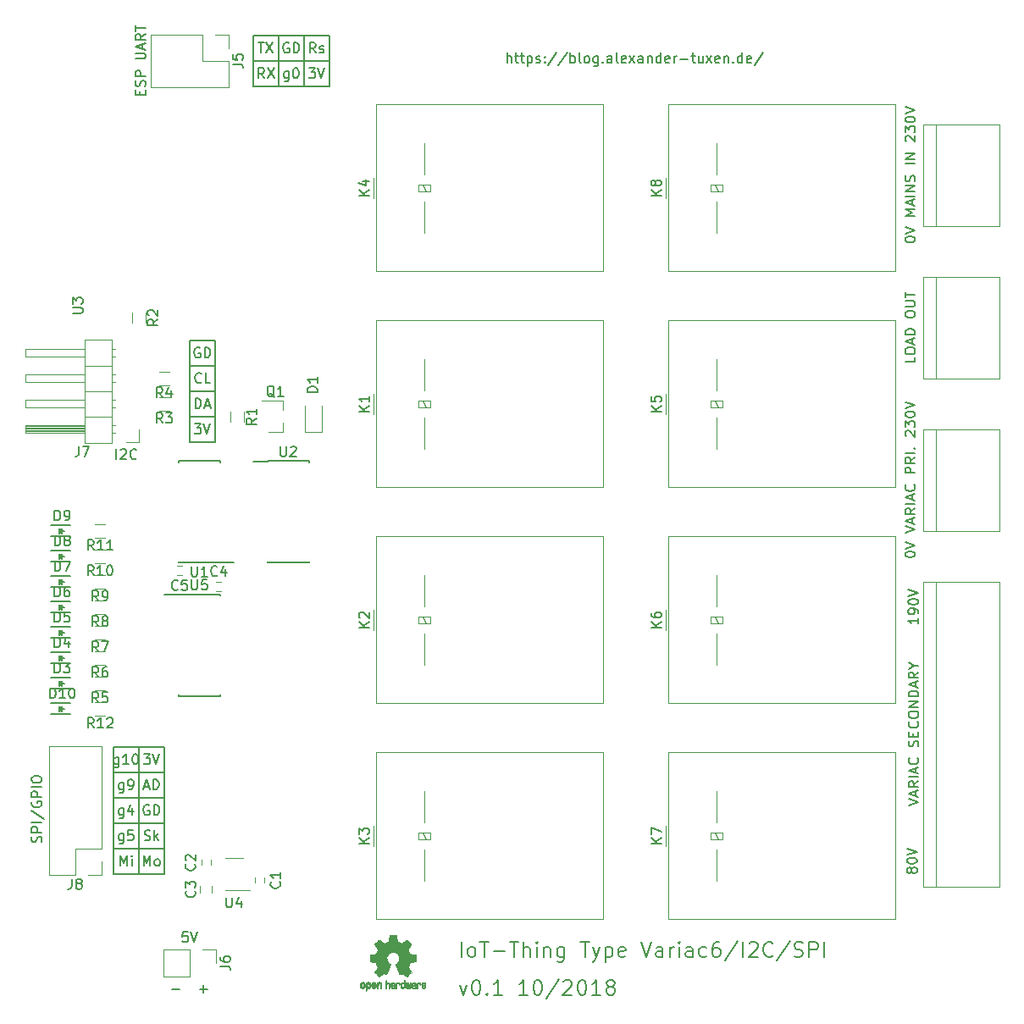
<source format=gto>
G04 #@! TF.GenerationSoftware,KiCad,Pcbnew,6.0.0-rc1-unknown-7b10490~66~ubuntu16.04.1*
G04 #@! TF.CreationDate,2018-10-31T23:07:41+01:00*
G04 #@! TF.ProjectId,exhaust_control,65786861-7573-4745-9f63-6f6e74726f6c,rev?*
G04 #@! TF.SameCoordinates,Original*
G04 #@! TF.FileFunction,Legend,Top*
G04 #@! TF.FilePolarity,Positive*
%FSLAX46Y46*%
G04 Gerber Fmt 4.6, Leading zero omitted, Abs format (unit mm)*
G04 Created by KiCad (PCBNEW 6.0.0-rc1-unknown-7b10490~66~ubuntu16.04.1) date Wed 31 Oct 2018 23:07:41 CET*
%MOMM*%
%LPD*%
G01*
G04 APERTURE LIST*
%ADD10C,0.200000*%
%ADD11C,0.150000*%
%ADD12C,0.120000*%
%ADD13C,0.010000*%
G04 APERTURE END LIST*
D10*
X44794285Y-97468571D02*
X45151428Y-98468571D01*
X45508571Y-97468571D01*
X46365714Y-96968571D02*
X46508571Y-96968571D01*
X46651428Y-97040000D01*
X46722857Y-97111428D01*
X46794285Y-97254285D01*
X46865714Y-97540000D01*
X46865714Y-97897142D01*
X46794285Y-98182857D01*
X46722857Y-98325714D01*
X46651428Y-98397142D01*
X46508571Y-98468571D01*
X46365714Y-98468571D01*
X46222857Y-98397142D01*
X46151428Y-98325714D01*
X46080000Y-98182857D01*
X46008571Y-97897142D01*
X46008571Y-97540000D01*
X46080000Y-97254285D01*
X46151428Y-97111428D01*
X46222857Y-97040000D01*
X46365714Y-96968571D01*
X47508571Y-98325714D02*
X47580000Y-98397142D01*
X47508571Y-98468571D01*
X47437142Y-98397142D01*
X47508571Y-98325714D01*
X47508571Y-98468571D01*
X49008571Y-98468571D02*
X48151428Y-98468571D01*
X48580000Y-98468571D02*
X48580000Y-96968571D01*
X48437142Y-97182857D01*
X48294285Y-97325714D01*
X48151428Y-97397142D01*
X51580000Y-98468571D02*
X50722857Y-98468571D01*
X51151428Y-98468571D02*
X51151428Y-96968571D01*
X51008571Y-97182857D01*
X50865714Y-97325714D01*
X50722857Y-97397142D01*
X52508571Y-96968571D02*
X52651428Y-96968571D01*
X52794285Y-97040000D01*
X52865714Y-97111428D01*
X52937142Y-97254285D01*
X53008571Y-97540000D01*
X53008571Y-97897142D01*
X52937142Y-98182857D01*
X52865714Y-98325714D01*
X52794285Y-98397142D01*
X52651428Y-98468571D01*
X52508571Y-98468571D01*
X52365714Y-98397142D01*
X52294285Y-98325714D01*
X52222857Y-98182857D01*
X52151428Y-97897142D01*
X52151428Y-97540000D01*
X52222857Y-97254285D01*
X52294285Y-97111428D01*
X52365714Y-97040000D01*
X52508571Y-96968571D01*
X54722857Y-96897142D02*
X53437142Y-98825714D01*
X55151428Y-97111428D02*
X55222857Y-97040000D01*
X55365714Y-96968571D01*
X55722857Y-96968571D01*
X55865714Y-97040000D01*
X55937142Y-97111428D01*
X56008571Y-97254285D01*
X56008571Y-97397142D01*
X55937142Y-97611428D01*
X55080000Y-98468571D01*
X56008571Y-98468571D01*
X56937142Y-96968571D02*
X57080000Y-96968571D01*
X57222857Y-97040000D01*
X57294285Y-97111428D01*
X57365714Y-97254285D01*
X57437142Y-97540000D01*
X57437142Y-97897142D01*
X57365714Y-98182857D01*
X57294285Y-98325714D01*
X57222857Y-98397142D01*
X57080000Y-98468571D01*
X56937142Y-98468571D01*
X56794285Y-98397142D01*
X56722857Y-98325714D01*
X56651428Y-98182857D01*
X56580000Y-97897142D01*
X56580000Y-97540000D01*
X56651428Y-97254285D01*
X56722857Y-97111428D01*
X56794285Y-97040000D01*
X56937142Y-96968571D01*
X58865714Y-98468571D02*
X58008571Y-98468571D01*
X58437142Y-98468571D02*
X58437142Y-96968571D01*
X58294285Y-97182857D01*
X58151428Y-97325714D01*
X58008571Y-97397142D01*
X59722857Y-97611428D02*
X59580000Y-97540000D01*
X59508571Y-97468571D01*
X59437142Y-97325714D01*
X59437142Y-97254285D01*
X59508571Y-97111428D01*
X59580000Y-97040000D01*
X59722857Y-96968571D01*
X60008571Y-96968571D01*
X60151428Y-97040000D01*
X60222857Y-97111428D01*
X60294285Y-97254285D01*
X60294285Y-97325714D01*
X60222857Y-97468571D01*
X60151428Y-97540000D01*
X60008571Y-97611428D01*
X59722857Y-97611428D01*
X59580000Y-97682857D01*
X59508571Y-97754285D01*
X59437142Y-97897142D01*
X59437142Y-98182857D01*
X59508571Y-98325714D01*
X59580000Y-98397142D01*
X59722857Y-98468571D01*
X60008571Y-98468571D01*
X60151428Y-98397142D01*
X60222857Y-98325714D01*
X60294285Y-98182857D01*
X60294285Y-97897142D01*
X60222857Y-97754285D01*
X60151428Y-97682857D01*
X60008571Y-97611428D01*
D11*
X49515714Y-5278380D02*
X49515714Y-4278380D01*
X49944285Y-5278380D02*
X49944285Y-4754571D01*
X49896666Y-4659333D01*
X49801428Y-4611714D01*
X49658571Y-4611714D01*
X49563333Y-4659333D01*
X49515714Y-4706952D01*
X50277619Y-4611714D02*
X50658571Y-4611714D01*
X50420476Y-4278380D02*
X50420476Y-5135523D01*
X50468095Y-5230761D01*
X50563333Y-5278380D01*
X50658571Y-5278380D01*
X50849047Y-4611714D02*
X51230000Y-4611714D01*
X50991904Y-4278380D02*
X50991904Y-5135523D01*
X51039523Y-5230761D01*
X51134761Y-5278380D01*
X51230000Y-5278380D01*
X51563333Y-4611714D02*
X51563333Y-5611714D01*
X51563333Y-4659333D02*
X51658571Y-4611714D01*
X51849047Y-4611714D01*
X51944285Y-4659333D01*
X51991904Y-4706952D01*
X52039523Y-4802190D01*
X52039523Y-5087904D01*
X51991904Y-5183142D01*
X51944285Y-5230761D01*
X51849047Y-5278380D01*
X51658571Y-5278380D01*
X51563333Y-5230761D01*
X52420476Y-5230761D02*
X52515714Y-5278380D01*
X52706190Y-5278380D01*
X52801428Y-5230761D01*
X52849047Y-5135523D01*
X52849047Y-5087904D01*
X52801428Y-4992666D01*
X52706190Y-4945047D01*
X52563333Y-4945047D01*
X52468095Y-4897428D01*
X52420476Y-4802190D01*
X52420476Y-4754571D01*
X52468095Y-4659333D01*
X52563333Y-4611714D01*
X52706190Y-4611714D01*
X52801428Y-4659333D01*
X53277619Y-5183142D02*
X53325238Y-5230761D01*
X53277619Y-5278380D01*
X53230000Y-5230761D01*
X53277619Y-5183142D01*
X53277619Y-5278380D01*
X53277619Y-4659333D02*
X53325238Y-4706952D01*
X53277619Y-4754571D01*
X53230000Y-4706952D01*
X53277619Y-4659333D01*
X53277619Y-4754571D01*
X54468095Y-4230761D02*
X53610952Y-5516476D01*
X55515714Y-4230761D02*
X54658571Y-5516476D01*
X55849047Y-5278380D02*
X55849047Y-4278380D01*
X55849047Y-4659333D02*
X55944285Y-4611714D01*
X56134761Y-4611714D01*
X56230000Y-4659333D01*
X56277619Y-4706952D01*
X56325238Y-4802190D01*
X56325238Y-5087904D01*
X56277619Y-5183142D01*
X56230000Y-5230761D01*
X56134761Y-5278380D01*
X55944285Y-5278380D01*
X55849047Y-5230761D01*
X56896666Y-5278380D02*
X56801428Y-5230761D01*
X56753809Y-5135523D01*
X56753809Y-4278380D01*
X57420476Y-5278380D02*
X57325238Y-5230761D01*
X57277619Y-5183142D01*
X57230000Y-5087904D01*
X57230000Y-4802190D01*
X57277619Y-4706952D01*
X57325238Y-4659333D01*
X57420476Y-4611714D01*
X57563333Y-4611714D01*
X57658571Y-4659333D01*
X57706190Y-4706952D01*
X57753809Y-4802190D01*
X57753809Y-5087904D01*
X57706190Y-5183142D01*
X57658571Y-5230761D01*
X57563333Y-5278380D01*
X57420476Y-5278380D01*
X58610952Y-4611714D02*
X58610952Y-5421238D01*
X58563333Y-5516476D01*
X58515714Y-5564095D01*
X58420476Y-5611714D01*
X58277619Y-5611714D01*
X58182380Y-5564095D01*
X58610952Y-5230761D02*
X58515714Y-5278380D01*
X58325238Y-5278380D01*
X58230000Y-5230761D01*
X58182380Y-5183142D01*
X58134761Y-5087904D01*
X58134761Y-4802190D01*
X58182380Y-4706952D01*
X58230000Y-4659333D01*
X58325238Y-4611714D01*
X58515714Y-4611714D01*
X58610952Y-4659333D01*
X59087142Y-5183142D02*
X59134761Y-5230761D01*
X59087142Y-5278380D01*
X59039523Y-5230761D01*
X59087142Y-5183142D01*
X59087142Y-5278380D01*
X59991904Y-5278380D02*
X59991904Y-4754571D01*
X59944285Y-4659333D01*
X59849047Y-4611714D01*
X59658571Y-4611714D01*
X59563333Y-4659333D01*
X59991904Y-5230761D02*
X59896666Y-5278380D01*
X59658571Y-5278380D01*
X59563333Y-5230761D01*
X59515714Y-5135523D01*
X59515714Y-5040285D01*
X59563333Y-4945047D01*
X59658571Y-4897428D01*
X59896666Y-4897428D01*
X59991904Y-4849809D01*
X60610952Y-5278380D02*
X60515714Y-5230761D01*
X60468095Y-5135523D01*
X60468095Y-4278380D01*
X61372857Y-5230761D02*
X61277619Y-5278380D01*
X61087142Y-5278380D01*
X60991904Y-5230761D01*
X60944285Y-5135523D01*
X60944285Y-4754571D01*
X60991904Y-4659333D01*
X61087142Y-4611714D01*
X61277619Y-4611714D01*
X61372857Y-4659333D01*
X61420476Y-4754571D01*
X61420476Y-4849809D01*
X60944285Y-4945047D01*
X61753809Y-5278380D02*
X62277619Y-4611714D01*
X61753809Y-4611714D02*
X62277619Y-5278380D01*
X63087142Y-5278380D02*
X63087142Y-4754571D01*
X63039523Y-4659333D01*
X62944285Y-4611714D01*
X62753809Y-4611714D01*
X62658571Y-4659333D01*
X63087142Y-5230761D02*
X62991904Y-5278380D01*
X62753809Y-5278380D01*
X62658571Y-5230761D01*
X62610952Y-5135523D01*
X62610952Y-5040285D01*
X62658571Y-4945047D01*
X62753809Y-4897428D01*
X62991904Y-4897428D01*
X63087142Y-4849809D01*
X63563333Y-4611714D02*
X63563333Y-5278380D01*
X63563333Y-4706952D02*
X63610952Y-4659333D01*
X63706190Y-4611714D01*
X63849047Y-4611714D01*
X63944285Y-4659333D01*
X63991904Y-4754571D01*
X63991904Y-5278380D01*
X64896666Y-5278380D02*
X64896666Y-4278380D01*
X64896666Y-5230761D02*
X64801428Y-5278380D01*
X64610952Y-5278380D01*
X64515714Y-5230761D01*
X64468095Y-5183142D01*
X64420476Y-5087904D01*
X64420476Y-4802190D01*
X64468095Y-4706952D01*
X64515714Y-4659333D01*
X64610952Y-4611714D01*
X64801428Y-4611714D01*
X64896666Y-4659333D01*
X65753809Y-5230761D02*
X65658571Y-5278380D01*
X65468095Y-5278380D01*
X65372857Y-5230761D01*
X65325238Y-5135523D01*
X65325238Y-4754571D01*
X65372857Y-4659333D01*
X65468095Y-4611714D01*
X65658571Y-4611714D01*
X65753809Y-4659333D01*
X65801428Y-4754571D01*
X65801428Y-4849809D01*
X65325238Y-4945047D01*
X66230000Y-5278380D02*
X66230000Y-4611714D01*
X66230000Y-4802190D02*
X66277619Y-4706952D01*
X66325238Y-4659333D01*
X66420476Y-4611714D01*
X66515714Y-4611714D01*
X66849047Y-4897428D02*
X67610952Y-4897428D01*
X67944285Y-4611714D02*
X68325238Y-4611714D01*
X68087142Y-4278380D02*
X68087142Y-5135523D01*
X68134761Y-5230761D01*
X68230000Y-5278380D01*
X68325238Y-5278380D01*
X69087142Y-4611714D02*
X69087142Y-5278380D01*
X68658571Y-4611714D02*
X68658571Y-5135523D01*
X68706190Y-5230761D01*
X68801428Y-5278380D01*
X68944285Y-5278380D01*
X69039523Y-5230761D01*
X69087142Y-5183142D01*
X69468095Y-5278380D02*
X69991904Y-4611714D01*
X69468095Y-4611714D02*
X69991904Y-5278380D01*
X70753809Y-5230761D02*
X70658571Y-5278380D01*
X70468095Y-5278380D01*
X70372857Y-5230761D01*
X70325238Y-5135523D01*
X70325238Y-4754571D01*
X70372857Y-4659333D01*
X70468095Y-4611714D01*
X70658571Y-4611714D01*
X70753809Y-4659333D01*
X70801428Y-4754571D01*
X70801428Y-4849809D01*
X70325238Y-4945047D01*
X71230000Y-4611714D02*
X71230000Y-5278380D01*
X71230000Y-4706952D02*
X71277619Y-4659333D01*
X71372857Y-4611714D01*
X71515714Y-4611714D01*
X71610952Y-4659333D01*
X71658571Y-4754571D01*
X71658571Y-5278380D01*
X72134761Y-5183142D02*
X72182380Y-5230761D01*
X72134761Y-5278380D01*
X72087142Y-5230761D01*
X72134761Y-5183142D01*
X72134761Y-5278380D01*
X73039523Y-5278380D02*
X73039523Y-4278380D01*
X73039523Y-5230761D02*
X72944285Y-5278380D01*
X72753809Y-5278380D01*
X72658571Y-5230761D01*
X72610952Y-5183142D01*
X72563333Y-5087904D01*
X72563333Y-4802190D01*
X72610952Y-4706952D01*
X72658571Y-4659333D01*
X72753809Y-4611714D01*
X72944285Y-4611714D01*
X73039523Y-4659333D01*
X73896666Y-5230761D02*
X73801428Y-5278380D01*
X73610952Y-5278380D01*
X73515714Y-5230761D01*
X73468095Y-5135523D01*
X73468095Y-4754571D01*
X73515714Y-4659333D01*
X73610952Y-4611714D01*
X73801428Y-4611714D01*
X73896666Y-4659333D01*
X73944285Y-4754571D01*
X73944285Y-4849809D01*
X73468095Y-4945047D01*
X75087142Y-4230761D02*
X74230000Y-5516476D01*
D10*
X44937142Y-94658571D02*
X44937142Y-93158571D01*
X45865714Y-94658571D02*
X45722857Y-94587142D01*
X45651428Y-94515714D01*
X45580000Y-94372857D01*
X45580000Y-93944285D01*
X45651428Y-93801428D01*
X45722857Y-93730000D01*
X45865714Y-93658571D01*
X46080000Y-93658571D01*
X46222857Y-93730000D01*
X46294285Y-93801428D01*
X46365714Y-93944285D01*
X46365714Y-94372857D01*
X46294285Y-94515714D01*
X46222857Y-94587142D01*
X46080000Y-94658571D01*
X45865714Y-94658571D01*
X46794285Y-93158571D02*
X47651428Y-93158571D01*
X47222857Y-94658571D02*
X47222857Y-93158571D01*
X48151428Y-94087142D02*
X49294285Y-94087142D01*
X49794285Y-93158571D02*
X50651428Y-93158571D01*
X50222857Y-94658571D02*
X50222857Y-93158571D01*
X51151428Y-94658571D02*
X51151428Y-93158571D01*
X51794285Y-94658571D02*
X51794285Y-93872857D01*
X51722857Y-93730000D01*
X51580000Y-93658571D01*
X51365714Y-93658571D01*
X51222857Y-93730000D01*
X51151428Y-93801428D01*
X52508571Y-94658571D02*
X52508571Y-93658571D01*
X52508571Y-93158571D02*
X52437142Y-93230000D01*
X52508571Y-93301428D01*
X52580000Y-93230000D01*
X52508571Y-93158571D01*
X52508571Y-93301428D01*
X53222857Y-93658571D02*
X53222857Y-94658571D01*
X53222857Y-93801428D02*
X53294285Y-93730000D01*
X53437142Y-93658571D01*
X53651428Y-93658571D01*
X53794285Y-93730000D01*
X53865714Y-93872857D01*
X53865714Y-94658571D01*
X55222857Y-93658571D02*
X55222857Y-94872857D01*
X55151428Y-95015714D01*
X55080000Y-95087142D01*
X54937142Y-95158571D01*
X54722857Y-95158571D01*
X54580000Y-95087142D01*
X55222857Y-94587142D02*
X55080000Y-94658571D01*
X54794285Y-94658571D01*
X54651428Y-94587142D01*
X54580000Y-94515714D01*
X54508571Y-94372857D01*
X54508571Y-93944285D01*
X54580000Y-93801428D01*
X54651428Y-93730000D01*
X54794285Y-93658571D01*
X55080000Y-93658571D01*
X55222857Y-93730000D01*
X56865714Y-93158571D02*
X57722857Y-93158571D01*
X57294285Y-94658571D02*
X57294285Y-93158571D01*
X58080000Y-93658571D02*
X58437142Y-94658571D01*
X58794285Y-93658571D02*
X58437142Y-94658571D01*
X58294285Y-95015714D01*
X58222857Y-95087142D01*
X58080000Y-95158571D01*
X59365714Y-93658571D02*
X59365714Y-95158571D01*
X59365714Y-93730000D02*
X59508571Y-93658571D01*
X59794285Y-93658571D01*
X59937142Y-93730000D01*
X60008571Y-93801428D01*
X60080000Y-93944285D01*
X60080000Y-94372857D01*
X60008571Y-94515714D01*
X59937142Y-94587142D01*
X59794285Y-94658571D01*
X59508571Y-94658571D01*
X59365714Y-94587142D01*
X61294285Y-94587142D02*
X61151428Y-94658571D01*
X60865714Y-94658571D01*
X60722857Y-94587142D01*
X60651428Y-94444285D01*
X60651428Y-93872857D01*
X60722857Y-93730000D01*
X60865714Y-93658571D01*
X61151428Y-93658571D01*
X61294285Y-93730000D01*
X61365714Y-93872857D01*
X61365714Y-94015714D01*
X60651428Y-94158571D01*
X62937142Y-93158571D02*
X63437142Y-94658571D01*
X63937142Y-93158571D01*
X65080000Y-94658571D02*
X65080000Y-93872857D01*
X65008571Y-93730000D01*
X64865714Y-93658571D01*
X64580000Y-93658571D01*
X64437142Y-93730000D01*
X65080000Y-94587142D02*
X64937142Y-94658571D01*
X64580000Y-94658571D01*
X64437142Y-94587142D01*
X64365714Y-94444285D01*
X64365714Y-94301428D01*
X64437142Y-94158571D01*
X64580000Y-94087142D01*
X64937142Y-94087142D01*
X65080000Y-94015714D01*
X65794285Y-94658571D02*
X65794285Y-93658571D01*
X65794285Y-93944285D02*
X65865714Y-93801428D01*
X65937142Y-93730000D01*
X66080000Y-93658571D01*
X66222857Y-93658571D01*
X66722857Y-94658571D02*
X66722857Y-93658571D01*
X66722857Y-93158571D02*
X66651428Y-93230000D01*
X66722857Y-93301428D01*
X66794285Y-93230000D01*
X66722857Y-93158571D01*
X66722857Y-93301428D01*
X68080000Y-94658571D02*
X68080000Y-93872857D01*
X68008571Y-93730000D01*
X67865714Y-93658571D01*
X67580000Y-93658571D01*
X67437142Y-93730000D01*
X68080000Y-94587142D02*
X67937142Y-94658571D01*
X67580000Y-94658571D01*
X67437142Y-94587142D01*
X67365714Y-94444285D01*
X67365714Y-94301428D01*
X67437142Y-94158571D01*
X67580000Y-94087142D01*
X67937142Y-94087142D01*
X68080000Y-94015714D01*
X69437142Y-94587142D02*
X69294285Y-94658571D01*
X69008571Y-94658571D01*
X68865714Y-94587142D01*
X68794285Y-94515714D01*
X68722857Y-94372857D01*
X68722857Y-93944285D01*
X68794285Y-93801428D01*
X68865714Y-93730000D01*
X69008571Y-93658571D01*
X69294285Y-93658571D01*
X69437142Y-93730000D01*
X70722857Y-93158571D02*
X70437142Y-93158571D01*
X70294285Y-93230000D01*
X70222857Y-93301428D01*
X70080000Y-93515714D01*
X70008571Y-93801428D01*
X70008571Y-94372857D01*
X70080000Y-94515714D01*
X70151428Y-94587142D01*
X70294285Y-94658571D01*
X70580000Y-94658571D01*
X70722857Y-94587142D01*
X70794285Y-94515714D01*
X70865714Y-94372857D01*
X70865714Y-94015714D01*
X70794285Y-93872857D01*
X70722857Y-93801428D01*
X70580000Y-93730000D01*
X70294285Y-93730000D01*
X70151428Y-93801428D01*
X70080000Y-93872857D01*
X70008571Y-94015714D01*
X72580000Y-93087142D02*
X71294285Y-95015714D01*
X73080000Y-94658571D02*
X73080000Y-93158571D01*
X73722857Y-93301428D02*
X73794285Y-93230000D01*
X73937142Y-93158571D01*
X74294285Y-93158571D01*
X74437142Y-93230000D01*
X74508571Y-93301428D01*
X74580000Y-93444285D01*
X74580000Y-93587142D01*
X74508571Y-93801428D01*
X73651428Y-94658571D01*
X74580000Y-94658571D01*
X76080000Y-94515714D02*
X76008571Y-94587142D01*
X75794285Y-94658571D01*
X75651428Y-94658571D01*
X75437142Y-94587142D01*
X75294285Y-94444285D01*
X75222857Y-94301428D01*
X75151428Y-94015714D01*
X75151428Y-93801428D01*
X75222857Y-93515714D01*
X75294285Y-93372857D01*
X75437142Y-93230000D01*
X75651428Y-93158571D01*
X75794285Y-93158571D01*
X76008571Y-93230000D01*
X76080000Y-93301428D01*
X77794285Y-93087142D02*
X76508571Y-95015714D01*
X78222857Y-94587142D02*
X78437142Y-94658571D01*
X78794285Y-94658571D01*
X78937142Y-94587142D01*
X79008571Y-94515714D01*
X79080000Y-94372857D01*
X79080000Y-94230000D01*
X79008571Y-94087142D01*
X78937142Y-94015714D01*
X78794285Y-93944285D01*
X78508571Y-93872857D01*
X78365714Y-93801428D01*
X78294285Y-93730000D01*
X78222857Y-93587142D01*
X78222857Y-93444285D01*
X78294285Y-93301428D01*
X78365714Y-93230000D01*
X78508571Y-93158571D01*
X78865714Y-93158571D01*
X79080000Y-93230000D01*
X79722857Y-94658571D02*
X79722857Y-93158571D01*
X80294285Y-93158571D01*
X80437142Y-93230000D01*
X80508571Y-93301428D01*
X80580000Y-93444285D01*
X80580000Y-93658571D01*
X80508571Y-93801428D01*
X80437142Y-93872857D01*
X80294285Y-93944285D01*
X79722857Y-93944285D01*
X81222857Y-94658571D02*
X81222857Y-93158571D01*
D11*
X25233333Y-6802380D02*
X24900000Y-6326190D01*
X24661904Y-6802380D02*
X24661904Y-5802380D01*
X25042857Y-5802380D01*
X25138095Y-5850000D01*
X25185714Y-5897619D01*
X25233333Y-5992857D01*
X25233333Y-6135714D01*
X25185714Y-6230952D01*
X25138095Y-6278571D01*
X25042857Y-6326190D01*
X24661904Y-6326190D01*
X25566666Y-5802380D02*
X26233333Y-6802380D01*
X26233333Y-5802380D02*
X25566666Y-6802380D01*
X27678095Y-6135714D02*
X27678095Y-6945238D01*
X27630476Y-7040476D01*
X27582857Y-7088095D01*
X27487619Y-7135714D01*
X27344761Y-7135714D01*
X27249523Y-7088095D01*
X27678095Y-6754761D02*
X27582857Y-6802380D01*
X27392380Y-6802380D01*
X27297142Y-6754761D01*
X27249523Y-6707142D01*
X27201904Y-6611904D01*
X27201904Y-6326190D01*
X27249523Y-6230952D01*
X27297142Y-6183333D01*
X27392380Y-6135714D01*
X27582857Y-6135714D01*
X27678095Y-6183333D01*
X28344761Y-5802380D02*
X28440000Y-5802380D01*
X28535238Y-5850000D01*
X28582857Y-5897619D01*
X28630476Y-5992857D01*
X28678095Y-6183333D01*
X28678095Y-6421428D01*
X28630476Y-6611904D01*
X28582857Y-6707142D01*
X28535238Y-6754761D01*
X28440000Y-6802380D01*
X28344761Y-6802380D01*
X28249523Y-6754761D01*
X28201904Y-6707142D01*
X28154285Y-6611904D01*
X28106666Y-6421428D01*
X28106666Y-6183333D01*
X28154285Y-5992857D01*
X28201904Y-5897619D01*
X28249523Y-5850000D01*
X28344761Y-5802380D01*
X29718095Y-5802380D02*
X30337142Y-5802380D01*
X30003809Y-6183333D01*
X30146666Y-6183333D01*
X30241904Y-6230952D01*
X30289523Y-6278571D01*
X30337142Y-6373809D01*
X30337142Y-6611904D01*
X30289523Y-6707142D01*
X30241904Y-6754761D01*
X30146666Y-6802380D01*
X29860952Y-6802380D01*
X29765714Y-6754761D01*
X29718095Y-6707142D01*
X30622857Y-5802380D02*
X30956190Y-6802380D01*
X31289523Y-5802380D01*
X30384761Y-4262380D02*
X30051428Y-3786190D01*
X29813333Y-4262380D02*
X29813333Y-3262380D01*
X30194285Y-3262380D01*
X30289523Y-3310000D01*
X30337142Y-3357619D01*
X30384761Y-3452857D01*
X30384761Y-3595714D01*
X30337142Y-3690952D01*
X30289523Y-3738571D01*
X30194285Y-3786190D01*
X29813333Y-3786190D01*
X30765714Y-4214761D02*
X30860952Y-4262380D01*
X31051428Y-4262380D01*
X31146666Y-4214761D01*
X31194285Y-4119523D01*
X31194285Y-4071904D01*
X31146666Y-3976666D01*
X31051428Y-3929047D01*
X30908571Y-3929047D01*
X30813333Y-3881428D01*
X30765714Y-3786190D01*
X30765714Y-3738571D01*
X30813333Y-3643333D01*
X30908571Y-3595714D01*
X31051428Y-3595714D01*
X31146666Y-3643333D01*
X27701904Y-3310000D02*
X27606666Y-3262380D01*
X27463809Y-3262380D01*
X27320952Y-3310000D01*
X27225714Y-3405238D01*
X27178095Y-3500476D01*
X27130476Y-3690952D01*
X27130476Y-3833809D01*
X27178095Y-4024285D01*
X27225714Y-4119523D01*
X27320952Y-4214761D01*
X27463809Y-4262380D01*
X27559047Y-4262380D01*
X27701904Y-4214761D01*
X27749523Y-4167142D01*
X27749523Y-3833809D01*
X27559047Y-3833809D01*
X28178095Y-4262380D02*
X28178095Y-3262380D01*
X28416190Y-3262380D01*
X28559047Y-3310000D01*
X28654285Y-3405238D01*
X28701904Y-3500476D01*
X28749523Y-3690952D01*
X28749523Y-3833809D01*
X28701904Y-4024285D01*
X28654285Y-4119523D01*
X28559047Y-4214761D01*
X28416190Y-4262380D01*
X28178095Y-4262380D01*
X24638095Y-3262380D02*
X25209523Y-3262380D01*
X24923809Y-4262380D02*
X24923809Y-3262380D01*
X25447619Y-3262380D02*
X26114285Y-4262380D01*
X26114285Y-3262380D02*
X25447619Y-4262380D01*
X18811904Y-33790000D02*
X18716666Y-33742380D01*
X18573809Y-33742380D01*
X18430952Y-33790000D01*
X18335714Y-33885238D01*
X18288095Y-33980476D01*
X18240476Y-34170952D01*
X18240476Y-34313809D01*
X18288095Y-34504285D01*
X18335714Y-34599523D01*
X18430952Y-34694761D01*
X18573809Y-34742380D01*
X18669047Y-34742380D01*
X18811904Y-34694761D01*
X18859523Y-34647142D01*
X18859523Y-34313809D01*
X18669047Y-34313809D01*
X19288095Y-34742380D02*
X19288095Y-33742380D01*
X19526190Y-33742380D01*
X19669047Y-33790000D01*
X19764285Y-33885238D01*
X19811904Y-33980476D01*
X19859523Y-34170952D01*
X19859523Y-34313809D01*
X19811904Y-34504285D01*
X19764285Y-34599523D01*
X19669047Y-34694761D01*
X19526190Y-34742380D01*
X19288095Y-34742380D01*
X18954761Y-37187142D02*
X18907142Y-37234761D01*
X18764285Y-37282380D01*
X18669047Y-37282380D01*
X18526190Y-37234761D01*
X18430952Y-37139523D01*
X18383333Y-37044285D01*
X18335714Y-36853809D01*
X18335714Y-36710952D01*
X18383333Y-36520476D01*
X18430952Y-36425238D01*
X18526190Y-36330000D01*
X18669047Y-36282380D01*
X18764285Y-36282380D01*
X18907142Y-36330000D01*
X18954761Y-36377619D01*
X19859523Y-37282380D02*
X19383333Y-37282380D01*
X19383333Y-36282380D01*
X18359523Y-39822380D02*
X18359523Y-38822380D01*
X18597619Y-38822380D01*
X18740476Y-38870000D01*
X18835714Y-38965238D01*
X18883333Y-39060476D01*
X18930952Y-39250952D01*
X18930952Y-39393809D01*
X18883333Y-39584285D01*
X18835714Y-39679523D01*
X18740476Y-39774761D01*
X18597619Y-39822380D01*
X18359523Y-39822380D01*
X19311904Y-39536666D02*
X19788095Y-39536666D01*
X19216666Y-39822380D02*
X19550000Y-38822380D01*
X19883333Y-39822380D01*
X18288095Y-41362380D02*
X18907142Y-41362380D01*
X18573809Y-41743333D01*
X18716666Y-41743333D01*
X18811904Y-41790952D01*
X18859523Y-41838571D01*
X18907142Y-41933809D01*
X18907142Y-42171904D01*
X18859523Y-42267142D01*
X18811904Y-42314761D01*
X18716666Y-42362380D01*
X18430952Y-42362380D01*
X18335714Y-42314761D01*
X18288095Y-42267142D01*
X19192857Y-41362380D02*
X19526190Y-42362380D01*
X19859523Y-41362380D01*
X10691904Y-74715714D02*
X10691904Y-75525238D01*
X10644285Y-75620476D01*
X10596666Y-75668095D01*
X10501428Y-75715714D01*
X10358571Y-75715714D01*
X10263333Y-75668095D01*
X10691904Y-75334761D02*
X10596666Y-75382380D01*
X10406190Y-75382380D01*
X10310952Y-75334761D01*
X10263333Y-75287142D01*
X10215714Y-75191904D01*
X10215714Y-74906190D01*
X10263333Y-74810952D01*
X10310952Y-74763333D01*
X10406190Y-74715714D01*
X10596666Y-74715714D01*
X10691904Y-74763333D01*
X11691904Y-75382380D02*
X11120476Y-75382380D01*
X11406190Y-75382380D02*
X11406190Y-74382380D01*
X11310952Y-74525238D01*
X11215714Y-74620476D01*
X11120476Y-74668095D01*
X12310952Y-74382380D02*
X12406190Y-74382380D01*
X12501428Y-74430000D01*
X12549047Y-74477619D01*
X12596666Y-74572857D01*
X12644285Y-74763333D01*
X12644285Y-75001428D01*
X12596666Y-75191904D01*
X12549047Y-75287142D01*
X12501428Y-75334761D01*
X12406190Y-75382380D01*
X12310952Y-75382380D01*
X12215714Y-75334761D01*
X12168095Y-75287142D01*
X12120476Y-75191904D01*
X12072857Y-75001428D01*
X12072857Y-74763333D01*
X12120476Y-74572857D01*
X12168095Y-74477619D01*
X12215714Y-74430000D01*
X12310952Y-74382380D01*
X11168095Y-77255714D02*
X11168095Y-78065238D01*
X11120476Y-78160476D01*
X11072857Y-78208095D01*
X10977619Y-78255714D01*
X10834761Y-78255714D01*
X10739523Y-78208095D01*
X11168095Y-77874761D02*
X11072857Y-77922380D01*
X10882380Y-77922380D01*
X10787142Y-77874761D01*
X10739523Y-77827142D01*
X10691904Y-77731904D01*
X10691904Y-77446190D01*
X10739523Y-77350952D01*
X10787142Y-77303333D01*
X10882380Y-77255714D01*
X11072857Y-77255714D01*
X11168095Y-77303333D01*
X11691904Y-77922380D02*
X11882380Y-77922380D01*
X11977619Y-77874761D01*
X12025238Y-77827142D01*
X12120476Y-77684285D01*
X12168095Y-77493809D01*
X12168095Y-77112857D01*
X12120476Y-77017619D01*
X12072857Y-76970000D01*
X11977619Y-76922380D01*
X11787142Y-76922380D01*
X11691904Y-76970000D01*
X11644285Y-77017619D01*
X11596666Y-77112857D01*
X11596666Y-77350952D01*
X11644285Y-77446190D01*
X11691904Y-77493809D01*
X11787142Y-77541428D01*
X11977619Y-77541428D01*
X12072857Y-77493809D01*
X12120476Y-77446190D01*
X12168095Y-77350952D01*
X11168095Y-79795714D02*
X11168095Y-80605238D01*
X11120476Y-80700476D01*
X11072857Y-80748095D01*
X10977619Y-80795714D01*
X10834761Y-80795714D01*
X10739523Y-80748095D01*
X11168095Y-80414761D02*
X11072857Y-80462380D01*
X10882380Y-80462380D01*
X10787142Y-80414761D01*
X10739523Y-80367142D01*
X10691904Y-80271904D01*
X10691904Y-79986190D01*
X10739523Y-79890952D01*
X10787142Y-79843333D01*
X10882380Y-79795714D01*
X11072857Y-79795714D01*
X11168095Y-79843333D01*
X12072857Y-79795714D02*
X12072857Y-80462380D01*
X11834761Y-79414761D02*
X11596666Y-80129047D01*
X12215714Y-80129047D01*
X11168095Y-82335714D02*
X11168095Y-83145238D01*
X11120476Y-83240476D01*
X11072857Y-83288095D01*
X10977619Y-83335714D01*
X10834761Y-83335714D01*
X10739523Y-83288095D01*
X11168095Y-82954761D02*
X11072857Y-83002380D01*
X10882380Y-83002380D01*
X10787142Y-82954761D01*
X10739523Y-82907142D01*
X10691904Y-82811904D01*
X10691904Y-82526190D01*
X10739523Y-82430952D01*
X10787142Y-82383333D01*
X10882380Y-82335714D01*
X11072857Y-82335714D01*
X11168095Y-82383333D01*
X12120476Y-82002380D02*
X11644285Y-82002380D01*
X11596666Y-82478571D01*
X11644285Y-82430952D01*
X11739523Y-82383333D01*
X11977619Y-82383333D01*
X12072857Y-82430952D01*
X12120476Y-82478571D01*
X12168095Y-82573809D01*
X12168095Y-82811904D01*
X12120476Y-82907142D01*
X12072857Y-82954761D01*
X11977619Y-83002380D01*
X11739523Y-83002380D01*
X11644285Y-82954761D01*
X11596666Y-82907142D01*
X10858571Y-85542380D02*
X10858571Y-84542380D01*
X11191904Y-85256666D01*
X11525238Y-84542380D01*
X11525238Y-85542380D01*
X12001428Y-85542380D02*
X12001428Y-84875714D01*
X12001428Y-84542380D02*
X11953809Y-84590000D01*
X12001428Y-84637619D01*
X12049047Y-84590000D01*
X12001428Y-84542380D01*
X12001428Y-84637619D01*
X13184285Y-85542380D02*
X13184285Y-84542380D01*
X13517619Y-85256666D01*
X13850952Y-84542380D01*
X13850952Y-85542380D01*
X14470000Y-85542380D02*
X14374761Y-85494761D01*
X14327142Y-85447142D01*
X14279523Y-85351904D01*
X14279523Y-85066190D01*
X14327142Y-84970952D01*
X14374761Y-84923333D01*
X14470000Y-84875714D01*
X14612857Y-84875714D01*
X14708095Y-84923333D01*
X14755714Y-84970952D01*
X14803333Y-85066190D01*
X14803333Y-85351904D01*
X14755714Y-85447142D01*
X14708095Y-85494761D01*
X14612857Y-85542380D01*
X14470000Y-85542380D01*
X13279523Y-82954761D02*
X13422380Y-83002380D01*
X13660476Y-83002380D01*
X13755714Y-82954761D01*
X13803333Y-82907142D01*
X13850952Y-82811904D01*
X13850952Y-82716666D01*
X13803333Y-82621428D01*
X13755714Y-82573809D01*
X13660476Y-82526190D01*
X13470000Y-82478571D01*
X13374761Y-82430952D01*
X13327142Y-82383333D01*
X13279523Y-82288095D01*
X13279523Y-82192857D01*
X13327142Y-82097619D01*
X13374761Y-82050000D01*
X13470000Y-82002380D01*
X13708095Y-82002380D01*
X13850952Y-82050000D01*
X14279523Y-83002380D02*
X14279523Y-82002380D01*
X14374761Y-82621428D02*
X14660476Y-83002380D01*
X14660476Y-82335714D02*
X14279523Y-82716666D01*
X13731904Y-79510000D02*
X13636666Y-79462380D01*
X13493809Y-79462380D01*
X13350952Y-79510000D01*
X13255714Y-79605238D01*
X13208095Y-79700476D01*
X13160476Y-79890952D01*
X13160476Y-80033809D01*
X13208095Y-80224285D01*
X13255714Y-80319523D01*
X13350952Y-80414761D01*
X13493809Y-80462380D01*
X13589047Y-80462380D01*
X13731904Y-80414761D01*
X13779523Y-80367142D01*
X13779523Y-80033809D01*
X13589047Y-80033809D01*
X14208095Y-80462380D02*
X14208095Y-79462380D01*
X14446190Y-79462380D01*
X14589047Y-79510000D01*
X14684285Y-79605238D01*
X14731904Y-79700476D01*
X14779523Y-79890952D01*
X14779523Y-80033809D01*
X14731904Y-80224285D01*
X14684285Y-80319523D01*
X14589047Y-80414761D01*
X14446190Y-80462380D01*
X14208095Y-80462380D01*
X13231904Y-77636666D02*
X13708095Y-77636666D01*
X13136666Y-77922380D02*
X13470000Y-76922380D01*
X13803333Y-77922380D01*
X14136666Y-77922380D02*
X14136666Y-76922380D01*
X14374761Y-76922380D01*
X14517619Y-76970000D01*
X14612857Y-77065238D01*
X14660476Y-77160476D01*
X14708095Y-77350952D01*
X14708095Y-77493809D01*
X14660476Y-77684285D01*
X14612857Y-77779523D01*
X14517619Y-77874761D01*
X14374761Y-77922380D01*
X14136666Y-77922380D01*
X13208095Y-74382380D02*
X13827142Y-74382380D01*
X13493809Y-74763333D01*
X13636666Y-74763333D01*
X13731904Y-74810952D01*
X13779523Y-74858571D01*
X13827142Y-74953809D01*
X13827142Y-75191904D01*
X13779523Y-75287142D01*
X13731904Y-75334761D01*
X13636666Y-75382380D01*
X13350952Y-75382380D01*
X13255714Y-75334761D01*
X13208095Y-75287142D01*
X14112857Y-74382380D02*
X14446190Y-75382380D01*
X14779523Y-74382380D01*
X15240000Y-83820000D02*
X10160000Y-83820000D01*
X10160000Y-81280000D02*
X15240000Y-81280000D01*
X15240000Y-78740000D02*
X10160000Y-78740000D01*
X10160000Y-76200000D02*
X15240000Y-76200000D01*
X12700000Y-86360000D02*
X12700000Y-73660000D01*
X10160000Y-73660000D02*
X10160000Y-86360000D01*
X11430000Y-73660000D02*
X10160000Y-73660000D01*
X15240000Y-73660000D02*
X11430000Y-73660000D01*
X15240000Y-86360000D02*
X15240000Y-73660000D01*
X10160000Y-86360000D02*
X15240000Y-86360000D01*
X20320000Y-35560000D02*
X17780000Y-35560000D01*
X20320000Y-38100000D02*
X17780000Y-38100000D01*
X20320000Y-40640000D02*
X17780000Y-40640000D01*
X20320000Y-43180000D02*
X17780000Y-43180000D01*
X20320000Y-33020000D02*
X20320000Y-43180000D01*
X17780000Y-33020000D02*
X20320000Y-33020000D01*
X17780000Y-43180000D02*
X17780000Y-33020000D01*
X29210000Y-7620000D02*
X26670000Y-7620000D01*
X29210000Y-5080000D02*
X31750000Y-5080000D01*
X29210000Y-2540000D02*
X29210000Y-5080000D01*
X26670000Y-5080000D02*
X26670000Y-2540000D01*
X24130000Y-5080000D02*
X26670000Y-5080000D01*
X26670000Y-7620000D02*
X24130000Y-7620000D01*
X26670000Y-5080000D02*
X26670000Y-7620000D01*
X29210000Y-5080000D02*
X26670000Y-5080000D01*
X29210000Y-7620000D02*
X29210000Y-5080000D01*
X31750000Y-7620000D02*
X29210000Y-7620000D01*
X31750000Y-2540000D02*
X31750000Y-7620000D01*
X24130000Y-2540000D02*
X31750000Y-2540000D01*
X24130000Y-7620000D02*
X24130000Y-2540000D01*
X10453809Y-44902380D02*
X10453809Y-43902380D01*
X10882380Y-43997619D02*
X10930000Y-43950000D01*
X11025238Y-43902380D01*
X11263333Y-43902380D01*
X11358571Y-43950000D01*
X11406190Y-43997619D01*
X11453809Y-44092857D01*
X11453809Y-44188095D01*
X11406190Y-44330952D01*
X10834761Y-44902380D01*
X11453809Y-44902380D01*
X12453809Y-44807142D02*
X12406190Y-44854761D01*
X12263333Y-44902380D01*
X12168095Y-44902380D01*
X12025238Y-44854761D01*
X11930000Y-44759523D01*
X11882380Y-44664285D01*
X11834761Y-44473809D01*
X11834761Y-44330952D01*
X11882380Y-44140476D01*
X11930000Y-44045238D01*
X12025238Y-43950000D01*
X12168095Y-43902380D01*
X12263333Y-43902380D01*
X12406190Y-43950000D01*
X12453809Y-43997619D01*
X2944761Y-83192523D02*
X2992380Y-83049666D01*
X2992380Y-82811571D01*
X2944761Y-82716333D01*
X2897142Y-82668714D01*
X2801904Y-82621095D01*
X2706666Y-82621095D01*
X2611428Y-82668714D01*
X2563809Y-82716333D01*
X2516190Y-82811571D01*
X2468571Y-83002047D01*
X2420952Y-83097285D01*
X2373333Y-83144904D01*
X2278095Y-83192523D01*
X2182857Y-83192523D01*
X2087619Y-83144904D01*
X2039999Y-83097285D01*
X1992380Y-83002047D01*
X1992380Y-82763952D01*
X2039999Y-82621095D01*
X2992380Y-82192523D02*
X1992380Y-82192523D01*
X1992380Y-81811571D01*
X2040000Y-81716333D01*
X2087619Y-81668714D01*
X2182857Y-81621095D01*
X2325714Y-81621095D01*
X2420952Y-81668714D01*
X2468571Y-81716333D01*
X2516190Y-81811571D01*
X2516190Y-82192523D01*
X2992380Y-81192523D02*
X1992380Y-81192523D01*
X1944761Y-80002047D02*
X3230476Y-80859190D01*
X2040000Y-79144904D02*
X1992380Y-79240142D01*
X1992380Y-79383000D01*
X2040000Y-79525857D01*
X2135238Y-79621095D01*
X2230476Y-79668714D01*
X2420952Y-79716333D01*
X2563809Y-79716333D01*
X2754285Y-79668714D01*
X2849523Y-79621095D01*
X2944761Y-79525857D01*
X2992380Y-79383000D01*
X2992380Y-79287761D01*
X2944761Y-79144904D01*
X2897142Y-79097285D01*
X2563809Y-79097285D01*
X2563809Y-79287761D01*
X2992380Y-78668714D02*
X1992380Y-78668714D01*
X1992380Y-78287761D01*
X2040000Y-78192523D01*
X2087619Y-78144904D01*
X2182857Y-78097285D01*
X2325714Y-78097285D01*
X2420952Y-78144904D01*
X2468571Y-78192523D01*
X2516190Y-78287761D01*
X2516190Y-78668714D01*
X2992380Y-77668714D02*
X1992380Y-77668714D01*
X1992380Y-77002047D02*
X1992380Y-76811571D01*
X2040000Y-76716333D01*
X2135238Y-76621095D01*
X2325714Y-76573476D01*
X2659047Y-76573476D01*
X2849523Y-76621095D01*
X2944761Y-76716333D01*
X2992380Y-76811571D01*
X2992380Y-77002047D01*
X2944761Y-77097285D01*
X2849523Y-77192523D01*
X2659047Y-77240142D01*
X2325714Y-77240142D01*
X2135238Y-77192523D01*
X2040000Y-77097285D01*
X1992380Y-77002047D01*
X16018095Y-97861428D02*
X16780000Y-97861428D01*
X18780000Y-97861428D02*
X19541904Y-97861428D01*
X19160952Y-98242380D02*
X19160952Y-97480476D01*
X17589523Y-92162380D02*
X17113333Y-92162380D01*
X17065714Y-92638571D01*
X17113333Y-92590952D01*
X17208571Y-92543333D01*
X17446666Y-92543333D01*
X17541904Y-92590952D01*
X17589523Y-92638571D01*
X17637142Y-92733809D01*
X17637142Y-92971904D01*
X17589523Y-93067142D01*
X17541904Y-93114761D01*
X17446666Y-93162380D01*
X17208571Y-93162380D01*
X17113333Y-93114761D01*
X17065714Y-93067142D01*
X17922857Y-92162380D02*
X18256190Y-93162380D01*
X18589523Y-92162380D01*
X90622380Y-60785238D02*
X90622380Y-61356666D01*
X90622380Y-61070952D02*
X89622380Y-61070952D01*
X89765238Y-61166190D01*
X89860476Y-61261428D01*
X89908095Y-61356666D01*
X90622380Y-60309047D02*
X90622380Y-60118571D01*
X90574761Y-60023333D01*
X90527142Y-59975714D01*
X90384285Y-59880476D01*
X90193809Y-59832857D01*
X89812857Y-59832857D01*
X89717619Y-59880476D01*
X89670000Y-59928095D01*
X89622380Y-60023333D01*
X89622380Y-60213809D01*
X89670000Y-60309047D01*
X89717619Y-60356666D01*
X89812857Y-60404285D01*
X90050952Y-60404285D01*
X90146190Y-60356666D01*
X90193809Y-60309047D01*
X90241428Y-60213809D01*
X90241428Y-60023333D01*
X90193809Y-59928095D01*
X90146190Y-59880476D01*
X90050952Y-59832857D01*
X89622380Y-59213809D02*
X89622380Y-59118571D01*
X89670000Y-59023333D01*
X89717619Y-58975714D01*
X89812857Y-58928095D01*
X90003333Y-58880476D01*
X90241428Y-58880476D01*
X90431904Y-58928095D01*
X90527142Y-58975714D01*
X90574761Y-59023333D01*
X90622380Y-59118571D01*
X90622380Y-59213809D01*
X90574761Y-59309047D01*
X90527142Y-59356666D01*
X90431904Y-59404285D01*
X90241428Y-59451904D01*
X90003333Y-59451904D01*
X89812857Y-59404285D01*
X89717619Y-59356666D01*
X89670000Y-59309047D01*
X89622380Y-59213809D01*
X89622380Y-58594761D02*
X90622380Y-58261428D01*
X89622380Y-57928095D01*
X89923952Y-86090000D02*
X89876333Y-86185238D01*
X89828714Y-86232857D01*
X89733476Y-86280476D01*
X89685857Y-86280476D01*
X89590619Y-86232857D01*
X89543000Y-86185238D01*
X89495380Y-86090000D01*
X89495380Y-85899523D01*
X89543000Y-85804285D01*
X89590619Y-85756666D01*
X89685857Y-85709047D01*
X89733476Y-85709047D01*
X89828714Y-85756666D01*
X89876333Y-85804285D01*
X89923952Y-85899523D01*
X89923952Y-86090000D01*
X89971571Y-86185238D01*
X90019190Y-86232857D01*
X90114428Y-86280476D01*
X90304904Y-86280476D01*
X90400142Y-86232857D01*
X90447761Y-86185238D01*
X90495380Y-86090000D01*
X90495380Y-85899523D01*
X90447761Y-85804285D01*
X90400142Y-85756666D01*
X90304904Y-85709047D01*
X90114428Y-85709047D01*
X90019190Y-85756666D01*
X89971571Y-85804285D01*
X89923952Y-85899523D01*
X89495380Y-85090000D02*
X89495380Y-84994761D01*
X89543000Y-84899523D01*
X89590619Y-84851904D01*
X89685857Y-84804285D01*
X89876333Y-84756666D01*
X90114428Y-84756666D01*
X90304904Y-84804285D01*
X90400142Y-84851904D01*
X90447761Y-84899523D01*
X90495380Y-84994761D01*
X90495380Y-85090000D01*
X90447761Y-85185238D01*
X90400142Y-85232857D01*
X90304904Y-85280476D01*
X90114428Y-85328095D01*
X89876333Y-85328095D01*
X89685857Y-85280476D01*
X89590619Y-85232857D01*
X89543000Y-85185238D01*
X89495380Y-85090000D01*
X89495380Y-84470952D02*
X90495380Y-84137619D01*
X89495380Y-83804285D01*
D12*
G04 #@! TO.C,K7*
X88320000Y-74200000D02*
X65620000Y-74200000D01*
X65620000Y-74200000D02*
X65620000Y-90900000D01*
X65620000Y-90900000D02*
X88320000Y-90900000D01*
X88320000Y-90900000D02*
X88320000Y-74200000D01*
X70670000Y-82900000D02*
X70270000Y-82200000D01*
X71070000Y-82200000D02*
X69870000Y-82200000D01*
X69870000Y-82200000D02*
X69870000Y-82900000D01*
X69870000Y-82900000D02*
X71070000Y-82900000D01*
X71070000Y-82900000D02*
X71070000Y-82200000D01*
X65360000Y-83550000D02*
X65360000Y-81550000D01*
X70470000Y-87050000D02*
X70470000Y-83900000D01*
X70470000Y-81200000D02*
X70470000Y-78050000D01*
G04 #@! TO.C,K6*
X88320000Y-52610000D02*
X65620000Y-52610000D01*
X65620000Y-52610000D02*
X65620000Y-69310000D01*
X65620000Y-69310000D02*
X88320000Y-69310000D01*
X88320000Y-69310000D02*
X88320000Y-52610000D01*
X70670000Y-61310000D02*
X70270000Y-60610000D01*
X71070000Y-60610000D02*
X69870000Y-60610000D01*
X69870000Y-60610000D02*
X69870000Y-61310000D01*
X69870000Y-61310000D02*
X71070000Y-61310000D01*
X71070000Y-61310000D02*
X71070000Y-60610000D01*
X65360000Y-61960000D02*
X65360000Y-59960000D01*
X70470000Y-65460000D02*
X70470000Y-62310000D01*
X70470000Y-59610000D02*
X70470000Y-56460000D01*
G04 #@! TO.C,J4*
X91130000Y-57150000D02*
X91130000Y-87630000D01*
X98750000Y-57150000D02*
X98750000Y-87630000D01*
X92400000Y-57150000D02*
X92400000Y-87630000D01*
X91130000Y-87630000D02*
X98750000Y-87630000D01*
X98750000Y-57150000D02*
X91130000Y-57150000D01*
G04 #@! TO.C,J3*
X91130000Y-41910000D02*
X91130000Y-52070000D01*
X98750000Y-41910000D02*
X91130000Y-41910000D01*
X98750000Y-52070000D02*
X98750000Y-41910000D01*
X91130000Y-52070000D02*
X98750000Y-52070000D01*
X92400000Y-52070000D02*
X92400000Y-41910000D01*
G04 #@! TO.C,K8*
X70470000Y-16430000D02*
X70470000Y-13280000D01*
X70470000Y-22280000D02*
X70470000Y-19130000D01*
X65360000Y-18780000D02*
X65360000Y-16780000D01*
X71070000Y-18130000D02*
X71070000Y-17430000D01*
X69870000Y-18130000D02*
X71070000Y-18130000D01*
X69870000Y-17430000D02*
X69870000Y-18130000D01*
X71070000Y-17430000D02*
X69870000Y-17430000D01*
X70670000Y-18130000D02*
X70270000Y-17430000D01*
X88320000Y-26130000D02*
X88320000Y-9430000D01*
X65620000Y-26130000D02*
X88320000Y-26130000D01*
X65620000Y-9430000D02*
X65620000Y-26130000D01*
X88320000Y-9430000D02*
X65620000Y-9430000D01*
G04 #@! TO.C,J1*
X91130000Y-11430000D02*
X91130000Y-21590000D01*
X98750000Y-11430000D02*
X91130000Y-11430000D01*
X98750000Y-21590000D02*
X98750000Y-11430000D01*
X91130000Y-21590000D02*
X98750000Y-21590000D01*
X92400000Y-21590000D02*
X92400000Y-11430000D01*
G04 #@! TO.C,K5*
X70470000Y-38020000D02*
X70470000Y-34870000D01*
X70470000Y-43870000D02*
X70470000Y-40720000D01*
X65360000Y-40370000D02*
X65360000Y-38370000D01*
X71070000Y-39720000D02*
X71070000Y-39020000D01*
X69870000Y-39720000D02*
X71070000Y-39720000D01*
X69870000Y-39020000D02*
X69870000Y-39720000D01*
X71070000Y-39020000D02*
X69870000Y-39020000D01*
X70670000Y-39720000D02*
X70270000Y-39020000D01*
X88320000Y-47720000D02*
X88320000Y-31020000D01*
X65620000Y-47720000D02*
X88320000Y-47720000D01*
X65620000Y-31020000D02*
X65620000Y-47720000D01*
X88320000Y-31020000D02*
X65620000Y-31020000D01*
G04 #@! TO.C,J2*
X92400000Y-36830000D02*
X92400000Y-26670000D01*
X91130000Y-36830000D02*
X98750000Y-36830000D01*
X98750000Y-36830000D02*
X98750000Y-26670000D01*
X98750000Y-26670000D02*
X91130000Y-26670000D01*
X91130000Y-26670000D02*
X91130000Y-36830000D01*
G04 #@! TO.C,D1*
X29320000Y-42140000D02*
X29320000Y-39590000D01*
X31020000Y-42140000D02*
X31020000Y-39590000D01*
X29320000Y-42140000D02*
X31020000Y-42140000D01*
G04 #@! TO.C,J5*
X21650000Y-2480000D02*
X21650000Y-3810000D01*
X20320000Y-2480000D02*
X21650000Y-2480000D01*
X21650000Y-5080000D02*
X21650000Y-7680000D01*
X19050000Y-5080000D02*
X21650000Y-5080000D01*
X19050000Y-2480000D02*
X19050000Y-5080000D01*
X21650000Y-7680000D02*
X13910000Y-7680000D01*
X19050000Y-2480000D02*
X13910000Y-2480000D01*
X13910000Y-2480000D02*
X13910000Y-7680000D01*
G04 #@! TO.C,J7*
X12700000Y-43180000D02*
X11430000Y-43180000D01*
X12700000Y-41910000D02*
X12700000Y-43180000D01*
X10387071Y-33910000D02*
X9990000Y-33910000D01*
X10387071Y-34670000D02*
X9990000Y-34670000D01*
X1330000Y-33910000D02*
X7330000Y-33910000D01*
X1330000Y-34670000D02*
X1330000Y-33910000D01*
X7330000Y-34670000D02*
X1330000Y-34670000D01*
X9990000Y-35560000D02*
X7330000Y-35560000D01*
X10387071Y-36450000D02*
X9990000Y-36450000D01*
X10387071Y-37210000D02*
X9990000Y-37210000D01*
X1330000Y-36450000D02*
X7330000Y-36450000D01*
X1330000Y-37210000D02*
X1330000Y-36450000D01*
X7330000Y-37210000D02*
X1330000Y-37210000D01*
X9990000Y-38100000D02*
X7330000Y-38100000D01*
X10387071Y-38990000D02*
X9990000Y-38990000D01*
X10387071Y-39750000D02*
X9990000Y-39750000D01*
X1330000Y-38990000D02*
X7330000Y-38990000D01*
X1330000Y-39750000D02*
X1330000Y-38990000D01*
X7330000Y-39750000D02*
X1330000Y-39750000D01*
X9990000Y-40640000D02*
X7330000Y-40640000D01*
X10320000Y-41530000D02*
X9990000Y-41530000D01*
X10320000Y-42290000D02*
X9990000Y-42290000D01*
X7330000Y-41630000D02*
X1330000Y-41630000D01*
X7330000Y-41750000D02*
X1330000Y-41750000D01*
X7330000Y-41870000D02*
X1330000Y-41870000D01*
X7330000Y-41990000D02*
X1330000Y-41990000D01*
X7330000Y-42110000D02*
X1330000Y-42110000D01*
X7330000Y-42230000D02*
X1330000Y-42230000D01*
X1330000Y-41530000D02*
X7330000Y-41530000D01*
X1330000Y-42290000D02*
X1330000Y-41530000D01*
X7330000Y-42290000D02*
X1330000Y-42290000D01*
X7330000Y-43240000D02*
X9990000Y-43240000D01*
X7330000Y-32960000D02*
X7330000Y-43240000D01*
X9990000Y-32960000D02*
X7330000Y-32960000D01*
X9990000Y-43240000D02*
X9990000Y-32960000D01*
G04 #@! TO.C,Q1*
X27120000Y-42220000D02*
X25660000Y-42220000D01*
X27120000Y-39060000D02*
X24960000Y-39060000D01*
X27120000Y-39060000D02*
X27120000Y-39990000D01*
X27120000Y-42220000D02*
X27120000Y-41290000D01*
G04 #@! TO.C,R1*
X23230000Y-40140000D02*
X23230000Y-41140000D01*
X21870000Y-41140000D02*
X21870000Y-40140000D01*
G04 #@! TO.C,R2*
X12020000Y-31234000D02*
X12020000Y-30234000D01*
X13380000Y-30234000D02*
X13380000Y-31234000D01*
G04 #@! TO.C,R3*
X15740000Y-40050000D02*
X14740000Y-40050000D01*
X14740000Y-38690000D02*
X15740000Y-38690000D01*
G04 #@! TO.C,R4*
X14740000Y-36150000D02*
X15740000Y-36150000D01*
X15740000Y-37510000D02*
X14740000Y-37510000D01*
D11*
G04 #@! TO.C,U1*
X20815000Y-55215000D02*
X22190000Y-55215000D01*
X20815000Y-45090000D02*
X16665000Y-45090000D01*
X20815000Y-55240000D02*
X16665000Y-55240000D01*
X20815000Y-45090000D02*
X20815000Y-45195000D01*
X16665000Y-45090000D02*
X16665000Y-45195000D01*
X16665000Y-55240000D02*
X16665000Y-55135000D01*
X20815000Y-55240000D02*
X20815000Y-55215000D01*
G04 #@! TO.C,U2*
X25555000Y-45090000D02*
X25555000Y-45115000D01*
X29705000Y-45090000D02*
X29705000Y-45195000D01*
X29705000Y-55240000D02*
X29705000Y-55135000D01*
X25555000Y-55240000D02*
X25555000Y-55135000D01*
X25555000Y-45090000D02*
X29705000Y-45090000D01*
X25555000Y-55240000D02*
X29705000Y-55240000D01*
X25555000Y-45115000D02*
X24180000Y-45115000D01*
D12*
G04 #@! TO.C,K1*
X41260000Y-38020000D02*
X41260000Y-34870000D01*
X41260000Y-43870000D02*
X41260000Y-40720000D01*
X36150000Y-40370000D02*
X36150000Y-38370000D01*
X41860000Y-39720000D02*
X41860000Y-39020000D01*
X40660000Y-39720000D02*
X41860000Y-39720000D01*
X40660000Y-39020000D02*
X40660000Y-39720000D01*
X41860000Y-39020000D02*
X40660000Y-39020000D01*
X41460000Y-39720000D02*
X41060000Y-39020000D01*
X59110000Y-47720000D02*
X59110000Y-31020000D01*
X36410000Y-47720000D02*
X59110000Y-47720000D01*
X36410000Y-31020000D02*
X36410000Y-47720000D01*
X59110000Y-31020000D02*
X36410000Y-31020000D01*
G04 #@! TO.C,K2*
X41260000Y-59610000D02*
X41260000Y-56460000D01*
X41260000Y-65460000D02*
X41260000Y-62310000D01*
X36150000Y-61960000D02*
X36150000Y-59960000D01*
X41860000Y-61310000D02*
X41860000Y-60610000D01*
X40660000Y-61310000D02*
X41860000Y-61310000D01*
X40660000Y-60610000D02*
X40660000Y-61310000D01*
X41860000Y-60610000D02*
X40660000Y-60610000D01*
X41460000Y-61310000D02*
X41060000Y-60610000D01*
X59110000Y-69310000D02*
X59110000Y-52610000D01*
X36410000Y-69310000D02*
X59110000Y-69310000D01*
X36410000Y-52610000D02*
X36410000Y-69310000D01*
X59110000Y-52610000D02*
X36410000Y-52610000D01*
G04 #@! TO.C,K3*
X59110000Y-74200000D02*
X36410000Y-74200000D01*
X36410000Y-74200000D02*
X36410000Y-90900000D01*
X36410000Y-90900000D02*
X59110000Y-90900000D01*
X59110000Y-90900000D02*
X59110000Y-74200000D01*
X41460000Y-82900000D02*
X41060000Y-82200000D01*
X41860000Y-82200000D02*
X40660000Y-82200000D01*
X40660000Y-82200000D02*
X40660000Y-82900000D01*
X40660000Y-82900000D02*
X41860000Y-82900000D01*
X41860000Y-82900000D02*
X41860000Y-82200000D01*
X36150000Y-83550000D02*
X36150000Y-81550000D01*
X41260000Y-87050000D02*
X41260000Y-83900000D01*
X41260000Y-81200000D02*
X41260000Y-78050000D01*
G04 #@! TO.C,K4*
X59110000Y-9430000D02*
X36410000Y-9430000D01*
X36410000Y-9430000D02*
X36410000Y-26130000D01*
X36410000Y-26130000D02*
X59110000Y-26130000D01*
X59110000Y-26130000D02*
X59110000Y-9430000D01*
X41460000Y-18130000D02*
X41060000Y-17430000D01*
X41860000Y-17430000D02*
X40660000Y-17430000D01*
X40660000Y-17430000D02*
X40660000Y-18130000D01*
X40660000Y-18130000D02*
X41860000Y-18130000D01*
X41860000Y-18130000D02*
X41860000Y-17430000D01*
X36150000Y-18780000D02*
X36150000Y-16780000D01*
X41260000Y-22280000D02*
X41260000Y-19130000D01*
X41260000Y-16430000D02*
X41260000Y-13280000D01*
D11*
G04 #@! TO.C,U5*
X16665000Y-58450000D02*
X15290000Y-58450000D01*
X16665000Y-68575000D02*
X20815000Y-68575000D01*
X16665000Y-58425000D02*
X20815000Y-58425000D01*
X16665000Y-68575000D02*
X16665000Y-68470000D01*
X20815000Y-68575000D02*
X20815000Y-68470000D01*
X20815000Y-58425000D02*
X20815000Y-58530000D01*
X16665000Y-58425000D02*
X16665000Y-58450000D01*
G04 #@! TO.C,D3*
X5024000Y-67560000D02*
X4774000Y-67310000D01*
X5024000Y-67060000D02*
X5024000Y-67560000D01*
X4774000Y-67310000D02*
X5024000Y-67060000D01*
X4774000Y-67060000D02*
X4774000Y-67560000D01*
X4824000Y-67310000D02*
X5274000Y-67310000D01*
X3924000Y-66760000D02*
X5824000Y-66760000D01*
X3924000Y-67860000D02*
X5824000Y-67860000D01*
G04 #@! TO.C,D4*
X3924000Y-65320000D02*
X5824000Y-65320000D01*
X3924000Y-64220000D02*
X5824000Y-64220000D01*
X4824000Y-64770000D02*
X5274000Y-64770000D01*
X4774000Y-64520000D02*
X4774000Y-65020000D01*
X4774000Y-64770000D02*
X5024000Y-64520000D01*
X5024000Y-64520000D02*
X5024000Y-65020000D01*
X5024000Y-65020000D02*
X4774000Y-64770000D01*
G04 #@! TO.C,D5*
X5024000Y-62480000D02*
X4774000Y-62230000D01*
X5024000Y-61980000D02*
X5024000Y-62480000D01*
X4774000Y-62230000D02*
X5024000Y-61980000D01*
X4774000Y-61980000D02*
X4774000Y-62480000D01*
X4824000Y-62230000D02*
X5274000Y-62230000D01*
X3924000Y-61680000D02*
X5824000Y-61680000D01*
X3924000Y-62780000D02*
X5824000Y-62780000D01*
G04 #@! TO.C,D6*
X3924000Y-60240000D02*
X5824000Y-60240000D01*
X3924000Y-59140000D02*
X5824000Y-59140000D01*
X4824000Y-59690000D02*
X5274000Y-59690000D01*
X4774000Y-59440000D02*
X4774000Y-59940000D01*
X4774000Y-59690000D02*
X5024000Y-59440000D01*
X5024000Y-59440000D02*
X5024000Y-59940000D01*
X5024000Y-59940000D02*
X4774000Y-59690000D01*
G04 #@! TO.C,D7*
X3936700Y-57700000D02*
X5836700Y-57700000D01*
X3936700Y-56600000D02*
X5836700Y-56600000D01*
X4836700Y-57150000D02*
X5286700Y-57150000D01*
X4786700Y-56900000D02*
X4786700Y-57400000D01*
X4786700Y-57150000D02*
X5036700Y-56900000D01*
X5036700Y-56900000D02*
X5036700Y-57400000D01*
X5036700Y-57400000D02*
X4786700Y-57150000D01*
G04 #@! TO.C,D8*
X5036700Y-54860000D02*
X4786700Y-54610000D01*
X5036700Y-54360000D02*
X5036700Y-54860000D01*
X4786700Y-54610000D02*
X5036700Y-54360000D01*
X4786700Y-54360000D02*
X4786700Y-54860000D01*
X4836700Y-54610000D02*
X5286700Y-54610000D01*
X3936700Y-54060000D02*
X5836700Y-54060000D01*
X3936700Y-55160000D02*
X5836700Y-55160000D01*
G04 #@! TO.C,D9*
X3924000Y-52620000D02*
X5824000Y-52620000D01*
X3924000Y-51520000D02*
X5824000Y-51520000D01*
X4824000Y-52070000D02*
X5274000Y-52070000D01*
X4774000Y-51820000D02*
X4774000Y-52320000D01*
X4774000Y-52070000D02*
X5024000Y-51820000D01*
X5024000Y-51820000D02*
X5024000Y-52320000D01*
X5024000Y-52320000D02*
X4774000Y-52070000D01*
G04 #@! TO.C,D10*
X5036700Y-70100000D02*
X4786700Y-69850000D01*
X5036700Y-69600000D02*
X5036700Y-70100000D01*
X4786700Y-69850000D02*
X5036700Y-69600000D01*
X4786700Y-69600000D02*
X4786700Y-70100000D01*
X4836700Y-69850000D02*
X5286700Y-69850000D01*
X3936700Y-69300000D02*
X5836700Y-69300000D01*
X3936700Y-70400000D02*
X5836700Y-70400000D01*
D12*
G04 #@! TO.C,R5*
X9334000Y-67990000D02*
X8334000Y-67990000D01*
X8334000Y-66630000D02*
X9334000Y-66630000D01*
G04 #@! TO.C,R6*
X8334000Y-64090000D02*
X9334000Y-64090000D01*
X9334000Y-65450000D02*
X8334000Y-65450000D01*
G04 #@! TO.C,R7*
X9334000Y-62910000D02*
X8334000Y-62910000D01*
X8334000Y-61550000D02*
X9334000Y-61550000D01*
G04 #@! TO.C,R8*
X8334000Y-59010000D02*
X9334000Y-59010000D01*
X9334000Y-60370000D02*
X8334000Y-60370000D01*
G04 #@! TO.C,R9*
X9334000Y-57830000D02*
X8334000Y-57830000D01*
X8334000Y-56470000D02*
X9334000Y-56470000D01*
G04 #@! TO.C,R10*
X8334000Y-53930000D02*
X9334000Y-53930000D01*
X9334000Y-55290000D02*
X8334000Y-55290000D01*
G04 #@! TO.C,R11*
X8346000Y-51390000D02*
X9346000Y-51390000D01*
X9346000Y-52750000D02*
X8346000Y-52750000D01*
G04 #@! TO.C,R12*
X9346000Y-70530000D02*
X8346000Y-70530000D01*
X8346000Y-69170000D02*
X9346000Y-69170000D01*
G04 #@! TO.C,C3*
X18831000Y-88234000D02*
X18831000Y-87534000D01*
X20031000Y-87534000D02*
X20031000Y-88234000D01*
G04 #@! TO.C,C1*
X24295000Y-86745000D02*
X24295000Y-87245000D01*
X25235000Y-87245000D02*
X25235000Y-86745000D01*
G04 #@! TO.C,C2*
X18961000Y-84967000D02*
X18961000Y-85467000D01*
X19901000Y-85467000D02*
X19901000Y-84967000D01*
G04 #@! TO.C,U4*
X21325000Y-87970000D02*
X23775000Y-87970000D01*
X23125000Y-84750000D02*
X21325000Y-84750000D01*
G04 #@! TO.C,J6*
X15180000Y-93920000D02*
X15180000Y-96580000D01*
X17780000Y-93920000D02*
X15180000Y-93920000D01*
X17780000Y-96580000D02*
X15180000Y-96580000D01*
X17780000Y-93920000D02*
X17780000Y-96580000D01*
X19050000Y-93920000D02*
X20380000Y-93920000D01*
X20380000Y-93920000D02*
X20380000Y-95250000D01*
G04 #@! TO.C,J8*
X8950000Y-86420000D02*
X7620000Y-86420000D01*
X8950000Y-85090000D02*
X8950000Y-86420000D01*
X6350000Y-86420000D02*
X3750000Y-86420000D01*
X6350000Y-83820000D02*
X6350000Y-86420000D01*
X8950000Y-83820000D02*
X6350000Y-83820000D01*
X3750000Y-86420000D02*
X3750000Y-73600000D01*
X8950000Y-83820000D02*
X8950000Y-73600000D01*
X8950000Y-73600000D02*
X3750000Y-73600000D01*
G04 #@! TO.C,C4*
X20451000Y-58128000D02*
X20951000Y-58128000D01*
X20951000Y-57188000D02*
X20451000Y-57188000D01*
G04 #@! TO.C,C5*
X17014000Y-55537000D02*
X16514000Y-55537000D01*
X16514000Y-56477000D02*
X17014000Y-56477000D01*
D13*
G04 #@! TO.C,REF\002A\002A\002A*
G36*
X35699744Y-97169918D02*
X35755201Y-97197568D01*
X35804148Y-97248480D01*
X35817629Y-97267338D01*
X35832314Y-97292015D01*
X35841842Y-97318816D01*
X35847293Y-97354587D01*
X35849747Y-97406169D01*
X35850286Y-97474267D01*
X35847852Y-97567588D01*
X35839394Y-97637657D01*
X35823174Y-97689931D01*
X35797454Y-97729869D01*
X35760497Y-97762929D01*
X35757782Y-97764886D01*
X35721360Y-97784908D01*
X35677502Y-97794815D01*
X35621724Y-97797257D01*
X35531048Y-97797257D01*
X35531010Y-97885283D01*
X35530166Y-97934308D01*
X35525024Y-97963065D01*
X35511587Y-97980311D01*
X35485858Y-97994808D01*
X35479679Y-97997769D01*
X35450764Y-98011648D01*
X35428376Y-98020414D01*
X35411729Y-98021171D01*
X35400036Y-98011023D01*
X35392510Y-97987073D01*
X35388366Y-97946426D01*
X35386815Y-97886186D01*
X35387071Y-97803455D01*
X35388349Y-97695339D01*
X35388748Y-97663000D01*
X35390185Y-97551524D01*
X35391472Y-97478603D01*
X35530971Y-97478603D01*
X35531755Y-97540499D01*
X35535240Y-97580997D01*
X35543124Y-97607708D01*
X35557105Y-97628244D01*
X35566597Y-97638260D01*
X35605404Y-97667567D01*
X35639763Y-97669952D01*
X35675216Y-97645750D01*
X35676114Y-97644857D01*
X35690539Y-97626153D01*
X35699313Y-97600732D01*
X35703739Y-97561584D01*
X35705118Y-97501697D01*
X35705143Y-97488430D01*
X35701812Y-97405901D01*
X35690969Y-97348691D01*
X35671340Y-97313766D01*
X35641650Y-97298094D01*
X35624491Y-97296514D01*
X35583766Y-97303926D01*
X35555832Y-97328330D01*
X35539017Y-97372980D01*
X35531650Y-97441130D01*
X35530971Y-97478603D01*
X35391472Y-97478603D01*
X35391708Y-97465245D01*
X35393677Y-97400333D01*
X35396450Y-97352958D01*
X35400388Y-97319290D01*
X35405849Y-97295498D01*
X35413192Y-97277753D01*
X35422777Y-97262224D01*
X35426887Y-97256381D01*
X35481405Y-97201185D01*
X35550336Y-97169890D01*
X35630072Y-97161165D01*
X35699744Y-97169918D01*
X35699744Y-97169918D01*
G37*
X35699744Y-97169918D02*
X35755201Y-97197568D01*
X35804148Y-97248480D01*
X35817629Y-97267338D01*
X35832314Y-97292015D01*
X35841842Y-97318816D01*
X35847293Y-97354587D01*
X35849747Y-97406169D01*
X35850286Y-97474267D01*
X35847852Y-97567588D01*
X35839394Y-97637657D01*
X35823174Y-97689931D01*
X35797454Y-97729869D01*
X35760497Y-97762929D01*
X35757782Y-97764886D01*
X35721360Y-97784908D01*
X35677502Y-97794815D01*
X35621724Y-97797257D01*
X35531048Y-97797257D01*
X35531010Y-97885283D01*
X35530166Y-97934308D01*
X35525024Y-97963065D01*
X35511587Y-97980311D01*
X35485858Y-97994808D01*
X35479679Y-97997769D01*
X35450764Y-98011648D01*
X35428376Y-98020414D01*
X35411729Y-98021171D01*
X35400036Y-98011023D01*
X35392510Y-97987073D01*
X35388366Y-97946426D01*
X35386815Y-97886186D01*
X35387071Y-97803455D01*
X35388349Y-97695339D01*
X35388748Y-97663000D01*
X35390185Y-97551524D01*
X35391472Y-97478603D01*
X35530971Y-97478603D01*
X35531755Y-97540499D01*
X35535240Y-97580997D01*
X35543124Y-97607708D01*
X35557105Y-97628244D01*
X35566597Y-97638260D01*
X35605404Y-97667567D01*
X35639763Y-97669952D01*
X35675216Y-97645750D01*
X35676114Y-97644857D01*
X35690539Y-97626153D01*
X35699313Y-97600732D01*
X35703739Y-97561584D01*
X35705118Y-97501697D01*
X35705143Y-97488430D01*
X35701812Y-97405901D01*
X35690969Y-97348691D01*
X35671340Y-97313766D01*
X35641650Y-97298094D01*
X35624491Y-97296514D01*
X35583766Y-97303926D01*
X35555832Y-97328330D01*
X35539017Y-97372980D01*
X35531650Y-97441130D01*
X35530971Y-97478603D01*
X35391472Y-97478603D01*
X35391708Y-97465245D01*
X35393677Y-97400333D01*
X35396450Y-97352958D01*
X35400388Y-97319290D01*
X35405849Y-97295498D01*
X35413192Y-97277753D01*
X35422777Y-97262224D01*
X35426887Y-97256381D01*
X35481405Y-97201185D01*
X35550336Y-97169890D01*
X35630072Y-97161165D01*
X35699744Y-97169918D01*
G36*
X36816093Y-97177780D02*
X36862672Y-97204723D01*
X36895057Y-97231466D01*
X36918742Y-97259484D01*
X36935059Y-97293748D01*
X36945339Y-97339227D01*
X36950914Y-97400892D01*
X36953116Y-97483711D01*
X36953371Y-97543246D01*
X36953371Y-97762391D01*
X36891686Y-97790044D01*
X36830000Y-97817697D01*
X36822743Y-97577670D01*
X36819744Y-97488028D01*
X36816598Y-97422962D01*
X36812701Y-97378026D01*
X36807447Y-97348770D01*
X36800231Y-97330748D01*
X36790450Y-97319511D01*
X36787312Y-97317079D01*
X36739761Y-97298083D01*
X36691697Y-97305600D01*
X36663086Y-97325543D01*
X36651447Y-97339675D01*
X36643391Y-97358220D01*
X36638271Y-97386334D01*
X36635441Y-97429173D01*
X36634256Y-97491895D01*
X36634057Y-97557261D01*
X36634018Y-97639268D01*
X36632614Y-97697316D01*
X36627914Y-97736465D01*
X36617987Y-97761780D01*
X36600903Y-97778323D01*
X36574732Y-97791156D01*
X36539775Y-97804491D01*
X36501596Y-97819007D01*
X36506141Y-97561389D01*
X36507971Y-97468519D01*
X36510112Y-97399889D01*
X36513181Y-97350711D01*
X36517794Y-97316198D01*
X36524568Y-97291562D01*
X36534119Y-97272016D01*
X36545634Y-97254770D01*
X36601190Y-97199680D01*
X36668980Y-97167822D01*
X36742713Y-97160191D01*
X36816093Y-97177780D01*
X36816093Y-97177780D01*
G37*
X36816093Y-97177780D02*
X36862672Y-97204723D01*
X36895057Y-97231466D01*
X36918742Y-97259484D01*
X36935059Y-97293748D01*
X36945339Y-97339227D01*
X36950914Y-97400892D01*
X36953116Y-97483711D01*
X36953371Y-97543246D01*
X36953371Y-97762391D01*
X36891686Y-97790044D01*
X36830000Y-97817697D01*
X36822743Y-97577670D01*
X36819744Y-97488028D01*
X36816598Y-97422962D01*
X36812701Y-97378026D01*
X36807447Y-97348770D01*
X36800231Y-97330748D01*
X36790450Y-97319511D01*
X36787312Y-97317079D01*
X36739761Y-97298083D01*
X36691697Y-97305600D01*
X36663086Y-97325543D01*
X36651447Y-97339675D01*
X36643391Y-97358220D01*
X36638271Y-97386334D01*
X36635441Y-97429173D01*
X36634256Y-97491895D01*
X36634057Y-97557261D01*
X36634018Y-97639268D01*
X36632614Y-97697316D01*
X36627914Y-97736465D01*
X36617987Y-97761780D01*
X36600903Y-97778323D01*
X36574732Y-97791156D01*
X36539775Y-97804491D01*
X36501596Y-97819007D01*
X36506141Y-97561389D01*
X36507971Y-97468519D01*
X36510112Y-97399889D01*
X36513181Y-97350711D01*
X36517794Y-97316198D01*
X36524568Y-97291562D01*
X36534119Y-97272016D01*
X36545634Y-97254770D01*
X36601190Y-97199680D01*
X36668980Y-97167822D01*
X36742713Y-97160191D01*
X36816093Y-97177780D01*
G36*
X35141115Y-97171962D02*
X35209145Y-97207733D01*
X35259351Y-97265301D01*
X35277185Y-97302312D01*
X35291063Y-97357882D01*
X35298167Y-97428096D01*
X35298840Y-97504727D01*
X35293427Y-97579552D01*
X35282270Y-97644342D01*
X35265714Y-97690873D01*
X35260626Y-97698887D01*
X35200355Y-97758707D01*
X35128769Y-97794535D01*
X35051092Y-97805020D01*
X34972548Y-97788810D01*
X34950689Y-97779092D01*
X34908122Y-97749143D01*
X34870763Y-97709433D01*
X34867232Y-97704397D01*
X34852881Y-97680124D01*
X34843394Y-97654178D01*
X34837790Y-97620022D01*
X34835086Y-97571119D01*
X34834299Y-97500935D01*
X34834286Y-97485200D01*
X34834322Y-97480192D01*
X34979429Y-97480192D01*
X34980273Y-97546430D01*
X34983596Y-97590386D01*
X34990583Y-97618779D01*
X35002416Y-97638325D01*
X35008457Y-97644857D01*
X35043186Y-97669680D01*
X35076903Y-97668548D01*
X35110995Y-97647016D01*
X35131329Y-97624029D01*
X35143371Y-97590478D01*
X35150134Y-97537569D01*
X35150598Y-97531399D01*
X35151752Y-97435513D01*
X35139688Y-97364299D01*
X35114570Y-97318194D01*
X35076560Y-97297635D01*
X35062992Y-97296514D01*
X35027364Y-97302152D01*
X35002994Y-97321686D01*
X34988093Y-97359042D01*
X34980875Y-97418150D01*
X34979429Y-97480192D01*
X34834322Y-97480192D01*
X34834826Y-97410413D01*
X34837096Y-97358159D01*
X34842068Y-97321949D01*
X34850713Y-97295299D01*
X34864005Y-97271722D01*
X34866943Y-97267338D01*
X34916313Y-97208249D01*
X34970109Y-97173947D01*
X35035602Y-97160331D01*
X35057842Y-97159665D01*
X35141115Y-97171962D01*
X35141115Y-97171962D01*
G37*
X35141115Y-97171962D02*
X35209145Y-97207733D01*
X35259351Y-97265301D01*
X35277185Y-97302312D01*
X35291063Y-97357882D01*
X35298167Y-97428096D01*
X35298840Y-97504727D01*
X35293427Y-97579552D01*
X35282270Y-97644342D01*
X35265714Y-97690873D01*
X35260626Y-97698887D01*
X35200355Y-97758707D01*
X35128769Y-97794535D01*
X35051092Y-97805020D01*
X34972548Y-97788810D01*
X34950689Y-97779092D01*
X34908122Y-97749143D01*
X34870763Y-97709433D01*
X34867232Y-97704397D01*
X34852881Y-97680124D01*
X34843394Y-97654178D01*
X34837790Y-97620022D01*
X34835086Y-97571119D01*
X34834299Y-97500935D01*
X34834286Y-97485200D01*
X34834322Y-97480192D01*
X34979429Y-97480192D01*
X34980273Y-97546430D01*
X34983596Y-97590386D01*
X34990583Y-97618779D01*
X35002416Y-97638325D01*
X35008457Y-97644857D01*
X35043186Y-97669680D01*
X35076903Y-97668548D01*
X35110995Y-97647016D01*
X35131329Y-97624029D01*
X35143371Y-97590478D01*
X35150134Y-97537569D01*
X35150598Y-97531399D01*
X35151752Y-97435513D01*
X35139688Y-97364299D01*
X35114570Y-97318194D01*
X35076560Y-97297635D01*
X35062992Y-97296514D01*
X35027364Y-97302152D01*
X35002994Y-97321686D01*
X34988093Y-97359042D01*
X34980875Y-97418150D01*
X34979429Y-97480192D01*
X34834322Y-97480192D01*
X34834826Y-97410413D01*
X34837096Y-97358159D01*
X34842068Y-97321949D01*
X34850713Y-97295299D01*
X34864005Y-97271722D01*
X34866943Y-97267338D01*
X34916313Y-97208249D01*
X34970109Y-97173947D01*
X35035602Y-97160331D01*
X35057842Y-97159665D01*
X35141115Y-97171962D01*
G36*
X36268303Y-97181239D02*
X36325527Y-97219735D01*
X36369749Y-97275335D01*
X36396167Y-97346086D01*
X36401510Y-97398162D01*
X36400903Y-97419893D01*
X36395822Y-97436531D01*
X36381855Y-97451437D01*
X36354589Y-97467973D01*
X36309612Y-97489498D01*
X36242511Y-97519374D01*
X36242171Y-97519524D01*
X36180407Y-97547813D01*
X36129759Y-97572933D01*
X36095404Y-97592179D01*
X36082518Y-97602848D01*
X36082514Y-97602934D01*
X36093872Y-97626166D01*
X36120431Y-97651774D01*
X36150923Y-97670221D01*
X36166370Y-97673886D01*
X36208515Y-97661212D01*
X36244808Y-97629471D01*
X36262517Y-97594572D01*
X36279552Y-97568845D01*
X36312922Y-97539546D01*
X36352149Y-97514235D01*
X36386756Y-97500471D01*
X36393993Y-97499714D01*
X36402139Y-97512160D01*
X36402630Y-97543972D01*
X36396643Y-97586866D01*
X36385357Y-97632558D01*
X36369950Y-97672761D01*
X36369171Y-97674322D01*
X36322804Y-97739062D01*
X36262711Y-97783097D01*
X36194465Y-97804711D01*
X36123638Y-97802185D01*
X36055804Y-97773804D01*
X36052788Y-97771808D01*
X35999427Y-97723448D01*
X35964340Y-97660352D01*
X35944922Y-97577387D01*
X35942316Y-97554078D01*
X35937701Y-97444055D01*
X35943233Y-97392748D01*
X36082514Y-97392748D01*
X36084324Y-97424753D01*
X36094222Y-97434093D01*
X36118898Y-97427105D01*
X36157795Y-97410587D01*
X36201275Y-97389881D01*
X36202356Y-97389333D01*
X36239209Y-97369949D01*
X36254000Y-97357013D01*
X36250353Y-97343451D01*
X36234995Y-97325632D01*
X36195923Y-97299845D01*
X36153846Y-97297950D01*
X36116103Y-97316717D01*
X36090034Y-97352915D01*
X36082514Y-97392748D01*
X35943233Y-97392748D01*
X35947194Y-97356027D01*
X35971550Y-97286212D01*
X36005456Y-97237302D01*
X36066653Y-97187878D01*
X36134063Y-97163359D01*
X36202880Y-97161797D01*
X36268303Y-97181239D01*
X36268303Y-97181239D01*
G37*
X36268303Y-97181239D02*
X36325527Y-97219735D01*
X36369749Y-97275335D01*
X36396167Y-97346086D01*
X36401510Y-97398162D01*
X36400903Y-97419893D01*
X36395822Y-97436531D01*
X36381855Y-97451437D01*
X36354589Y-97467973D01*
X36309612Y-97489498D01*
X36242511Y-97519374D01*
X36242171Y-97519524D01*
X36180407Y-97547813D01*
X36129759Y-97572933D01*
X36095404Y-97592179D01*
X36082518Y-97602848D01*
X36082514Y-97602934D01*
X36093872Y-97626166D01*
X36120431Y-97651774D01*
X36150923Y-97670221D01*
X36166370Y-97673886D01*
X36208515Y-97661212D01*
X36244808Y-97629471D01*
X36262517Y-97594572D01*
X36279552Y-97568845D01*
X36312922Y-97539546D01*
X36352149Y-97514235D01*
X36386756Y-97500471D01*
X36393993Y-97499714D01*
X36402139Y-97512160D01*
X36402630Y-97543972D01*
X36396643Y-97586866D01*
X36385357Y-97632558D01*
X36369950Y-97672761D01*
X36369171Y-97674322D01*
X36322804Y-97739062D01*
X36262711Y-97783097D01*
X36194465Y-97804711D01*
X36123638Y-97802185D01*
X36055804Y-97773804D01*
X36052788Y-97771808D01*
X35999427Y-97723448D01*
X35964340Y-97660352D01*
X35944922Y-97577387D01*
X35942316Y-97554078D01*
X35937701Y-97444055D01*
X35943233Y-97392748D01*
X36082514Y-97392748D01*
X36084324Y-97424753D01*
X36094222Y-97434093D01*
X36118898Y-97427105D01*
X36157795Y-97410587D01*
X36201275Y-97389881D01*
X36202356Y-97389333D01*
X36239209Y-97369949D01*
X36254000Y-97357013D01*
X36250353Y-97343451D01*
X36234995Y-97325632D01*
X36195923Y-97299845D01*
X36153846Y-97297950D01*
X36116103Y-97316717D01*
X36090034Y-97352915D01*
X36082514Y-97392748D01*
X35943233Y-97392748D01*
X35947194Y-97356027D01*
X35971550Y-97286212D01*
X36005456Y-97237302D01*
X36066653Y-97187878D01*
X36134063Y-97163359D01*
X36202880Y-97161797D01*
X36268303Y-97181239D01*
G36*
X37475886Y-97101289D02*
X37480139Y-97160613D01*
X37485025Y-97195572D01*
X37491795Y-97210820D01*
X37501702Y-97211015D01*
X37504914Y-97209195D01*
X37547644Y-97196015D01*
X37603227Y-97196785D01*
X37659737Y-97210333D01*
X37695082Y-97227861D01*
X37731321Y-97255861D01*
X37757813Y-97287549D01*
X37775999Y-97327813D01*
X37787322Y-97381543D01*
X37793222Y-97453626D01*
X37795143Y-97548951D01*
X37795177Y-97567237D01*
X37795200Y-97772646D01*
X37749491Y-97788580D01*
X37717027Y-97799420D01*
X37699215Y-97804468D01*
X37698691Y-97804514D01*
X37696937Y-97790828D01*
X37695444Y-97753076D01*
X37694326Y-97696224D01*
X37693697Y-97625234D01*
X37693600Y-97582073D01*
X37693398Y-97496973D01*
X37692358Y-97435981D01*
X37689831Y-97394177D01*
X37685164Y-97366642D01*
X37677707Y-97348456D01*
X37666811Y-97334698D01*
X37660007Y-97328073D01*
X37613272Y-97301375D01*
X37562272Y-97299375D01*
X37516001Y-97321955D01*
X37507444Y-97330107D01*
X37494893Y-97345436D01*
X37486188Y-97363618D01*
X37480631Y-97389909D01*
X37477526Y-97429562D01*
X37476176Y-97487832D01*
X37475886Y-97568173D01*
X37475886Y-97772646D01*
X37430177Y-97788580D01*
X37397713Y-97799420D01*
X37379901Y-97804468D01*
X37379377Y-97804514D01*
X37378037Y-97790623D01*
X37376828Y-97751439D01*
X37375801Y-97690700D01*
X37375002Y-97612141D01*
X37374481Y-97519498D01*
X37374286Y-97416509D01*
X37374286Y-97019342D01*
X37421457Y-96999444D01*
X37468629Y-96979547D01*
X37475886Y-97101289D01*
X37475886Y-97101289D01*
G37*
X37475886Y-97101289D02*
X37480139Y-97160613D01*
X37485025Y-97195572D01*
X37491795Y-97210820D01*
X37501702Y-97211015D01*
X37504914Y-97209195D01*
X37547644Y-97196015D01*
X37603227Y-97196785D01*
X37659737Y-97210333D01*
X37695082Y-97227861D01*
X37731321Y-97255861D01*
X37757813Y-97287549D01*
X37775999Y-97327813D01*
X37787322Y-97381543D01*
X37793222Y-97453626D01*
X37795143Y-97548951D01*
X37795177Y-97567237D01*
X37795200Y-97772646D01*
X37749491Y-97788580D01*
X37717027Y-97799420D01*
X37699215Y-97804468D01*
X37698691Y-97804514D01*
X37696937Y-97790828D01*
X37695444Y-97753076D01*
X37694326Y-97696224D01*
X37693697Y-97625234D01*
X37693600Y-97582073D01*
X37693398Y-97496973D01*
X37692358Y-97435981D01*
X37689831Y-97394177D01*
X37685164Y-97366642D01*
X37677707Y-97348456D01*
X37666811Y-97334698D01*
X37660007Y-97328073D01*
X37613272Y-97301375D01*
X37562272Y-97299375D01*
X37516001Y-97321955D01*
X37507444Y-97330107D01*
X37494893Y-97345436D01*
X37486188Y-97363618D01*
X37480631Y-97389909D01*
X37477526Y-97429562D01*
X37476176Y-97487832D01*
X37475886Y-97568173D01*
X37475886Y-97772646D01*
X37430177Y-97788580D01*
X37397713Y-97799420D01*
X37379901Y-97804468D01*
X37379377Y-97804514D01*
X37378037Y-97790623D01*
X37376828Y-97751439D01*
X37375801Y-97690700D01*
X37375002Y-97612141D01*
X37374481Y-97519498D01*
X37374286Y-97416509D01*
X37374286Y-97019342D01*
X37421457Y-96999444D01*
X37468629Y-96979547D01*
X37475886Y-97101289D01*
G36*
X38139744Y-97200968D02*
X38196616Y-97222087D01*
X38197267Y-97222493D01*
X38232440Y-97248380D01*
X38258407Y-97278633D01*
X38276670Y-97318058D01*
X38288732Y-97371462D01*
X38296096Y-97443651D01*
X38300264Y-97539432D01*
X38300629Y-97553078D01*
X38305876Y-97758842D01*
X38261716Y-97781678D01*
X38229763Y-97797110D01*
X38210470Y-97804423D01*
X38209578Y-97804514D01*
X38206239Y-97791022D01*
X38203587Y-97754626D01*
X38201956Y-97701452D01*
X38201600Y-97658393D01*
X38201592Y-97588641D01*
X38198403Y-97544837D01*
X38187288Y-97523944D01*
X38163501Y-97522925D01*
X38122296Y-97538741D01*
X38060086Y-97567815D01*
X38014341Y-97591963D01*
X37990813Y-97612913D01*
X37983896Y-97635747D01*
X37983886Y-97636877D01*
X37995299Y-97676212D01*
X38029092Y-97697462D01*
X38080809Y-97700539D01*
X38118061Y-97700006D01*
X38137703Y-97710735D01*
X38149952Y-97736505D01*
X38157002Y-97769337D01*
X38146842Y-97787966D01*
X38143017Y-97790632D01*
X38107001Y-97801340D01*
X38056566Y-97802856D01*
X38004626Y-97795759D01*
X37967822Y-97782788D01*
X37916938Y-97739585D01*
X37888014Y-97679446D01*
X37882286Y-97632462D01*
X37886657Y-97590082D01*
X37902475Y-97555488D01*
X37933797Y-97524763D01*
X37984678Y-97493990D01*
X38059176Y-97459252D01*
X38063714Y-97457288D01*
X38130821Y-97426287D01*
X38172232Y-97400862D01*
X38189981Y-97378014D01*
X38186107Y-97354745D01*
X38162643Y-97328056D01*
X38155627Y-97321914D01*
X38108630Y-97298100D01*
X38059933Y-97299103D01*
X38017522Y-97322451D01*
X37989384Y-97365675D01*
X37986769Y-97374160D01*
X37961308Y-97415308D01*
X37929001Y-97435128D01*
X37882286Y-97454770D01*
X37882286Y-97403950D01*
X37896496Y-97330082D01*
X37938675Y-97262327D01*
X37960624Y-97239661D01*
X38010517Y-97210569D01*
X38073967Y-97197400D01*
X38139744Y-97200968D01*
X38139744Y-97200968D01*
G37*
X38139744Y-97200968D02*
X38196616Y-97222087D01*
X38197267Y-97222493D01*
X38232440Y-97248380D01*
X38258407Y-97278633D01*
X38276670Y-97318058D01*
X38288732Y-97371462D01*
X38296096Y-97443651D01*
X38300264Y-97539432D01*
X38300629Y-97553078D01*
X38305876Y-97758842D01*
X38261716Y-97781678D01*
X38229763Y-97797110D01*
X38210470Y-97804423D01*
X38209578Y-97804514D01*
X38206239Y-97791022D01*
X38203587Y-97754626D01*
X38201956Y-97701452D01*
X38201600Y-97658393D01*
X38201592Y-97588641D01*
X38198403Y-97544837D01*
X38187288Y-97523944D01*
X38163501Y-97522925D01*
X38122296Y-97538741D01*
X38060086Y-97567815D01*
X38014341Y-97591963D01*
X37990813Y-97612913D01*
X37983896Y-97635747D01*
X37983886Y-97636877D01*
X37995299Y-97676212D01*
X38029092Y-97697462D01*
X38080809Y-97700539D01*
X38118061Y-97700006D01*
X38137703Y-97710735D01*
X38149952Y-97736505D01*
X38157002Y-97769337D01*
X38146842Y-97787966D01*
X38143017Y-97790632D01*
X38107001Y-97801340D01*
X38056566Y-97802856D01*
X38004626Y-97795759D01*
X37967822Y-97782788D01*
X37916938Y-97739585D01*
X37888014Y-97679446D01*
X37882286Y-97632462D01*
X37886657Y-97590082D01*
X37902475Y-97555488D01*
X37933797Y-97524763D01*
X37984678Y-97493990D01*
X38059176Y-97459252D01*
X38063714Y-97457288D01*
X38130821Y-97426287D01*
X38172232Y-97400862D01*
X38189981Y-97378014D01*
X38186107Y-97354745D01*
X38162643Y-97328056D01*
X38155627Y-97321914D01*
X38108630Y-97298100D01*
X38059933Y-97299103D01*
X38017522Y-97322451D01*
X37989384Y-97365675D01*
X37986769Y-97374160D01*
X37961308Y-97415308D01*
X37929001Y-97435128D01*
X37882286Y-97454770D01*
X37882286Y-97403950D01*
X37896496Y-97330082D01*
X37938675Y-97262327D01*
X37960624Y-97239661D01*
X38010517Y-97210569D01*
X38073967Y-97197400D01*
X38139744Y-97200968D01*
G36*
X38629926Y-97199755D02*
X38695858Y-97224084D01*
X38749273Y-97267117D01*
X38770164Y-97297409D01*
X38792939Y-97352994D01*
X38792466Y-97393186D01*
X38768562Y-97420217D01*
X38759717Y-97424813D01*
X38721530Y-97439144D01*
X38702028Y-97435472D01*
X38695422Y-97411407D01*
X38695086Y-97398114D01*
X38682992Y-97349210D01*
X38651471Y-97314999D01*
X38607659Y-97298476D01*
X38558695Y-97302634D01*
X38518894Y-97324227D01*
X38505450Y-97336544D01*
X38495921Y-97351487D01*
X38489485Y-97374075D01*
X38485317Y-97409328D01*
X38482597Y-97462266D01*
X38480502Y-97537907D01*
X38479960Y-97561857D01*
X38477981Y-97643790D01*
X38475731Y-97701455D01*
X38472357Y-97739608D01*
X38467006Y-97763004D01*
X38458824Y-97776398D01*
X38446959Y-97784545D01*
X38439362Y-97788144D01*
X38407102Y-97800452D01*
X38388111Y-97804514D01*
X38381836Y-97790948D01*
X38378006Y-97749934D01*
X38376600Y-97680999D01*
X38377598Y-97583669D01*
X38377908Y-97568657D01*
X38380101Y-97479859D01*
X38382693Y-97415019D01*
X38386382Y-97369067D01*
X38391864Y-97336935D01*
X38399835Y-97313553D01*
X38410993Y-97293852D01*
X38416830Y-97285410D01*
X38450296Y-97248057D01*
X38487727Y-97219003D01*
X38492309Y-97216467D01*
X38559426Y-97196443D01*
X38629926Y-97199755D01*
X38629926Y-97199755D01*
G37*
X38629926Y-97199755D02*
X38695858Y-97224084D01*
X38749273Y-97267117D01*
X38770164Y-97297409D01*
X38792939Y-97352994D01*
X38792466Y-97393186D01*
X38768562Y-97420217D01*
X38759717Y-97424813D01*
X38721530Y-97439144D01*
X38702028Y-97435472D01*
X38695422Y-97411407D01*
X38695086Y-97398114D01*
X38682992Y-97349210D01*
X38651471Y-97314999D01*
X38607659Y-97298476D01*
X38558695Y-97302634D01*
X38518894Y-97324227D01*
X38505450Y-97336544D01*
X38495921Y-97351487D01*
X38489485Y-97374075D01*
X38485317Y-97409328D01*
X38482597Y-97462266D01*
X38480502Y-97537907D01*
X38479960Y-97561857D01*
X38477981Y-97643790D01*
X38475731Y-97701455D01*
X38472357Y-97739608D01*
X38467006Y-97763004D01*
X38458824Y-97776398D01*
X38446959Y-97784545D01*
X38439362Y-97788144D01*
X38407102Y-97800452D01*
X38388111Y-97804514D01*
X38381836Y-97790948D01*
X38378006Y-97749934D01*
X38376600Y-97680999D01*
X38377598Y-97583669D01*
X38377908Y-97568657D01*
X38380101Y-97479859D01*
X38382693Y-97415019D01*
X38386382Y-97369067D01*
X38391864Y-97336935D01*
X38399835Y-97313553D01*
X38410993Y-97293852D01*
X38416830Y-97285410D01*
X38450296Y-97248057D01*
X38487727Y-97219003D01*
X38492309Y-97216467D01*
X38559426Y-97196443D01*
X38629926Y-97199755D01*
G36*
X39290117Y-97315358D02*
X39289933Y-97423837D01*
X39289219Y-97507287D01*
X39287675Y-97569704D01*
X39285001Y-97615085D01*
X39280894Y-97647429D01*
X39275055Y-97670733D01*
X39267182Y-97688995D01*
X39261221Y-97699418D01*
X39211855Y-97755945D01*
X39149264Y-97791377D01*
X39080013Y-97804090D01*
X39010668Y-97792463D01*
X38969375Y-97771568D01*
X38926025Y-97735422D01*
X38896481Y-97691276D01*
X38878655Y-97633462D01*
X38870463Y-97556313D01*
X38869302Y-97499714D01*
X38869458Y-97495647D01*
X38970857Y-97495647D01*
X38971476Y-97560550D01*
X38974314Y-97603514D01*
X38980840Y-97631622D01*
X38992523Y-97651953D01*
X39006483Y-97667288D01*
X39053365Y-97696890D01*
X39103701Y-97699419D01*
X39151276Y-97674705D01*
X39154979Y-97671356D01*
X39170783Y-97653935D01*
X39180693Y-97633209D01*
X39186058Y-97602362D01*
X39188228Y-97554577D01*
X39188571Y-97501748D01*
X39187827Y-97435381D01*
X39184748Y-97391106D01*
X39178061Y-97362009D01*
X39166496Y-97341173D01*
X39157013Y-97330107D01*
X39112960Y-97302198D01*
X39062224Y-97298843D01*
X39013796Y-97320159D01*
X39004450Y-97328073D01*
X38988540Y-97345647D01*
X38978610Y-97366587D01*
X38973278Y-97397782D01*
X38971163Y-97446122D01*
X38970857Y-97495647D01*
X38869458Y-97495647D01*
X38872810Y-97408568D01*
X38884726Y-97340086D01*
X38907135Y-97288600D01*
X38942124Y-97248443D01*
X38969375Y-97227861D01*
X39018907Y-97205625D01*
X39076316Y-97195304D01*
X39129682Y-97198067D01*
X39159543Y-97209212D01*
X39171261Y-97212383D01*
X39179037Y-97200557D01*
X39184465Y-97168866D01*
X39188571Y-97120593D01*
X39193067Y-97066829D01*
X39199313Y-97034482D01*
X39210676Y-97015985D01*
X39230528Y-97003770D01*
X39243000Y-96998362D01*
X39290171Y-96978601D01*
X39290117Y-97315358D01*
X39290117Y-97315358D01*
G37*
X39290117Y-97315358D02*
X39289933Y-97423837D01*
X39289219Y-97507287D01*
X39287675Y-97569704D01*
X39285001Y-97615085D01*
X39280894Y-97647429D01*
X39275055Y-97670733D01*
X39267182Y-97688995D01*
X39261221Y-97699418D01*
X39211855Y-97755945D01*
X39149264Y-97791377D01*
X39080013Y-97804090D01*
X39010668Y-97792463D01*
X38969375Y-97771568D01*
X38926025Y-97735422D01*
X38896481Y-97691276D01*
X38878655Y-97633462D01*
X38870463Y-97556313D01*
X38869302Y-97499714D01*
X38869458Y-97495647D01*
X38970857Y-97495647D01*
X38971476Y-97560550D01*
X38974314Y-97603514D01*
X38980840Y-97631622D01*
X38992523Y-97651953D01*
X39006483Y-97667288D01*
X39053365Y-97696890D01*
X39103701Y-97699419D01*
X39151276Y-97674705D01*
X39154979Y-97671356D01*
X39170783Y-97653935D01*
X39180693Y-97633209D01*
X39186058Y-97602362D01*
X39188228Y-97554577D01*
X39188571Y-97501748D01*
X39187827Y-97435381D01*
X39184748Y-97391106D01*
X39178061Y-97362009D01*
X39166496Y-97341173D01*
X39157013Y-97330107D01*
X39112960Y-97302198D01*
X39062224Y-97298843D01*
X39013796Y-97320159D01*
X39004450Y-97328073D01*
X38988540Y-97345647D01*
X38978610Y-97366587D01*
X38973278Y-97397782D01*
X38971163Y-97446122D01*
X38970857Y-97495647D01*
X38869458Y-97495647D01*
X38872810Y-97408568D01*
X38884726Y-97340086D01*
X38907135Y-97288600D01*
X38942124Y-97248443D01*
X38969375Y-97227861D01*
X39018907Y-97205625D01*
X39076316Y-97195304D01*
X39129682Y-97198067D01*
X39159543Y-97209212D01*
X39171261Y-97212383D01*
X39179037Y-97200557D01*
X39184465Y-97168866D01*
X39188571Y-97120593D01*
X39193067Y-97066829D01*
X39199313Y-97034482D01*
X39210676Y-97015985D01*
X39230528Y-97003770D01*
X39243000Y-96998362D01*
X39290171Y-96978601D01*
X39290117Y-97315358D01*
G36*
X39879833Y-97208663D02*
X39882048Y-97246850D01*
X39883784Y-97304886D01*
X39884899Y-97378180D01*
X39885257Y-97455055D01*
X39885257Y-97715196D01*
X39839326Y-97761127D01*
X39807675Y-97789429D01*
X39779890Y-97800893D01*
X39741915Y-97800168D01*
X39726840Y-97798321D01*
X39679726Y-97792948D01*
X39640756Y-97789869D01*
X39631257Y-97789585D01*
X39599233Y-97791445D01*
X39553432Y-97796114D01*
X39535674Y-97798321D01*
X39492057Y-97801735D01*
X39462745Y-97794320D01*
X39433680Y-97771427D01*
X39423188Y-97761127D01*
X39377257Y-97715196D01*
X39377257Y-97228602D01*
X39414226Y-97211758D01*
X39446059Y-97199282D01*
X39464683Y-97194914D01*
X39469458Y-97208718D01*
X39473921Y-97247286D01*
X39477775Y-97306356D01*
X39480722Y-97381663D01*
X39482143Y-97445286D01*
X39486114Y-97695657D01*
X39520759Y-97700556D01*
X39552268Y-97697131D01*
X39567708Y-97686041D01*
X39572023Y-97665308D01*
X39575708Y-97621145D01*
X39578469Y-97559146D01*
X39580012Y-97484909D01*
X39580235Y-97446706D01*
X39580457Y-97226783D01*
X39626166Y-97210849D01*
X39658518Y-97200015D01*
X39676115Y-97194962D01*
X39676623Y-97194914D01*
X39678388Y-97208648D01*
X39680329Y-97246730D01*
X39682282Y-97304482D01*
X39684084Y-97377227D01*
X39685343Y-97445286D01*
X39689314Y-97695657D01*
X39776400Y-97695657D01*
X39780396Y-97467240D01*
X39784392Y-97238822D01*
X39826847Y-97216868D01*
X39858192Y-97201793D01*
X39876744Y-97194951D01*
X39877279Y-97194914D01*
X39879833Y-97208663D01*
X39879833Y-97208663D01*
G37*
X39879833Y-97208663D02*
X39882048Y-97246850D01*
X39883784Y-97304886D01*
X39884899Y-97378180D01*
X39885257Y-97455055D01*
X39885257Y-97715196D01*
X39839326Y-97761127D01*
X39807675Y-97789429D01*
X39779890Y-97800893D01*
X39741915Y-97800168D01*
X39726840Y-97798321D01*
X39679726Y-97792948D01*
X39640756Y-97789869D01*
X39631257Y-97789585D01*
X39599233Y-97791445D01*
X39553432Y-97796114D01*
X39535674Y-97798321D01*
X39492057Y-97801735D01*
X39462745Y-97794320D01*
X39433680Y-97771427D01*
X39423188Y-97761127D01*
X39377257Y-97715196D01*
X39377257Y-97228602D01*
X39414226Y-97211758D01*
X39446059Y-97199282D01*
X39464683Y-97194914D01*
X39469458Y-97208718D01*
X39473921Y-97247286D01*
X39477775Y-97306356D01*
X39480722Y-97381663D01*
X39482143Y-97445286D01*
X39486114Y-97695657D01*
X39520759Y-97700556D01*
X39552268Y-97697131D01*
X39567708Y-97686041D01*
X39572023Y-97665308D01*
X39575708Y-97621145D01*
X39578469Y-97559146D01*
X39580012Y-97484909D01*
X39580235Y-97446706D01*
X39580457Y-97226783D01*
X39626166Y-97210849D01*
X39658518Y-97200015D01*
X39676115Y-97194962D01*
X39676623Y-97194914D01*
X39678388Y-97208648D01*
X39680329Y-97246730D01*
X39682282Y-97304482D01*
X39684084Y-97377227D01*
X39685343Y-97445286D01*
X39689314Y-97695657D01*
X39776400Y-97695657D01*
X39780396Y-97467240D01*
X39784392Y-97238822D01*
X39826847Y-97216868D01*
X39858192Y-97201793D01*
X39876744Y-97194951D01*
X39877279Y-97194914D01*
X39879833Y-97208663D01*
G36*
X40244876Y-97206335D02*
X40286667Y-97225344D01*
X40319469Y-97248378D01*
X40343503Y-97274133D01*
X40360097Y-97307358D01*
X40370577Y-97352800D01*
X40376271Y-97415207D01*
X40378507Y-97499327D01*
X40378743Y-97554721D01*
X40378743Y-97770826D01*
X40341774Y-97787670D01*
X40312656Y-97799981D01*
X40298231Y-97804514D01*
X40295472Y-97791025D01*
X40293282Y-97754653D01*
X40291942Y-97701542D01*
X40291657Y-97659372D01*
X40290434Y-97598447D01*
X40287136Y-97550115D01*
X40282321Y-97520518D01*
X40278496Y-97514229D01*
X40252783Y-97520652D01*
X40212418Y-97537125D01*
X40165679Y-97559458D01*
X40120845Y-97583457D01*
X40086193Y-97604930D01*
X40070002Y-97619685D01*
X40069938Y-97619845D01*
X40071330Y-97647152D01*
X40083818Y-97673219D01*
X40105743Y-97694392D01*
X40137743Y-97701474D01*
X40165092Y-97700649D01*
X40203826Y-97700042D01*
X40224158Y-97709116D01*
X40236369Y-97733092D01*
X40237909Y-97737613D01*
X40243203Y-97771806D01*
X40229047Y-97792568D01*
X40192148Y-97802462D01*
X40152289Y-97804292D01*
X40080562Y-97790727D01*
X40043432Y-97771355D01*
X39997576Y-97725845D01*
X39973256Y-97669983D01*
X39971073Y-97610957D01*
X39991629Y-97555953D01*
X40022549Y-97521486D01*
X40053420Y-97502189D01*
X40101942Y-97477759D01*
X40158485Y-97452985D01*
X40167910Y-97449199D01*
X40230019Y-97421791D01*
X40265822Y-97397634D01*
X40277337Y-97373619D01*
X40266580Y-97346635D01*
X40248114Y-97325543D01*
X40204469Y-97299572D01*
X40156446Y-97297624D01*
X40112406Y-97317637D01*
X40080709Y-97357551D01*
X40076549Y-97367848D01*
X40052327Y-97405724D01*
X40016965Y-97433842D01*
X39972343Y-97456917D01*
X39972343Y-97391485D01*
X39974969Y-97351506D01*
X39986230Y-97319997D01*
X40011199Y-97286378D01*
X40035169Y-97260484D01*
X40072441Y-97223817D01*
X40101401Y-97204121D01*
X40132505Y-97196220D01*
X40167713Y-97194914D01*
X40244876Y-97206335D01*
X40244876Y-97206335D01*
G37*
X40244876Y-97206335D02*
X40286667Y-97225344D01*
X40319469Y-97248378D01*
X40343503Y-97274133D01*
X40360097Y-97307358D01*
X40370577Y-97352800D01*
X40376271Y-97415207D01*
X40378507Y-97499327D01*
X40378743Y-97554721D01*
X40378743Y-97770826D01*
X40341774Y-97787670D01*
X40312656Y-97799981D01*
X40298231Y-97804514D01*
X40295472Y-97791025D01*
X40293282Y-97754653D01*
X40291942Y-97701542D01*
X40291657Y-97659372D01*
X40290434Y-97598447D01*
X40287136Y-97550115D01*
X40282321Y-97520518D01*
X40278496Y-97514229D01*
X40252783Y-97520652D01*
X40212418Y-97537125D01*
X40165679Y-97559458D01*
X40120845Y-97583457D01*
X40086193Y-97604930D01*
X40070002Y-97619685D01*
X40069938Y-97619845D01*
X40071330Y-97647152D01*
X40083818Y-97673219D01*
X40105743Y-97694392D01*
X40137743Y-97701474D01*
X40165092Y-97700649D01*
X40203826Y-97700042D01*
X40224158Y-97709116D01*
X40236369Y-97733092D01*
X40237909Y-97737613D01*
X40243203Y-97771806D01*
X40229047Y-97792568D01*
X40192148Y-97802462D01*
X40152289Y-97804292D01*
X40080562Y-97790727D01*
X40043432Y-97771355D01*
X39997576Y-97725845D01*
X39973256Y-97669983D01*
X39971073Y-97610957D01*
X39991629Y-97555953D01*
X40022549Y-97521486D01*
X40053420Y-97502189D01*
X40101942Y-97477759D01*
X40158485Y-97452985D01*
X40167910Y-97449199D01*
X40230019Y-97421791D01*
X40265822Y-97397634D01*
X40277337Y-97373619D01*
X40266580Y-97346635D01*
X40248114Y-97325543D01*
X40204469Y-97299572D01*
X40156446Y-97297624D01*
X40112406Y-97317637D01*
X40080709Y-97357551D01*
X40076549Y-97367848D01*
X40052327Y-97405724D01*
X40016965Y-97433842D01*
X39972343Y-97456917D01*
X39972343Y-97391485D01*
X39974969Y-97351506D01*
X39986230Y-97319997D01*
X40011199Y-97286378D01*
X40035169Y-97260484D01*
X40072441Y-97223817D01*
X40101401Y-97204121D01*
X40132505Y-97196220D01*
X40167713Y-97194914D01*
X40244876Y-97206335D01*
G36*
X40752600Y-97208752D02*
X40769948Y-97216334D01*
X40811356Y-97249128D01*
X40846765Y-97296547D01*
X40868664Y-97347151D01*
X40872229Y-97372098D01*
X40860279Y-97406927D01*
X40834067Y-97425357D01*
X40805964Y-97436516D01*
X40793095Y-97438572D01*
X40786829Y-97423649D01*
X40774456Y-97391175D01*
X40769028Y-97376502D01*
X40738590Y-97325744D01*
X40694520Y-97300427D01*
X40638010Y-97301206D01*
X40633825Y-97302203D01*
X40603655Y-97316507D01*
X40581476Y-97344393D01*
X40566327Y-97389287D01*
X40557250Y-97454615D01*
X40553286Y-97543804D01*
X40552914Y-97591261D01*
X40552730Y-97666071D01*
X40551522Y-97717069D01*
X40548309Y-97749471D01*
X40542109Y-97768495D01*
X40531940Y-97779356D01*
X40516819Y-97787272D01*
X40515946Y-97787670D01*
X40486828Y-97799981D01*
X40472403Y-97804514D01*
X40470186Y-97790809D01*
X40468289Y-97752925D01*
X40466847Y-97695715D01*
X40465998Y-97624027D01*
X40465829Y-97571565D01*
X40466692Y-97470047D01*
X40470070Y-97393032D01*
X40477142Y-97336023D01*
X40489088Y-97294526D01*
X40507090Y-97264043D01*
X40532327Y-97240080D01*
X40557247Y-97223355D01*
X40617171Y-97201097D01*
X40686911Y-97196076D01*
X40752600Y-97208752D01*
X40752600Y-97208752D01*
G37*
X40752600Y-97208752D02*
X40769948Y-97216334D01*
X40811356Y-97249128D01*
X40846765Y-97296547D01*
X40868664Y-97347151D01*
X40872229Y-97372098D01*
X40860279Y-97406927D01*
X40834067Y-97425357D01*
X40805964Y-97436516D01*
X40793095Y-97438572D01*
X40786829Y-97423649D01*
X40774456Y-97391175D01*
X40769028Y-97376502D01*
X40738590Y-97325744D01*
X40694520Y-97300427D01*
X40638010Y-97301206D01*
X40633825Y-97302203D01*
X40603655Y-97316507D01*
X40581476Y-97344393D01*
X40566327Y-97389287D01*
X40557250Y-97454615D01*
X40553286Y-97543804D01*
X40552914Y-97591261D01*
X40552730Y-97666071D01*
X40551522Y-97717069D01*
X40548309Y-97749471D01*
X40542109Y-97768495D01*
X40531940Y-97779356D01*
X40516819Y-97787272D01*
X40515946Y-97787670D01*
X40486828Y-97799981D01*
X40472403Y-97804514D01*
X40470186Y-97790809D01*
X40468289Y-97752925D01*
X40466847Y-97695715D01*
X40465998Y-97624027D01*
X40465829Y-97571565D01*
X40466692Y-97470047D01*
X40470070Y-97393032D01*
X40477142Y-97336023D01*
X40489088Y-97294526D01*
X40507090Y-97264043D01*
X40532327Y-97240080D01*
X40557247Y-97223355D01*
X40617171Y-97201097D01*
X40686911Y-97196076D01*
X40752600Y-97208752D01*
G36*
X41253595Y-97216966D02*
X41311021Y-97254497D01*
X41338719Y-97288096D01*
X41360662Y-97349064D01*
X41362405Y-97397308D01*
X41358457Y-97461816D01*
X41209686Y-97526934D01*
X41137349Y-97560202D01*
X41090084Y-97586964D01*
X41065507Y-97610144D01*
X41061237Y-97632667D01*
X41074889Y-97657455D01*
X41089943Y-97673886D01*
X41133746Y-97700235D01*
X41181389Y-97702081D01*
X41225145Y-97681546D01*
X41257289Y-97640752D01*
X41263038Y-97626347D01*
X41290576Y-97581356D01*
X41322258Y-97562182D01*
X41365714Y-97545779D01*
X41365714Y-97607966D01*
X41361872Y-97650283D01*
X41346823Y-97685969D01*
X41315280Y-97726943D01*
X41310592Y-97732267D01*
X41275506Y-97768720D01*
X41245347Y-97788283D01*
X41207615Y-97797283D01*
X41176335Y-97800230D01*
X41120385Y-97800965D01*
X41080555Y-97791660D01*
X41055708Y-97777846D01*
X41016656Y-97747467D01*
X40989625Y-97714613D01*
X40972517Y-97673294D01*
X40963238Y-97617521D01*
X40959693Y-97541305D01*
X40959410Y-97502622D01*
X40960372Y-97456247D01*
X41048007Y-97456247D01*
X41049023Y-97481126D01*
X41051556Y-97485200D01*
X41068274Y-97479665D01*
X41104249Y-97465017D01*
X41152331Y-97444190D01*
X41162386Y-97439714D01*
X41223152Y-97408814D01*
X41256632Y-97381657D01*
X41263990Y-97356220D01*
X41246391Y-97330481D01*
X41231856Y-97319109D01*
X41179410Y-97296364D01*
X41130322Y-97300122D01*
X41089227Y-97327884D01*
X41060758Y-97377152D01*
X41051631Y-97416257D01*
X41048007Y-97456247D01*
X40960372Y-97456247D01*
X40961285Y-97412249D01*
X40968196Y-97345384D01*
X40981884Y-97296695D01*
X41004096Y-97260849D01*
X41036574Y-97232513D01*
X41050733Y-97223355D01*
X41115053Y-97199507D01*
X41185473Y-97198006D01*
X41253595Y-97216966D01*
X41253595Y-97216966D01*
G37*
X41253595Y-97216966D02*
X41311021Y-97254497D01*
X41338719Y-97288096D01*
X41360662Y-97349064D01*
X41362405Y-97397308D01*
X41358457Y-97461816D01*
X41209686Y-97526934D01*
X41137349Y-97560202D01*
X41090084Y-97586964D01*
X41065507Y-97610144D01*
X41061237Y-97632667D01*
X41074889Y-97657455D01*
X41089943Y-97673886D01*
X41133746Y-97700235D01*
X41181389Y-97702081D01*
X41225145Y-97681546D01*
X41257289Y-97640752D01*
X41263038Y-97626347D01*
X41290576Y-97581356D01*
X41322258Y-97562182D01*
X41365714Y-97545779D01*
X41365714Y-97607966D01*
X41361872Y-97650283D01*
X41346823Y-97685969D01*
X41315280Y-97726943D01*
X41310592Y-97732267D01*
X41275506Y-97768720D01*
X41245347Y-97788283D01*
X41207615Y-97797283D01*
X41176335Y-97800230D01*
X41120385Y-97800965D01*
X41080555Y-97791660D01*
X41055708Y-97777846D01*
X41016656Y-97747467D01*
X40989625Y-97714613D01*
X40972517Y-97673294D01*
X40963238Y-97617521D01*
X40959693Y-97541305D01*
X40959410Y-97502622D01*
X40960372Y-97456247D01*
X41048007Y-97456247D01*
X41049023Y-97481126D01*
X41051556Y-97485200D01*
X41068274Y-97479665D01*
X41104249Y-97465017D01*
X41152331Y-97444190D01*
X41162386Y-97439714D01*
X41223152Y-97408814D01*
X41256632Y-97381657D01*
X41263990Y-97356220D01*
X41246391Y-97330481D01*
X41231856Y-97319109D01*
X41179410Y-97296364D01*
X41130322Y-97300122D01*
X41089227Y-97327884D01*
X41060758Y-97377152D01*
X41051631Y-97416257D01*
X41048007Y-97456247D01*
X40960372Y-97456247D01*
X40961285Y-97412249D01*
X40968196Y-97345384D01*
X40981884Y-97296695D01*
X41004096Y-97260849D01*
X41036574Y-97232513D01*
X41050733Y-97223355D01*
X41115053Y-97199507D01*
X41185473Y-97198006D01*
X41253595Y-97216966D01*
G36*
X38203910Y-92492348D02*
X38282454Y-92492778D01*
X38339298Y-92493942D01*
X38378105Y-92496207D01*
X38402538Y-92499940D01*
X38416262Y-92505506D01*
X38422940Y-92513273D01*
X38426236Y-92523605D01*
X38426556Y-92524943D01*
X38431562Y-92549079D01*
X38440829Y-92596701D01*
X38453392Y-92662741D01*
X38468287Y-92742128D01*
X38484551Y-92829796D01*
X38485119Y-92832875D01*
X38501410Y-92918789D01*
X38516652Y-92994696D01*
X38529861Y-93056045D01*
X38540054Y-93098282D01*
X38546248Y-93116855D01*
X38546543Y-93117184D01*
X38564788Y-93126253D01*
X38602405Y-93141367D01*
X38651271Y-93159262D01*
X38651543Y-93159358D01*
X38713093Y-93182493D01*
X38785657Y-93211965D01*
X38854057Y-93241597D01*
X38857294Y-93243062D01*
X38968702Y-93293626D01*
X39215399Y-93125160D01*
X39291077Y-93073803D01*
X39359631Y-93027889D01*
X39417088Y-92990030D01*
X39459476Y-92962837D01*
X39482825Y-92948921D01*
X39485042Y-92947889D01*
X39502010Y-92952484D01*
X39533701Y-92974655D01*
X39581352Y-93015447D01*
X39646198Y-93075905D01*
X39712397Y-93140227D01*
X39776214Y-93203612D01*
X39833329Y-93261451D01*
X39880305Y-93310175D01*
X39913703Y-93346210D01*
X39930085Y-93365984D01*
X39930694Y-93367002D01*
X39932505Y-93380572D01*
X39925683Y-93402733D01*
X39908540Y-93436478D01*
X39879393Y-93484800D01*
X39836555Y-93550692D01*
X39779448Y-93635517D01*
X39728766Y-93710177D01*
X39683461Y-93777140D01*
X39646150Y-93832516D01*
X39619452Y-93872420D01*
X39605985Y-93892962D01*
X39605137Y-93894356D01*
X39606781Y-93914038D01*
X39619245Y-93952293D01*
X39640048Y-94001889D01*
X39647462Y-94017728D01*
X39679814Y-94088290D01*
X39714328Y-94168353D01*
X39742365Y-94237629D01*
X39762568Y-94289045D01*
X39778615Y-94328119D01*
X39787888Y-94348541D01*
X39789041Y-94350114D01*
X39806096Y-94352721D01*
X39846298Y-94359863D01*
X39904302Y-94370523D01*
X39974763Y-94383685D01*
X40052335Y-94398333D01*
X40131672Y-94413449D01*
X40207431Y-94428018D01*
X40274264Y-94441022D01*
X40326828Y-94451445D01*
X40359776Y-94458270D01*
X40367857Y-94460199D01*
X40376205Y-94464962D01*
X40382506Y-94475718D01*
X40387045Y-94496098D01*
X40390104Y-94529734D01*
X40391967Y-94580255D01*
X40392918Y-94651292D01*
X40393240Y-94746476D01*
X40393257Y-94785492D01*
X40393257Y-95102799D01*
X40317057Y-95117839D01*
X40274663Y-95125995D01*
X40211400Y-95137899D01*
X40134962Y-95152116D01*
X40053043Y-95167210D01*
X40030400Y-95171355D01*
X39954806Y-95186053D01*
X39888953Y-95200505D01*
X39838366Y-95213375D01*
X39808574Y-95223322D01*
X39803612Y-95226287D01*
X39791426Y-95247283D01*
X39773953Y-95287967D01*
X39754577Y-95340322D01*
X39750734Y-95351600D01*
X39725339Y-95421523D01*
X39693817Y-95500418D01*
X39662969Y-95571266D01*
X39662817Y-95571595D01*
X39611447Y-95682733D01*
X39780399Y-95931253D01*
X39949352Y-96179772D01*
X39732429Y-96397058D01*
X39666819Y-96461726D01*
X39606979Y-96518733D01*
X39556267Y-96565033D01*
X39518046Y-96597584D01*
X39495675Y-96613343D01*
X39492466Y-96614343D01*
X39473626Y-96606469D01*
X39435180Y-96584578D01*
X39381330Y-96551267D01*
X39316276Y-96509131D01*
X39245940Y-96461943D01*
X39174555Y-96413810D01*
X39110908Y-96371928D01*
X39059041Y-96338871D01*
X39022995Y-96317218D01*
X39006867Y-96309543D01*
X38987189Y-96316037D01*
X38949875Y-96333150D01*
X38902621Y-96357326D01*
X38897612Y-96360013D01*
X38833977Y-96391927D01*
X38790341Y-96407579D01*
X38763202Y-96407745D01*
X38749057Y-96393204D01*
X38748975Y-96393000D01*
X38741905Y-96375779D01*
X38725042Y-96334899D01*
X38699695Y-96273525D01*
X38667171Y-96194819D01*
X38628778Y-96101947D01*
X38585822Y-95998072D01*
X38544222Y-95897502D01*
X38498504Y-95786516D01*
X38456526Y-95683703D01*
X38419548Y-95592215D01*
X38388827Y-95515201D01*
X38365622Y-95455815D01*
X38351190Y-95417209D01*
X38346743Y-95402800D01*
X38357896Y-95386272D01*
X38387069Y-95359930D01*
X38425971Y-95330887D01*
X38536757Y-95239039D01*
X38623351Y-95133759D01*
X38684716Y-95017266D01*
X38719815Y-94891776D01*
X38727608Y-94759507D01*
X38721943Y-94698457D01*
X38691078Y-94571795D01*
X38637920Y-94459941D01*
X38565767Y-94364001D01*
X38477917Y-94285076D01*
X38377665Y-94224270D01*
X38268310Y-94182687D01*
X38153147Y-94161428D01*
X38035475Y-94161599D01*
X37918590Y-94184301D01*
X37805789Y-94230638D01*
X37700369Y-94301713D01*
X37656368Y-94341911D01*
X37571979Y-94445129D01*
X37513222Y-94557925D01*
X37479704Y-94677010D01*
X37471035Y-94799095D01*
X37486823Y-94920893D01*
X37526678Y-95039116D01*
X37590207Y-95150475D01*
X37677021Y-95251684D01*
X37774029Y-95330887D01*
X37814437Y-95361162D01*
X37842982Y-95387219D01*
X37853257Y-95402825D01*
X37847877Y-95419843D01*
X37832575Y-95460500D01*
X37808612Y-95521642D01*
X37777244Y-95600119D01*
X37739732Y-95692780D01*
X37697333Y-95796472D01*
X37655663Y-95897526D01*
X37609690Y-96008607D01*
X37567107Y-96111541D01*
X37529221Y-96203165D01*
X37497340Y-96280316D01*
X37472771Y-96339831D01*
X37456820Y-96378544D01*
X37450910Y-96393000D01*
X37436948Y-96407685D01*
X37409940Y-96407642D01*
X37366413Y-96392099D01*
X37302890Y-96360284D01*
X37302388Y-96360013D01*
X37254560Y-96335323D01*
X37215897Y-96317338D01*
X37194095Y-96309614D01*
X37193133Y-96309543D01*
X37176721Y-96317378D01*
X37140487Y-96339165D01*
X37088474Y-96372328D01*
X37024725Y-96414291D01*
X36954060Y-96461943D01*
X36882116Y-96510191D01*
X36817274Y-96552151D01*
X36763735Y-96585227D01*
X36725697Y-96606821D01*
X36707533Y-96614343D01*
X36690808Y-96604457D01*
X36657180Y-96576826D01*
X36610010Y-96534495D01*
X36552658Y-96480505D01*
X36488484Y-96417899D01*
X36467497Y-96396983D01*
X36250499Y-96179623D01*
X36415668Y-95937220D01*
X36465864Y-95862781D01*
X36509919Y-95795972D01*
X36545362Y-95740665D01*
X36569719Y-95700729D01*
X36580522Y-95680036D01*
X36580838Y-95678563D01*
X36575143Y-95659058D01*
X36559826Y-95619822D01*
X36537537Y-95567430D01*
X36521893Y-95532355D01*
X36492641Y-95465201D01*
X36465094Y-95397358D01*
X36443737Y-95340034D01*
X36437935Y-95322572D01*
X36421452Y-95275938D01*
X36405340Y-95239905D01*
X36396490Y-95226287D01*
X36376960Y-95217952D01*
X36334334Y-95206137D01*
X36274145Y-95192181D01*
X36201922Y-95177422D01*
X36169600Y-95171355D01*
X36087522Y-95156273D01*
X36008795Y-95141669D01*
X35941109Y-95128980D01*
X35892160Y-95119642D01*
X35882943Y-95117839D01*
X35806743Y-95102799D01*
X35806743Y-94785492D01*
X35806914Y-94681154D01*
X35807616Y-94602213D01*
X35809134Y-94545038D01*
X35811749Y-94505999D01*
X35815746Y-94481465D01*
X35821409Y-94467805D01*
X35829020Y-94461389D01*
X35832143Y-94460199D01*
X35850978Y-94455980D01*
X35892588Y-94447562D01*
X35951630Y-94435961D01*
X36022757Y-94422195D01*
X36100625Y-94407280D01*
X36179887Y-94392232D01*
X36255198Y-94378069D01*
X36321213Y-94365806D01*
X36372587Y-94356461D01*
X36403975Y-94351050D01*
X36410959Y-94350114D01*
X36417285Y-94337596D01*
X36431290Y-94304246D01*
X36450355Y-94256377D01*
X36457634Y-94237629D01*
X36486996Y-94165195D01*
X36521571Y-94085170D01*
X36552537Y-94017728D01*
X36575323Y-93966159D01*
X36590482Y-93923785D01*
X36595542Y-93897834D01*
X36594736Y-93894356D01*
X36584041Y-93877936D01*
X36559620Y-93841417D01*
X36524095Y-93788687D01*
X36480087Y-93723635D01*
X36430217Y-93650151D01*
X36420356Y-93635645D01*
X36362492Y-93549704D01*
X36319956Y-93484261D01*
X36291054Y-93436304D01*
X36274090Y-93402820D01*
X36267367Y-93380795D01*
X36269190Y-93367217D01*
X36269236Y-93367131D01*
X36283586Y-93349297D01*
X36315323Y-93314817D01*
X36361010Y-93267268D01*
X36417204Y-93210222D01*
X36480468Y-93147255D01*
X36487602Y-93140227D01*
X36567330Y-93063020D01*
X36628857Y-93006330D01*
X36673421Y-92969110D01*
X36702257Y-92950315D01*
X36714958Y-92947889D01*
X36733494Y-92958471D01*
X36771961Y-92982916D01*
X36826386Y-93018612D01*
X36892798Y-93062947D01*
X36967225Y-93113311D01*
X36984601Y-93125160D01*
X37231297Y-93293626D01*
X37342706Y-93243062D01*
X37410457Y-93213595D01*
X37483183Y-93183959D01*
X37545703Y-93160330D01*
X37548457Y-93159358D01*
X37597360Y-93141457D01*
X37635057Y-93126320D01*
X37653425Y-93117210D01*
X37653456Y-93117184D01*
X37659285Y-93100717D01*
X37669192Y-93060219D01*
X37682195Y-93000242D01*
X37697309Y-92925340D01*
X37713552Y-92840064D01*
X37714881Y-92832875D01*
X37731175Y-92745014D01*
X37746133Y-92665260D01*
X37758791Y-92598681D01*
X37768186Y-92550347D01*
X37773354Y-92525325D01*
X37773444Y-92524943D01*
X37776589Y-92514299D01*
X37782704Y-92506262D01*
X37795453Y-92500467D01*
X37818500Y-92496547D01*
X37855509Y-92494135D01*
X37910144Y-92492865D01*
X37986067Y-92492371D01*
X38086944Y-92492286D01*
X38100000Y-92492286D01*
X38203910Y-92492348D01*
X38203910Y-92492348D01*
G37*
X38203910Y-92492348D02*
X38282454Y-92492778D01*
X38339298Y-92493942D01*
X38378105Y-92496207D01*
X38402538Y-92499940D01*
X38416262Y-92505506D01*
X38422940Y-92513273D01*
X38426236Y-92523605D01*
X38426556Y-92524943D01*
X38431562Y-92549079D01*
X38440829Y-92596701D01*
X38453392Y-92662741D01*
X38468287Y-92742128D01*
X38484551Y-92829796D01*
X38485119Y-92832875D01*
X38501410Y-92918789D01*
X38516652Y-92994696D01*
X38529861Y-93056045D01*
X38540054Y-93098282D01*
X38546248Y-93116855D01*
X38546543Y-93117184D01*
X38564788Y-93126253D01*
X38602405Y-93141367D01*
X38651271Y-93159262D01*
X38651543Y-93159358D01*
X38713093Y-93182493D01*
X38785657Y-93211965D01*
X38854057Y-93241597D01*
X38857294Y-93243062D01*
X38968702Y-93293626D01*
X39215399Y-93125160D01*
X39291077Y-93073803D01*
X39359631Y-93027889D01*
X39417088Y-92990030D01*
X39459476Y-92962837D01*
X39482825Y-92948921D01*
X39485042Y-92947889D01*
X39502010Y-92952484D01*
X39533701Y-92974655D01*
X39581352Y-93015447D01*
X39646198Y-93075905D01*
X39712397Y-93140227D01*
X39776214Y-93203612D01*
X39833329Y-93261451D01*
X39880305Y-93310175D01*
X39913703Y-93346210D01*
X39930085Y-93365984D01*
X39930694Y-93367002D01*
X39932505Y-93380572D01*
X39925683Y-93402733D01*
X39908540Y-93436478D01*
X39879393Y-93484800D01*
X39836555Y-93550692D01*
X39779448Y-93635517D01*
X39728766Y-93710177D01*
X39683461Y-93777140D01*
X39646150Y-93832516D01*
X39619452Y-93872420D01*
X39605985Y-93892962D01*
X39605137Y-93894356D01*
X39606781Y-93914038D01*
X39619245Y-93952293D01*
X39640048Y-94001889D01*
X39647462Y-94017728D01*
X39679814Y-94088290D01*
X39714328Y-94168353D01*
X39742365Y-94237629D01*
X39762568Y-94289045D01*
X39778615Y-94328119D01*
X39787888Y-94348541D01*
X39789041Y-94350114D01*
X39806096Y-94352721D01*
X39846298Y-94359863D01*
X39904302Y-94370523D01*
X39974763Y-94383685D01*
X40052335Y-94398333D01*
X40131672Y-94413449D01*
X40207431Y-94428018D01*
X40274264Y-94441022D01*
X40326828Y-94451445D01*
X40359776Y-94458270D01*
X40367857Y-94460199D01*
X40376205Y-94464962D01*
X40382506Y-94475718D01*
X40387045Y-94496098D01*
X40390104Y-94529734D01*
X40391967Y-94580255D01*
X40392918Y-94651292D01*
X40393240Y-94746476D01*
X40393257Y-94785492D01*
X40393257Y-95102799D01*
X40317057Y-95117839D01*
X40274663Y-95125995D01*
X40211400Y-95137899D01*
X40134962Y-95152116D01*
X40053043Y-95167210D01*
X40030400Y-95171355D01*
X39954806Y-95186053D01*
X39888953Y-95200505D01*
X39838366Y-95213375D01*
X39808574Y-95223322D01*
X39803612Y-95226287D01*
X39791426Y-95247283D01*
X39773953Y-95287967D01*
X39754577Y-95340322D01*
X39750734Y-95351600D01*
X39725339Y-95421523D01*
X39693817Y-95500418D01*
X39662969Y-95571266D01*
X39662817Y-95571595D01*
X39611447Y-95682733D01*
X39780399Y-95931253D01*
X39949352Y-96179772D01*
X39732429Y-96397058D01*
X39666819Y-96461726D01*
X39606979Y-96518733D01*
X39556267Y-96565033D01*
X39518046Y-96597584D01*
X39495675Y-96613343D01*
X39492466Y-96614343D01*
X39473626Y-96606469D01*
X39435180Y-96584578D01*
X39381330Y-96551267D01*
X39316276Y-96509131D01*
X39245940Y-96461943D01*
X39174555Y-96413810D01*
X39110908Y-96371928D01*
X39059041Y-96338871D01*
X39022995Y-96317218D01*
X39006867Y-96309543D01*
X38987189Y-96316037D01*
X38949875Y-96333150D01*
X38902621Y-96357326D01*
X38897612Y-96360013D01*
X38833977Y-96391927D01*
X38790341Y-96407579D01*
X38763202Y-96407745D01*
X38749057Y-96393204D01*
X38748975Y-96393000D01*
X38741905Y-96375779D01*
X38725042Y-96334899D01*
X38699695Y-96273525D01*
X38667171Y-96194819D01*
X38628778Y-96101947D01*
X38585822Y-95998072D01*
X38544222Y-95897502D01*
X38498504Y-95786516D01*
X38456526Y-95683703D01*
X38419548Y-95592215D01*
X38388827Y-95515201D01*
X38365622Y-95455815D01*
X38351190Y-95417209D01*
X38346743Y-95402800D01*
X38357896Y-95386272D01*
X38387069Y-95359930D01*
X38425971Y-95330887D01*
X38536757Y-95239039D01*
X38623351Y-95133759D01*
X38684716Y-95017266D01*
X38719815Y-94891776D01*
X38727608Y-94759507D01*
X38721943Y-94698457D01*
X38691078Y-94571795D01*
X38637920Y-94459941D01*
X38565767Y-94364001D01*
X38477917Y-94285076D01*
X38377665Y-94224270D01*
X38268310Y-94182687D01*
X38153147Y-94161428D01*
X38035475Y-94161599D01*
X37918590Y-94184301D01*
X37805789Y-94230638D01*
X37700369Y-94301713D01*
X37656368Y-94341911D01*
X37571979Y-94445129D01*
X37513222Y-94557925D01*
X37479704Y-94677010D01*
X37471035Y-94799095D01*
X37486823Y-94920893D01*
X37526678Y-95039116D01*
X37590207Y-95150475D01*
X37677021Y-95251684D01*
X37774029Y-95330887D01*
X37814437Y-95361162D01*
X37842982Y-95387219D01*
X37853257Y-95402825D01*
X37847877Y-95419843D01*
X37832575Y-95460500D01*
X37808612Y-95521642D01*
X37777244Y-95600119D01*
X37739732Y-95692780D01*
X37697333Y-95796472D01*
X37655663Y-95897526D01*
X37609690Y-96008607D01*
X37567107Y-96111541D01*
X37529221Y-96203165D01*
X37497340Y-96280316D01*
X37472771Y-96339831D01*
X37456820Y-96378544D01*
X37450910Y-96393000D01*
X37436948Y-96407685D01*
X37409940Y-96407642D01*
X37366413Y-96392099D01*
X37302890Y-96360284D01*
X37302388Y-96360013D01*
X37254560Y-96335323D01*
X37215897Y-96317338D01*
X37194095Y-96309614D01*
X37193133Y-96309543D01*
X37176721Y-96317378D01*
X37140487Y-96339165D01*
X37088474Y-96372328D01*
X37024725Y-96414291D01*
X36954060Y-96461943D01*
X36882116Y-96510191D01*
X36817274Y-96552151D01*
X36763735Y-96585227D01*
X36725697Y-96606821D01*
X36707533Y-96614343D01*
X36690808Y-96604457D01*
X36657180Y-96576826D01*
X36610010Y-96534495D01*
X36552658Y-96480505D01*
X36488484Y-96417899D01*
X36467497Y-96396983D01*
X36250499Y-96179623D01*
X36415668Y-95937220D01*
X36465864Y-95862781D01*
X36509919Y-95795972D01*
X36545362Y-95740665D01*
X36569719Y-95700729D01*
X36580522Y-95680036D01*
X36580838Y-95678563D01*
X36575143Y-95659058D01*
X36559826Y-95619822D01*
X36537537Y-95567430D01*
X36521893Y-95532355D01*
X36492641Y-95465201D01*
X36465094Y-95397358D01*
X36443737Y-95340034D01*
X36437935Y-95322572D01*
X36421452Y-95275938D01*
X36405340Y-95239905D01*
X36396490Y-95226287D01*
X36376960Y-95217952D01*
X36334334Y-95206137D01*
X36274145Y-95192181D01*
X36201922Y-95177422D01*
X36169600Y-95171355D01*
X36087522Y-95156273D01*
X36008795Y-95141669D01*
X35941109Y-95128980D01*
X35892160Y-95119642D01*
X35882943Y-95117839D01*
X35806743Y-95102799D01*
X35806743Y-94785492D01*
X35806914Y-94681154D01*
X35807616Y-94602213D01*
X35809134Y-94545038D01*
X35811749Y-94505999D01*
X35815746Y-94481465D01*
X35821409Y-94467805D01*
X35829020Y-94461389D01*
X35832143Y-94460199D01*
X35850978Y-94455980D01*
X35892588Y-94447562D01*
X35951630Y-94435961D01*
X36022757Y-94422195D01*
X36100625Y-94407280D01*
X36179887Y-94392232D01*
X36255198Y-94378069D01*
X36321213Y-94365806D01*
X36372587Y-94356461D01*
X36403975Y-94351050D01*
X36410959Y-94350114D01*
X36417285Y-94337596D01*
X36431290Y-94304246D01*
X36450355Y-94256377D01*
X36457634Y-94237629D01*
X36486996Y-94165195D01*
X36521571Y-94085170D01*
X36552537Y-94017728D01*
X36575323Y-93966159D01*
X36590482Y-93923785D01*
X36595542Y-93897834D01*
X36594736Y-93894356D01*
X36584041Y-93877936D01*
X36559620Y-93841417D01*
X36524095Y-93788687D01*
X36480087Y-93723635D01*
X36430217Y-93650151D01*
X36420356Y-93635645D01*
X36362492Y-93549704D01*
X36319956Y-93484261D01*
X36291054Y-93436304D01*
X36274090Y-93402820D01*
X36267367Y-93380795D01*
X36269190Y-93367217D01*
X36269236Y-93367131D01*
X36283586Y-93349297D01*
X36315323Y-93314817D01*
X36361010Y-93267268D01*
X36417204Y-93210222D01*
X36480468Y-93147255D01*
X36487602Y-93140227D01*
X36567330Y-93063020D01*
X36628857Y-93006330D01*
X36673421Y-92969110D01*
X36702257Y-92950315D01*
X36714958Y-92947889D01*
X36733494Y-92958471D01*
X36771961Y-92982916D01*
X36826386Y-93018612D01*
X36892798Y-93062947D01*
X36967225Y-93113311D01*
X36984601Y-93125160D01*
X37231297Y-93293626D01*
X37342706Y-93243062D01*
X37410457Y-93213595D01*
X37483183Y-93183959D01*
X37545703Y-93160330D01*
X37548457Y-93159358D01*
X37597360Y-93141457D01*
X37635057Y-93126320D01*
X37653425Y-93117210D01*
X37653456Y-93117184D01*
X37659285Y-93100717D01*
X37669192Y-93060219D01*
X37682195Y-93000242D01*
X37697309Y-92925340D01*
X37713552Y-92840064D01*
X37714881Y-92832875D01*
X37731175Y-92745014D01*
X37746133Y-92665260D01*
X37758791Y-92598681D01*
X37768186Y-92550347D01*
X37773354Y-92525325D01*
X37773444Y-92524943D01*
X37776589Y-92514299D01*
X37782704Y-92506262D01*
X37795453Y-92500467D01*
X37818500Y-92496547D01*
X37855509Y-92494135D01*
X37910144Y-92492865D01*
X37986067Y-92492371D01*
X38086944Y-92492286D01*
X38100000Y-92492286D01*
X38203910Y-92492348D01*
G04 #@! TO.C,K7*
D11*
X64922380Y-83288095D02*
X63922380Y-83288095D01*
X64922380Y-82716666D02*
X64350952Y-83145238D01*
X63922380Y-82716666D02*
X64493809Y-83288095D01*
X63922380Y-82383333D02*
X63922380Y-81716666D01*
X64922380Y-82145238D01*
G04 #@! TO.C,K6*
X64922380Y-61698095D02*
X63922380Y-61698095D01*
X64922380Y-61126666D02*
X64350952Y-61555238D01*
X63922380Y-61126666D02*
X64493809Y-61698095D01*
X63922380Y-60269523D02*
X63922380Y-60460000D01*
X63970000Y-60555238D01*
X64017619Y-60602857D01*
X64160476Y-60698095D01*
X64350952Y-60745714D01*
X64731904Y-60745714D01*
X64827142Y-60698095D01*
X64874761Y-60650476D01*
X64922380Y-60555238D01*
X64922380Y-60364761D01*
X64874761Y-60269523D01*
X64827142Y-60221904D01*
X64731904Y-60174285D01*
X64493809Y-60174285D01*
X64398571Y-60221904D01*
X64350952Y-60269523D01*
X64303333Y-60364761D01*
X64303333Y-60555238D01*
X64350952Y-60650476D01*
X64398571Y-60698095D01*
X64493809Y-60745714D01*
G04 #@! TO.C,J4*
X89642380Y-79532857D02*
X90642380Y-79199523D01*
X89642380Y-78866190D01*
X90356666Y-78580476D02*
X90356666Y-78104285D01*
X90642380Y-78675714D02*
X89642380Y-78342380D01*
X90642380Y-78009047D01*
X90642380Y-77104285D02*
X90166190Y-77437619D01*
X90642380Y-77675714D02*
X89642380Y-77675714D01*
X89642380Y-77294761D01*
X89690000Y-77199523D01*
X89737619Y-77151904D01*
X89832857Y-77104285D01*
X89975714Y-77104285D01*
X90070952Y-77151904D01*
X90118571Y-77199523D01*
X90166190Y-77294761D01*
X90166190Y-77675714D01*
X90642380Y-76675714D02*
X89642380Y-76675714D01*
X90356666Y-76247142D02*
X90356666Y-75770952D01*
X90642380Y-76342380D02*
X89642380Y-76009047D01*
X90642380Y-75675714D01*
X90547142Y-74770952D02*
X90594761Y-74818571D01*
X90642380Y-74961428D01*
X90642380Y-75056666D01*
X90594761Y-75199523D01*
X90499523Y-75294761D01*
X90404285Y-75342380D01*
X90213809Y-75390000D01*
X90070952Y-75390000D01*
X89880476Y-75342380D01*
X89785238Y-75294761D01*
X89690000Y-75199523D01*
X89642380Y-75056666D01*
X89642380Y-74961428D01*
X89690000Y-74818571D01*
X89737619Y-74770952D01*
X90594761Y-73628095D02*
X90642380Y-73485238D01*
X90642380Y-73247142D01*
X90594761Y-73151904D01*
X90547142Y-73104285D01*
X90451904Y-73056666D01*
X90356666Y-73056666D01*
X90261428Y-73104285D01*
X90213809Y-73151904D01*
X90166190Y-73247142D01*
X90118571Y-73437619D01*
X90070952Y-73532857D01*
X90023333Y-73580476D01*
X89928095Y-73628095D01*
X89832857Y-73628095D01*
X89737619Y-73580476D01*
X89690000Y-73532857D01*
X89642380Y-73437619D01*
X89642380Y-73199523D01*
X89690000Y-73056666D01*
X90118571Y-72628095D02*
X90118571Y-72294761D01*
X90642380Y-72151904D02*
X90642380Y-72628095D01*
X89642380Y-72628095D01*
X89642380Y-72151904D01*
X90547142Y-71151904D02*
X90594761Y-71199523D01*
X90642380Y-71342380D01*
X90642380Y-71437619D01*
X90594761Y-71580476D01*
X90499523Y-71675714D01*
X90404285Y-71723333D01*
X90213809Y-71770952D01*
X90070952Y-71770952D01*
X89880476Y-71723333D01*
X89785238Y-71675714D01*
X89690000Y-71580476D01*
X89642380Y-71437619D01*
X89642380Y-71342380D01*
X89690000Y-71199523D01*
X89737619Y-71151904D01*
X89642380Y-70532857D02*
X89642380Y-70342380D01*
X89690000Y-70247142D01*
X89785238Y-70151904D01*
X89975714Y-70104285D01*
X90309047Y-70104285D01*
X90499523Y-70151904D01*
X90594761Y-70247142D01*
X90642380Y-70342380D01*
X90642380Y-70532857D01*
X90594761Y-70628095D01*
X90499523Y-70723333D01*
X90309047Y-70770952D01*
X89975714Y-70770952D01*
X89785238Y-70723333D01*
X89690000Y-70628095D01*
X89642380Y-70532857D01*
X90642380Y-69675714D02*
X89642380Y-69675714D01*
X90642380Y-69104285D01*
X89642380Y-69104285D01*
X90642380Y-68628095D02*
X89642380Y-68628095D01*
X89642380Y-68390000D01*
X89690000Y-68247142D01*
X89785238Y-68151904D01*
X89880476Y-68104285D01*
X90070952Y-68056666D01*
X90213809Y-68056666D01*
X90404285Y-68104285D01*
X90499523Y-68151904D01*
X90594761Y-68247142D01*
X90642380Y-68390000D01*
X90642380Y-68628095D01*
X90356666Y-67675714D02*
X90356666Y-67199523D01*
X90642380Y-67770952D02*
X89642380Y-67437619D01*
X90642380Y-67104285D01*
X90642380Y-66199523D02*
X90166190Y-66532857D01*
X90642380Y-66770952D02*
X89642380Y-66770952D01*
X89642380Y-66390000D01*
X89690000Y-66294761D01*
X89737619Y-66247142D01*
X89832857Y-66199523D01*
X89975714Y-66199523D01*
X90070952Y-66247142D01*
X90118571Y-66294761D01*
X90166190Y-66390000D01*
X90166190Y-66770952D01*
X90166190Y-65580476D02*
X90642380Y-65580476D01*
X89642380Y-65913809D02*
X90166190Y-65580476D01*
X89642380Y-65247142D01*
G04 #@! TO.C,J3*
X89312380Y-54466190D02*
X89312380Y-54370952D01*
X89360000Y-54275714D01*
X89407619Y-54228095D01*
X89502857Y-54180476D01*
X89693333Y-54132857D01*
X89931428Y-54132857D01*
X90121904Y-54180476D01*
X90217142Y-54228095D01*
X90264761Y-54275714D01*
X90312380Y-54370952D01*
X90312380Y-54466190D01*
X90264761Y-54561428D01*
X90217142Y-54609047D01*
X90121904Y-54656666D01*
X89931428Y-54704285D01*
X89693333Y-54704285D01*
X89502857Y-54656666D01*
X89407619Y-54609047D01*
X89360000Y-54561428D01*
X89312380Y-54466190D01*
X89312380Y-53847142D02*
X90312380Y-53513809D01*
X89312380Y-53180476D01*
X89312380Y-52228095D02*
X90312380Y-51894761D01*
X89312380Y-51561428D01*
X90026666Y-51275714D02*
X90026666Y-50799523D01*
X90312380Y-51370952D02*
X89312380Y-51037619D01*
X90312380Y-50704285D01*
X90312380Y-49799523D02*
X89836190Y-50132857D01*
X90312380Y-50370952D02*
X89312380Y-50370952D01*
X89312380Y-49990000D01*
X89360000Y-49894761D01*
X89407619Y-49847142D01*
X89502857Y-49799523D01*
X89645714Y-49799523D01*
X89740952Y-49847142D01*
X89788571Y-49894761D01*
X89836190Y-49990000D01*
X89836190Y-50370952D01*
X90312380Y-49370952D02*
X89312380Y-49370952D01*
X90026666Y-48942380D02*
X90026666Y-48466190D01*
X90312380Y-49037619D02*
X89312380Y-48704285D01*
X90312380Y-48370952D01*
X90217142Y-47466190D02*
X90264761Y-47513809D01*
X90312380Y-47656666D01*
X90312380Y-47751904D01*
X90264761Y-47894761D01*
X90169523Y-47990000D01*
X90074285Y-48037619D01*
X89883809Y-48085238D01*
X89740952Y-48085238D01*
X89550476Y-48037619D01*
X89455238Y-47990000D01*
X89360000Y-47894761D01*
X89312380Y-47751904D01*
X89312380Y-47656666D01*
X89360000Y-47513809D01*
X89407619Y-47466190D01*
X90312380Y-46275714D02*
X89312380Y-46275714D01*
X89312380Y-45894761D01*
X89360000Y-45799523D01*
X89407619Y-45751904D01*
X89502857Y-45704285D01*
X89645714Y-45704285D01*
X89740952Y-45751904D01*
X89788571Y-45799523D01*
X89836190Y-45894761D01*
X89836190Y-46275714D01*
X90312380Y-44704285D02*
X89836190Y-45037619D01*
X90312380Y-45275714D02*
X89312380Y-45275714D01*
X89312380Y-44894761D01*
X89360000Y-44799523D01*
X89407619Y-44751904D01*
X89502857Y-44704285D01*
X89645714Y-44704285D01*
X89740952Y-44751904D01*
X89788571Y-44799523D01*
X89836190Y-44894761D01*
X89836190Y-45275714D01*
X90312380Y-44275714D02*
X89312380Y-44275714D01*
X90217142Y-43799523D02*
X90264761Y-43751904D01*
X90312380Y-43799523D01*
X90264761Y-43847142D01*
X90217142Y-43799523D01*
X90312380Y-43799523D01*
X89407619Y-42609047D02*
X89360000Y-42561428D01*
X89312380Y-42466190D01*
X89312380Y-42228095D01*
X89360000Y-42132857D01*
X89407619Y-42085238D01*
X89502857Y-42037619D01*
X89598095Y-42037619D01*
X89740952Y-42085238D01*
X90312380Y-42656666D01*
X90312380Y-42037619D01*
X89312380Y-41704285D02*
X89312380Y-41085238D01*
X89693333Y-41418571D01*
X89693333Y-41275714D01*
X89740952Y-41180476D01*
X89788571Y-41132857D01*
X89883809Y-41085238D01*
X90121904Y-41085238D01*
X90217142Y-41132857D01*
X90264761Y-41180476D01*
X90312380Y-41275714D01*
X90312380Y-41561428D01*
X90264761Y-41656666D01*
X90217142Y-41704285D01*
X89312380Y-40466190D02*
X89312380Y-40370952D01*
X89360000Y-40275714D01*
X89407619Y-40228095D01*
X89502857Y-40180476D01*
X89693333Y-40132857D01*
X89931428Y-40132857D01*
X90121904Y-40180476D01*
X90217142Y-40228095D01*
X90264761Y-40275714D01*
X90312380Y-40370952D01*
X90312380Y-40466190D01*
X90264761Y-40561428D01*
X90217142Y-40609047D01*
X90121904Y-40656666D01*
X89931428Y-40704285D01*
X89693333Y-40704285D01*
X89502857Y-40656666D01*
X89407619Y-40609047D01*
X89360000Y-40561428D01*
X89312380Y-40466190D01*
X89312380Y-39847142D02*
X90312380Y-39513809D01*
X89312380Y-39180476D01*
G04 #@! TO.C,K8*
X64922380Y-18518095D02*
X63922380Y-18518095D01*
X64922380Y-17946666D02*
X64350952Y-18375238D01*
X63922380Y-17946666D02*
X64493809Y-18518095D01*
X64350952Y-17375238D02*
X64303333Y-17470476D01*
X64255714Y-17518095D01*
X64160476Y-17565714D01*
X64112857Y-17565714D01*
X64017619Y-17518095D01*
X63970000Y-17470476D01*
X63922380Y-17375238D01*
X63922380Y-17184761D01*
X63970000Y-17089523D01*
X64017619Y-17041904D01*
X64112857Y-16994285D01*
X64160476Y-16994285D01*
X64255714Y-17041904D01*
X64303333Y-17089523D01*
X64350952Y-17184761D01*
X64350952Y-17375238D01*
X64398571Y-17470476D01*
X64446190Y-17518095D01*
X64541428Y-17565714D01*
X64731904Y-17565714D01*
X64827142Y-17518095D01*
X64874761Y-17470476D01*
X64922380Y-17375238D01*
X64922380Y-17184761D01*
X64874761Y-17089523D01*
X64827142Y-17041904D01*
X64731904Y-16994285D01*
X64541428Y-16994285D01*
X64446190Y-17041904D01*
X64398571Y-17089523D01*
X64350952Y-17184761D01*
G04 #@! TO.C,J1*
X89312380Y-22986190D02*
X89312380Y-22890952D01*
X89360000Y-22795714D01*
X89407619Y-22748095D01*
X89502857Y-22700476D01*
X89693333Y-22652857D01*
X89931428Y-22652857D01*
X90121904Y-22700476D01*
X90217142Y-22748095D01*
X90264761Y-22795714D01*
X90312380Y-22890952D01*
X90312380Y-22986190D01*
X90264761Y-23081428D01*
X90217142Y-23129047D01*
X90121904Y-23176666D01*
X89931428Y-23224285D01*
X89693333Y-23224285D01*
X89502857Y-23176666D01*
X89407619Y-23129047D01*
X89360000Y-23081428D01*
X89312380Y-22986190D01*
X89312380Y-22367142D02*
X90312380Y-22033809D01*
X89312380Y-21700476D01*
X90312380Y-20605238D02*
X89312380Y-20605238D01*
X90026666Y-20271904D01*
X89312380Y-19938571D01*
X90312380Y-19938571D01*
X90026666Y-19510000D02*
X90026666Y-19033809D01*
X90312380Y-19605238D02*
X89312380Y-19271904D01*
X90312380Y-18938571D01*
X90312380Y-18605238D02*
X89312380Y-18605238D01*
X90312380Y-18129047D02*
X89312380Y-18129047D01*
X90312380Y-17557619D01*
X89312380Y-17557619D01*
X90264761Y-17129047D02*
X90312380Y-16986190D01*
X90312380Y-16748095D01*
X90264761Y-16652857D01*
X90217142Y-16605238D01*
X90121904Y-16557619D01*
X90026666Y-16557619D01*
X89931428Y-16605238D01*
X89883809Y-16652857D01*
X89836190Y-16748095D01*
X89788571Y-16938571D01*
X89740952Y-17033809D01*
X89693333Y-17081428D01*
X89598095Y-17129047D01*
X89502857Y-17129047D01*
X89407619Y-17081428D01*
X89360000Y-17033809D01*
X89312380Y-16938571D01*
X89312380Y-16700476D01*
X89360000Y-16557619D01*
X90312380Y-15367142D02*
X89312380Y-15367142D01*
X90312380Y-14890952D02*
X89312380Y-14890952D01*
X90312380Y-14319523D01*
X89312380Y-14319523D01*
X89407619Y-13129047D02*
X89360000Y-13081428D01*
X89312380Y-12986190D01*
X89312380Y-12748095D01*
X89360000Y-12652857D01*
X89407619Y-12605238D01*
X89502857Y-12557619D01*
X89598095Y-12557619D01*
X89740952Y-12605238D01*
X90312380Y-13176666D01*
X90312380Y-12557619D01*
X89312380Y-12224285D02*
X89312380Y-11605238D01*
X89693333Y-11938571D01*
X89693333Y-11795714D01*
X89740952Y-11700476D01*
X89788571Y-11652857D01*
X89883809Y-11605238D01*
X90121904Y-11605238D01*
X90217142Y-11652857D01*
X90264761Y-11700476D01*
X90312380Y-11795714D01*
X90312380Y-12081428D01*
X90264761Y-12176666D01*
X90217142Y-12224285D01*
X89312380Y-10986190D02*
X89312380Y-10890952D01*
X89360000Y-10795714D01*
X89407619Y-10748095D01*
X89502857Y-10700476D01*
X89693333Y-10652857D01*
X89931428Y-10652857D01*
X90121904Y-10700476D01*
X90217142Y-10748095D01*
X90264761Y-10795714D01*
X90312380Y-10890952D01*
X90312380Y-10986190D01*
X90264761Y-11081428D01*
X90217142Y-11129047D01*
X90121904Y-11176666D01*
X89931428Y-11224285D01*
X89693333Y-11224285D01*
X89502857Y-11176666D01*
X89407619Y-11129047D01*
X89360000Y-11081428D01*
X89312380Y-10986190D01*
X89312380Y-10367142D02*
X90312380Y-10033809D01*
X89312380Y-9700476D01*
G04 #@! TO.C,K5*
X64922380Y-40108095D02*
X63922380Y-40108095D01*
X64922380Y-39536666D02*
X64350952Y-39965238D01*
X63922380Y-39536666D02*
X64493809Y-40108095D01*
X63922380Y-38631904D02*
X63922380Y-39108095D01*
X64398571Y-39155714D01*
X64350952Y-39108095D01*
X64303333Y-39012857D01*
X64303333Y-38774761D01*
X64350952Y-38679523D01*
X64398571Y-38631904D01*
X64493809Y-38584285D01*
X64731904Y-38584285D01*
X64827142Y-38631904D01*
X64874761Y-38679523D01*
X64922380Y-38774761D01*
X64922380Y-39012857D01*
X64874761Y-39108095D01*
X64827142Y-39155714D01*
G04 #@! TO.C,J2*
X90312380Y-34702380D02*
X90312380Y-35178571D01*
X89312380Y-35178571D01*
X89312380Y-34178571D02*
X89312380Y-33988095D01*
X89360000Y-33892857D01*
X89455238Y-33797619D01*
X89645714Y-33750000D01*
X89979047Y-33750000D01*
X90169523Y-33797619D01*
X90264761Y-33892857D01*
X90312380Y-33988095D01*
X90312380Y-34178571D01*
X90264761Y-34273809D01*
X90169523Y-34369047D01*
X89979047Y-34416666D01*
X89645714Y-34416666D01*
X89455238Y-34369047D01*
X89360000Y-34273809D01*
X89312380Y-34178571D01*
X90026666Y-33369047D02*
X90026666Y-32892857D01*
X90312380Y-33464285D02*
X89312380Y-33130952D01*
X90312380Y-32797619D01*
X90312380Y-32464285D02*
X89312380Y-32464285D01*
X89312380Y-32226190D01*
X89360000Y-32083333D01*
X89455238Y-31988095D01*
X89550476Y-31940476D01*
X89740952Y-31892857D01*
X89883809Y-31892857D01*
X90074285Y-31940476D01*
X90169523Y-31988095D01*
X90264761Y-32083333D01*
X90312380Y-32226190D01*
X90312380Y-32464285D01*
X89312380Y-30511904D02*
X89312380Y-30321428D01*
X89360000Y-30226190D01*
X89455238Y-30130952D01*
X89645714Y-30083333D01*
X89979047Y-30083333D01*
X90169523Y-30130952D01*
X90264761Y-30226190D01*
X90312380Y-30321428D01*
X90312380Y-30511904D01*
X90264761Y-30607142D01*
X90169523Y-30702380D01*
X89979047Y-30750000D01*
X89645714Y-30750000D01*
X89455238Y-30702380D01*
X89360000Y-30607142D01*
X89312380Y-30511904D01*
X89312380Y-29654761D02*
X90121904Y-29654761D01*
X90217142Y-29607142D01*
X90264761Y-29559523D01*
X90312380Y-29464285D01*
X90312380Y-29273809D01*
X90264761Y-29178571D01*
X90217142Y-29130952D01*
X90121904Y-29083333D01*
X89312380Y-29083333D01*
X89312380Y-28750000D02*
X89312380Y-28178571D01*
X90312380Y-28464285D02*
X89312380Y-28464285D01*
G04 #@! TO.C,D1*
X30551380Y-38203095D02*
X29551380Y-38203095D01*
X29551380Y-37965000D01*
X29599000Y-37822142D01*
X29694238Y-37726904D01*
X29789476Y-37679285D01*
X29979952Y-37631666D01*
X30122809Y-37631666D01*
X30313285Y-37679285D01*
X30408523Y-37726904D01*
X30503761Y-37822142D01*
X30551380Y-37965000D01*
X30551380Y-38203095D01*
X30551380Y-36679285D02*
X30551380Y-37250714D01*
X30551380Y-36965000D02*
X29551380Y-36965000D01*
X29694238Y-37060238D01*
X29789476Y-37155476D01*
X29837095Y-37250714D01*
G04 #@! TO.C,J5*
X22102380Y-5413333D02*
X22816666Y-5413333D01*
X22959523Y-5460952D01*
X23054761Y-5556190D01*
X23102380Y-5699047D01*
X23102380Y-5794285D01*
X22102380Y-4460952D02*
X22102380Y-4937142D01*
X22578571Y-4984761D01*
X22530952Y-4937142D01*
X22483333Y-4841904D01*
X22483333Y-4603809D01*
X22530952Y-4508571D01*
X22578571Y-4460952D01*
X22673809Y-4413333D01*
X22911904Y-4413333D01*
X23007142Y-4460952D01*
X23054761Y-4508571D01*
X23102380Y-4603809D01*
X23102380Y-4841904D01*
X23054761Y-4937142D01*
X23007142Y-4984761D01*
X12838571Y-8484761D02*
X12838571Y-8151428D01*
X13362380Y-8008571D02*
X13362380Y-8484761D01*
X12362380Y-8484761D01*
X12362380Y-8008571D01*
X13314761Y-7627619D02*
X13362380Y-7484761D01*
X13362380Y-7246666D01*
X13314761Y-7151428D01*
X13267142Y-7103809D01*
X13171904Y-7056190D01*
X13076666Y-7056190D01*
X12981428Y-7103809D01*
X12933809Y-7151428D01*
X12886190Y-7246666D01*
X12838571Y-7437142D01*
X12790952Y-7532380D01*
X12743333Y-7580000D01*
X12648095Y-7627619D01*
X12552857Y-7627619D01*
X12457619Y-7580000D01*
X12410000Y-7532380D01*
X12362380Y-7437142D01*
X12362380Y-7199047D01*
X12410000Y-7056190D01*
X13362380Y-6627619D02*
X12362380Y-6627619D01*
X12362380Y-6246666D01*
X12410000Y-6151428D01*
X12457619Y-6103809D01*
X12552857Y-6056190D01*
X12695714Y-6056190D01*
X12790952Y-6103809D01*
X12838571Y-6151428D01*
X12886190Y-6246666D01*
X12886190Y-6627619D01*
X12362380Y-4865714D02*
X13171904Y-4865714D01*
X13267142Y-4818095D01*
X13314761Y-4770476D01*
X13362380Y-4675238D01*
X13362380Y-4484761D01*
X13314761Y-4389523D01*
X13267142Y-4341904D01*
X13171904Y-4294285D01*
X12362380Y-4294285D01*
X13076666Y-3865714D02*
X13076666Y-3389523D01*
X13362380Y-3960952D02*
X12362380Y-3627619D01*
X13362380Y-3294285D01*
X13362380Y-2389523D02*
X12886190Y-2722857D01*
X13362380Y-2960952D02*
X12362380Y-2960952D01*
X12362380Y-2580000D01*
X12410000Y-2484761D01*
X12457619Y-2437142D01*
X12552857Y-2389523D01*
X12695714Y-2389523D01*
X12790952Y-2437142D01*
X12838571Y-2484761D01*
X12886190Y-2580000D01*
X12886190Y-2960952D01*
X12362380Y-2103809D02*
X12362380Y-1532380D01*
X13362380Y-1818095D02*
X12362380Y-1818095D01*
G04 #@! TO.C,J7*
X6711666Y-43632380D02*
X6711666Y-44346666D01*
X6664047Y-44489523D01*
X6568809Y-44584761D01*
X6425952Y-44632380D01*
X6330714Y-44632380D01*
X7092619Y-43632380D02*
X7759285Y-43632380D01*
X7330714Y-44632380D01*
G04 #@! TO.C,Q1*
X26264761Y-38687619D02*
X26169523Y-38640000D01*
X26074285Y-38544761D01*
X25931428Y-38401904D01*
X25836190Y-38354285D01*
X25740952Y-38354285D01*
X25788571Y-38592380D02*
X25693333Y-38544761D01*
X25598095Y-38449523D01*
X25550476Y-38259047D01*
X25550476Y-37925714D01*
X25598095Y-37735238D01*
X25693333Y-37640000D01*
X25788571Y-37592380D01*
X25979047Y-37592380D01*
X26074285Y-37640000D01*
X26169523Y-37735238D01*
X26217142Y-37925714D01*
X26217142Y-38259047D01*
X26169523Y-38449523D01*
X26074285Y-38544761D01*
X25979047Y-38592380D01*
X25788571Y-38592380D01*
X27169523Y-38592380D02*
X26598095Y-38592380D01*
X26883809Y-38592380D02*
X26883809Y-37592380D01*
X26788571Y-37735238D01*
X26693333Y-37830476D01*
X26598095Y-37878095D01*
G04 #@! TO.C,R1*
X24452380Y-40806666D02*
X23976190Y-41140000D01*
X24452380Y-41378095D02*
X23452380Y-41378095D01*
X23452380Y-40997142D01*
X23500000Y-40901904D01*
X23547619Y-40854285D01*
X23642857Y-40806666D01*
X23785714Y-40806666D01*
X23880952Y-40854285D01*
X23928571Y-40901904D01*
X23976190Y-40997142D01*
X23976190Y-41378095D01*
X24452380Y-39854285D02*
X24452380Y-40425714D01*
X24452380Y-40140000D02*
X23452380Y-40140000D01*
X23595238Y-40235238D01*
X23690476Y-40330476D01*
X23738095Y-40425714D01*
G04 #@! TO.C,R2*
X14602380Y-30900666D02*
X14126190Y-31234000D01*
X14602380Y-31472095D02*
X13602380Y-31472095D01*
X13602380Y-31091142D01*
X13650000Y-30995904D01*
X13697619Y-30948285D01*
X13792857Y-30900666D01*
X13935714Y-30900666D01*
X14030952Y-30948285D01*
X14078571Y-30995904D01*
X14126190Y-31091142D01*
X14126190Y-31472095D01*
X13697619Y-30519714D02*
X13650000Y-30472095D01*
X13602380Y-30376857D01*
X13602380Y-30138761D01*
X13650000Y-30043523D01*
X13697619Y-29995904D01*
X13792857Y-29948285D01*
X13888095Y-29948285D01*
X14030952Y-29995904D01*
X14602380Y-30567333D01*
X14602380Y-29948285D01*
G04 #@! TO.C,R3*
X15073333Y-41272380D02*
X14740000Y-40796190D01*
X14501904Y-41272380D02*
X14501904Y-40272380D01*
X14882857Y-40272380D01*
X14978095Y-40320000D01*
X15025714Y-40367619D01*
X15073333Y-40462857D01*
X15073333Y-40605714D01*
X15025714Y-40700952D01*
X14978095Y-40748571D01*
X14882857Y-40796190D01*
X14501904Y-40796190D01*
X15406666Y-40272380D02*
X16025714Y-40272380D01*
X15692380Y-40653333D01*
X15835238Y-40653333D01*
X15930476Y-40700952D01*
X15978095Y-40748571D01*
X16025714Y-40843809D01*
X16025714Y-41081904D01*
X15978095Y-41177142D01*
X15930476Y-41224761D01*
X15835238Y-41272380D01*
X15549523Y-41272380D01*
X15454285Y-41224761D01*
X15406666Y-41177142D01*
G04 #@! TO.C,R4*
X15073333Y-38732380D02*
X14740000Y-38256190D01*
X14501904Y-38732380D02*
X14501904Y-37732380D01*
X14882857Y-37732380D01*
X14978095Y-37780000D01*
X15025714Y-37827619D01*
X15073333Y-37922857D01*
X15073333Y-38065714D01*
X15025714Y-38160952D01*
X14978095Y-38208571D01*
X14882857Y-38256190D01*
X14501904Y-38256190D01*
X15930476Y-38065714D02*
X15930476Y-38732380D01*
X15692380Y-37684761D02*
X15454285Y-38399047D01*
X16073333Y-38399047D01*
G04 #@! TO.C,U1*
X17978095Y-55617380D02*
X17978095Y-56426904D01*
X18025714Y-56522142D01*
X18073333Y-56569761D01*
X18168571Y-56617380D01*
X18359047Y-56617380D01*
X18454285Y-56569761D01*
X18501904Y-56522142D01*
X18549523Y-56426904D01*
X18549523Y-55617380D01*
X19549523Y-56617380D02*
X18978095Y-56617380D01*
X19263809Y-56617380D02*
X19263809Y-55617380D01*
X19168571Y-55760238D01*
X19073333Y-55855476D01*
X18978095Y-55903095D01*
G04 #@! TO.C,U2*
X26868095Y-43617380D02*
X26868095Y-44426904D01*
X26915714Y-44522142D01*
X26963333Y-44569761D01*
X27058571Y-44617380D01*
X27249047Y-44617380D01*
X27344285Y-44569761D01*
X27391904Y-44522142D01*
X27439523Y-44426904D01*
X27439523Y-43617380D01*
X27868095Y-43712619D02*
X27915714Y-43665000D01*
X28010952Y-43617380D01*
X28249047Y-43617380D01*
X28344285Y-43665000D01*
X28391904Y-43712619D01*
X28439523Y-43807857D01*
X28439523Y-43903095D01*
X28391904Y-44045952D01*
X27820476Y-44617380D01*
X28439523Y-44617380D01*
G04 #@! TO.C,U3*
X6088380Y-30320904D02*
X6897904Y-30320904D01*
X6993142Y-30273285D01*
X7040761Y-30225666D01*
X7088380Y-30130428D01*
X7088380Y-29939952D01*
X7040761Y-29844714D01*
X6993142Y-29797095D01*
X6897904Y-29749476D01*
X6088380Y-29749476D01*
X6088380Y-29368523D02*
X6088380Y-28749476D01*
X6469333Y-29082809D01*
X6469333Y-28939952D01*
X6516952Y-28844714D01*
X6564571Y-28797095D01*
X6659809Y-28749476D01*
X6897904Y-28749476D01*
X6993142Y-28797095D01*
X7040761Y-28844714D01*
X7088380Y-28939952D01*
X7088380Y-29225666D01*
X7040761Y-29320904D01*
X6993142Y-29368523D01*
G04 #@! TO.C,K1*
X35712380Y-40108095D02*
X34712380Y-40108095D01*
X35712380Y-39536666D02*
X35140952Y-39965238D01*
X34712380Y-39536666D02*
X35283809Y-40108095D01*
X35712380Y-38584285D02*
X35712380Y-39155714D01*
X35712380Y-38870000D02*
X34712380Y-38870000D01*
X34855238Y-38965238D01*
X34950476Y-39060476D01*
X34998095Y-39155714D01*
G04 #@! TO.C,K2*
X35712380Y-61698095D02*
X34712380Y-61698095D01*
X35712380Y-61126666D02*
X35140952Y-61555238D01*
X34712380Y-61126666D02*
X35283809Y-61698095D01*
X34807619Y-60745714D02*
X34760000Y-60698095D01*
X34712380Y-60602857D01*
X34712380Y-60364761D01*
X34760000Y-60269523D01*
X34807619Y-60221904D01*
X34902857Y-60174285D01*
X34998095Y-60174285D01*
X35140952Y-60221904D01*
X35712380Y-60793333D01*
X35712380Y-60174285D01*
G04 #@! TO.C,K3*
X35712380Y-83288095D02*
X34712380Y-83288095D01*
X35712380Y-82716666D02*
X35140952Y-83145238D01*
X34712380Y-82716666D02*
X35283809Y-83288095D01*
X34712380Y-82383333D02*
X34712380Y-81764285D01*
X35093333Y-82097619D01*
X35093333Y-81954761D01*
X35140952Y-81859523D01*
X35188571Y-81811904D01*
X35283809Y-81764285D01*
X35521904Y-81764285D01*
X35617142Y-81811904D01*
X35664761Y-81859523D01*
X35712380Y-81954761D01*
X35712380Y-82240476D01*
X35664761Y-82335714D01*
X35617142Y-82383333D01*
G04 #@! TO.C,K4*
X35712380Y-18518095D02*
X34712380Y-18518095D01*
X35712380Y-17946666D02*
X35140952Y-18375238D01*
X34712380Y-17946666D02*
X35283809Y-18518095D01*
X35045714Y-17089523D02*
X35712380Y-17089523D01*
X34664761Y-17327619D02*
X35379047Y-17565714D01*
X35379047Y-16946666D01*
G04 #@! TO.C,U5*
X17978095Y-56952380D02*
X17978095Y-57761904D01*
X18025714Y-57857142D01*
X18073333Y-57904761D01*
X18168571Y-57952380D01*
X18359047Y-57952380D01*
X18454285Y-57904761D01*
X18501904Y-57857142D01*
X18549523Y-57761904D01*
X18549523Y-56952380D01*
X19501904Y-56952380D02*
X19025714Y-56952380D01*
X18978095Y-57428571D01*
X19025714Y-57380952D01*
X19120952Y-57333333D01*
X19359047Y-57333333D01*
X19454285Y-57380952D01*
X19501904Y-57428571D01*
X19549523Y-57523809D01*
X19549523Y-57761904D01*
X19501904Y-57857142D01*
X19454285Y-57904761D01*
X19359047Y-57952380D01*
X19120952Y-57952380D01*
X19025714Y-57904761D01*
X18978095Y-57857142D01*
G04 #@! TO.C,D3*
X4285904Y-66262380D02*
X4285904Y-65262380D01*
X4524000Y-65262380D01*
X4666857Y-65310000D01*
X4762095Y-65405238D01*
X4809714Y-65500476D01*
X4857333Y-65690952D01*
X4857333Y-65833809D01*
X4809714Y-66024285D01*
X4762095Y-66119523D01*
X4666857Y-66214761D01*
X4524000Y-66262380D01*
X4285904Y-66262380D01*
X5190666Y-65262380D02*
X5809714Y-65262380D01*
X5476380Y-65643333D01*
X5619238Y-65643333D01*
X5714476Y-65690952D01*
X5762095Y-65738571D01*
X5809714Y-65833809D01*
X5809714Y-66071904D01*
X5762095Y-66167142D01*
X5714476Y-66214761D01*
X5619238Y-66262380D01*
X5333523Y-66262380D01*
X5238285Y-66214761D01*
X5190666Y-66167142D01*
G04 #@! TO.C,D4*
X4285904Y-63722380D02*
X4285904Y-62722380D01*
X4524000Y-62722380D01*
X4666857Y-62770000D01*
X4762095Y-62865238D01*
X4809714Y-62960476D01*
X4857333Y-63150952D01*
X4857333Y-63293809D01*
X4809714Y-63484285D01*
X4762095Y-63579523D01*
X4666857Y-63674761D01*
X4524000Y-63722380D01*
X4285904Y-63722380D01*
X5714476Y-63055714D02*
X5714476Y-63722380D01*
X5476380Y-62674761D02*
X5238285Y-63389047D01*
X5857333Y-63389047D01*
G04 #@! TO.C,D5*
X4285904Y-61182380D02*
X4285904Y-60182380D01*
X4524000Y-60182380D01*
X4666857Y-60230000D01*
X4762095Y-60325238D01*
X4809714Y-60420476D01*
X4857333Y-60610952D01*
X4857333Y-60753809D01*
X4809714Y-60944285D01*
X4762095Y-61039523D01*
X4666857Y-61134761D01*
X4524000Y-61182380D01*
X4285904Y-61182380D01*
X5762095Y-60182380D02*
X5285904Y-60182380D01*
X5238285Y-60658571D01*
X5285904Y-60610952D01*
X5381142Y-60563333D01*
X5619238Y-60563333D01*
X5714476Y-60610952D01*
X5762095Y-60658571D01*
X5809714Y-60753809D01*
X5809714Y-60991904D01*
X5762095Y-61087142D01*
X5714476Y-61134761D01*
X5619238Y-61182380D01*
X5381142Y-61182380D01*
X5285904Y-61134761D01*
X5238285Y-61087142D01*
G04 #@! TO.C,D6*
X4285904Y-58642380D02*
X4285904Y-57642380D01*
X4524000Y-57642380D01*
X4666857Y-57690000D01*
X4762095Y-57785238D01*
X4809714Y-57880476D01*
X4857333Y-58070952D01*
X4857333Y-58213809D01*
X4809714Y-58404285D01*
X4762095Y-58499523D01*
X4666857Y-58594761D01*
X4524000Y-58642380D01*
X4285904Y-58642380D01*
X5714476Y-57642380D02*
X5524000Y-57642380D01*
X5428761Y-57690000D01*
X5381142Y-57737619D01*
X5285904Y-57880476D01*
X5238285Y-58070952D01*
X5238285Y-58451904D01*
X5285904Y-58547142D01*
X5333523Y-58594761D01*
X5428761Y-58642380D01*
X5619238Y-58642380D01*
X5714476Y-58594761D01*
X5762095Y-58547142D01*
X5809714Y-58451904D01*
X5809714Y-58213809D01*
X5762095Y-58118571D01*
X5714476Y-58070952D01*
X5619238Y-58023333D01*
X5428761Y-58023333D01*
X5333523Y-58070952D01*
X5285904Y-58118571D01*
X5238285Y-58213809D01*
G04 #@! TO.C,D7*
X4298604Y-56102380D02*
X4298604Y-55102380D01*
X4536700Y-55102380D01*
X4679557Y-55150000D01*
X4774795Y-55245238D01*
X4822414Y-55340476D01*
X4870033Y-55530952D01*
X4870033Y-55673809D01*
X4822414Y-55864285D01*
X4774795Y-55959523D01*
X4679557Y-56054761D01*
X4536700Y-56102380D01*
X4298604Y-56102380D01*
X5203366Y-55102380D02*
X5870033Y-55102380D01*
X5441461Y-56102380D01*
G04 #@! TO.C,D8*
X4298604Y-53562380D02*
X4298604Y-52562380D01*
X4536700Y-52562380D01*
X4679557Y-52610000D01*
X4774795Y-52705238D01*
X4822414Y-52800476D01*
X4870033Y-52990952D01*
X4870033Y-53133809D01*
X4822414Y-53324285D01*
X4774795Y-53419523D01*
X4679557Y-53514761D01*
X4536700Y-53562380D01*
X4298604Y-53562380D01*
X5441461Y-52990952D02*
X5346223Y-52943333D01*
X5298604Y-52895714D01*
X5250985Y-52800476D01*
X5250985Y-52752857D01*
X5298604Y-52657619D01*
X5346223Y-52610000D01*
X5441461Y-52562380D01*
X5631938Y-52562380D01*
X5727176Y-52610000D01*
X5774795Y-52657619D01*
X5822414Y-52752857D01*
X5822414Y-52800476D01*
X5774795Y-52895714D01*
X5727176Y-52943333D01*
X5631938Y-52990952D01*
X5441461Y-52990952D01*
X5346223Y-53038571D01*
X5298604Y-53086190D01*
X5250985Y-53181428D01*
X5250985Y-53371904D01*
X5298604Y-53467142D01*
X5346223Y-53514761D01*
X5441461Y-53562380D01*
X5631938Y-53562380D01*
X5727176Y-53514761D01*
X5774795Y-53467142D01*
X5822414Y-53371904D01*
X5822414Y-53181428D01*
X5774795Y-53086190D01*
X5727176Y-53038571D01*
X5631938Y-52990952D01*
G04 #@! TO.C,D9*
X4285904Y-51022380D02*
X4285904Y-50022380D01*
X4524000Y-50022380D01*
X4666857Y-50070000D01*
X4762095Y-50165238D01*
X4809714Y-50260476D01*
X4857333Y-50450952D01*
X4857333Y-50593809D01*
X4809714Y-50784285D01*
X4762095Y-50879523D01*
X4666857Y-50974761D01*
X4524000Y-51022380D01*
X4285904Y-51022380D01*
X5333523Y-51022380D02*
X5524000Y-51022380D01*
X5619238Y-50974761D01*
X5666857Y-50927142D01*
X5762095Y-50784285D01*
X5809714Y-50593809D01*
X5809714Y-50212857D01*
X5762095Y-50117619D01*
X5714476Y-50070000D01*
X5619238Y-50022380D01*
X5428761Y-50022380D01*
X5333523Y-50070000D01*
X5285904Y-50117619D01*
X5238285Y-50212857D01*
X5238285Y-50450952D01*
X5285904Y-50546190D01*
X5333523Y-50593809D01*
X5428761Y-50641428D01*
X5619238Y-50641428D01*
X5714476Y-50593809D01*
X5762095Y-50546190D01*
X5809714Y-50450952D01*
G04 #@! TO.C,D10*
X3822414Y-68802380D02*
X3822414Y-67802380D01*
X4060509Y-67802380D01*
X4203366Y-67850000D01*
X4298604Y-67945238D01*
X4346223Y-68040476D01*
X4393842Y-68230952D01*
X4393842Y-68373809D01*
X4346223Y-68564285D01*
X4298604Y-68659523D01*
X4203366Y-68754761D01*
X4060509Y-68802380D01*
X3822414Y-68802380D01*
X5346223Y-68802380D02*
X4774795Y-68802380D01*
X5060509Y-68802380D02*
X5060509Y-67802380D01*
X4965271Y-67945238D01*
X4870033Y-68040476D01*
X4774795Y-68088095D01*
X5965271Y-67802380D02*
X6060509Y-67802380D01*
X6155747Y-67850000D01*
X6203366Y-67897619D01*
X6250985Y-67992857D01*
X6298604Y-68183333D01*
X6298604Y-68421428D01*
X6250985Y-68611904D01*
X6203366Y-68707142D01*
X6155747Y-68754761D01*
X6060509Y-68802380D01*
X5965271Y-68802380D01*
X5870033Y-68754761D01*
X5822414Y-68707142D01*
X5774795Y-68611904D01*
X5727176Y-68421428D01*
X5727176Y-68183333D01*
X5774795Y-67992857D01*
X5822414Y-67897619D01*
X5870033Y-67850000D01*
X5965271Y-67802380D01*
G04 #@! TO.C,R5*
X8667333Y-69212380D02*
X8334000Y-68736190D01*
X8095904Y-69212380D02*
X8095904Y-68212380D01*
X8476857Y-68212380D01*
X8572095Y-68260000D01*
X8619714Y-68307619D01*
X8667333Y-68402857D01*
X8667333Y-68545714D01*
X8619714Y-68640952D01*
X8572095Y-68688571D01*
X8476857Y-68736190D01*
X8095904Y-68736190D01*
X9572095Y-68212380D02*
X9095904Y-68212380D01*
X9048285Y-68688571D01*
X9095904Y-68640952D01*
X9191142Y-68593333D01*
X9429238Y-68593333D01*
X9524476Y-68640952D01*
X9572095Y-68688571D01*
X9619714Y-68783809D01*
X9619714Y-69021904D01*
X9572095Y-69117142D01*
X9524476Y-69164761D01*
X9429238Y-69212380D01*
X9191142Y-69212380D01*
X9095904Y-69164761D01*
X9048285Y-69117142D01*
G04 #@! TO.C,R6*
X8667333Y-66672380D02*
X8334000Y-66196190D01*
X8095904Y-66672380D02*
X8095904Y-65672380D01*
X8476857Y-65672380D01*
X8572095Y-65720000D01*
X8619714Y-65767619D01*
X8667333Y-65862857D01*
X8667333Y-66005714D01*
X8619714Y-66100952D01*
X8572095Y-66148571D01*
X8476857Y-66196190D01*
X8095904Y-66196190D01*
X9524476Y-65672380D02*
X9334000Y-65672380D01*
X9238761Y-65720000D01*
X9191142Y-65767619D01*
X9095904Y-65910476D01*
X9048285Y-66100952D01*
X9048285Y-66481904D01*
X9095904Y-66577142D01*
X9143523Y-66624761D01*
X9238761Y-66672380D01*
X9429238Y-66672380D01*
X9524476Y-66624761D01*
X9572095Y-66577142D01*
X9619714Y-66481904D01*
X9619714Y-66243809D01*
X9572095Y-66148571D01*
X9524476Y-66100952D01*
X9429238Y-66053333D01*
X9238761Y-66053333D01*
X9143523Y-66100952D01*
X9095904Y-66148571D01*
X9048285Y-66243809D01*
G04 #@! TO.C,R7*
X8667333Y-64132380D02*
X8334000Y-63656190D01*
X8095904Y-64132380D02*
X8095904Y-63132380D01*
X8476857Y-63132380D01*
X8572095Y-63180000D01*
X8619714Y-63227619D01*
X8667333Y-63322857D01*
X8667333Y-63465714D01*
X8619714Y-63560952D01*
X8572095Y-63608571D01*
X8476857Y-63656190D01*
X8095904Y-63656190D01*
X9000666Y-63132380D02*
X9667333Y-63132380D01*
X9238761Y-64132380D01*
G04 #@! TO.C,R8*
X8667333Y-61592380D02*
X8334000Y-61116190D01*
X8095904Y-61592380D02*
X8095904Y-60592380D01*
X8476857Y-60592380D01*
X8572095Y-60640000D01*
X8619714Y-60687619D01*
X8667333Y-60782857D01*
X8667333Y-60925714D01*
X8619714Y-61020952D01*
X8572095Y-61068571D01*
X8476857Y-61116190D01*
X8095904Y-61116190D01*
X9238761Y-61020952D02*
X9143523Y-60973333D01*
X9095904Y-60925714D01*
X9048285Y-60830476D01*
X9048285Y-60782857D01*
X9095904Y-60687619D01*
X9143523Y-60640000D01*
X9238761Y-60592380D01*
X9429238Y-60592380D01*
X9524476Y-60640000D01*
X9572095Y-60687619D01*
X9619714Y-60782857D01*
X9619714Y-60830476D01*
X9572095Y-60925714D01*
X9524476Y-60973333D01*
X9429238Y-61020952D01*
X9238761Y-61020952D01*
X9143523Y-61068571D01*
X9095904Y-61116190D01*
X9048285Y-61211428D01*
X9048285Y-61401904D01*
X9095904Y-61497142D01*
X9143523Y-61544761D01*
X9238761Y-61592380D01*
X9429238Y-61592380D01*
X9524476Y-61544761D01*
X9572095Y-61497142D01*
X9619714Y-61401904D01*
X9619714Y-61211428D01*
X9572095Y-61116190D01*
X9524476Y-61068571D01*
X9429238Y-61020952D01*
G04 #@! TO.C,R9*
X8667333Y-59052380D02*
X8334000Y-58576190D01*
X8095904Y-59052380D02*
X8095904Y-58052380D01*
X8476857Y-58052380D01*
X8572095Y-58100000D01*
X8619714Y-58147619D01*
X8667333Y-58242857D01*
X8667333Y-58385714D01*
X8619714Y-58480952D01*
X8572095Y-58528571D01*
X8476857Y-58576190D01*
X8095904Y-58576190D01*
X9143523Y-59052380D02*
X9334000Y-59052380D01*
X9429238Y-59004761D01*
X9476857Y-58957142D01*
X9572095Y-58814285D01*
X9619714Y-58623809D01*
X9619714Y-58242857D01*
X9572095Y-58147619D01*
X9524476Y-58100000D01*
X9429238Y-58052380D01*
X9238761Y-58052380D01*
X9143523Y-58100000D01*
X9095904Y-58147619D01*
X9048285Y-58242857D01*
X9048285Y-58480952D01*
X9095904Y-58576190D01*
X9143523Y-58623809D01*
X9238761Y-58671428D01*
X9429238Y-58671428D01*
X9524476Y-58623809D01*
X9572095Y-58576190D01*
X9619714Y-58480952D01*
G04 #@! TO.C,R10*
X8191142Y-56512380D02*
X7857809Y-56036190D01*
X7619714Y-56512380D02*
X7619714Y-55512380D01*
X8000666Y-55512380D01*
X8095904Y-55560000D01*
X8143523Y-55607619D01*
X8191142Y-55702857D01*
X8191142Y-55845714D01*
X8143523Y-55940952D01*
X8095904Y-55988571D01*
X8000666Y-56036190D01*
X7619714Y-56036190D01*
X9143523Y-56512380D02*
X8572095Y-56512380D01*
X8857809Y-56512380D02*
X8857809Y-55512380D01*
X8762571Y-55655238D01*
X8667333Y-55750476D01*
X8572095Y-55798095D01*
X9762571Y-55512380D02*
X9857809Y-55512380D01*
X9953047Y-55560000D01*
X10000666Y-55607619D01*
X10048285Y-55702857D01*
X10095904Y-55893333D01*
X10095904Y-56131428D01*
X10048285Y-56321904D01*
X10000666Y-56417142D01*
X9953047Y-56464761D01*
X9857809Y-56512380D01*
X9762571Y-56512380D01*
X9667333Y-56464761D01*
X9619714Y-56417142D01*
X9572095Y-56321904D01*
X9524476Y-56131428D01*
X9524476Y-55893333D01*
X9572095Y-55702857D01*
X9619714Y-55607619D01*
X9667333Y-55560000D01*
X9762571Y-55512380D01*
G04 #@! TO.C,R11*
X8203142Y-53972380D02*
X7869809Y-53496190D01*
X7631714Y-53972380D02*
X7631714Y-52972380D01*
X8012666Y-52972380D01*
X8107904Y-53020000D01*
X8155523Y-53067619D01*
X8203142Y-53162857D01*
X8203142Y-53305714D01*
X8155523Y-53400952D01*
X8107904Y-53448571D01*
X8012666Y-53496190D01*
X7631714Y-53496190D01*
X9155523Y-53972380D02*
X8584095Y-53972380D01*
X8869809Y-53972380D02*
X8869809Y-52972380D01*
X8774571Y-53115238D01*
X8679333Y-53210476D01*
X8584095Y-53258095D01*
X10107904Y-53972380D02*
X9536476Y-53972380D01*
X9822190Y-53972380D02*
X9822190Y-52972380D01*
X9726952Y-53115238D01*
X9631714Y-53210476D01*
X9536476Y-53258095D01*
G04 #@! TO.C,R12*
X8203142Y-71752380D02*
X7869809Y-71276190D01*
X7631714Y-71752380D02*
X7631714Y-70752380D01*
X8012666Y-70752380D01*
X8107904Y-70800000D01*
X8155523Y-70847619D01*
X8203142Y-70942857D01*
X8203142Y-71085714D01*
X8155523Y-71180952D01*
X8107904Y-71228571D01*
X8012666Y-71276190D01*
X7631714Y-71276190D01*
X9155523Y-71752380D02*
X8584095Y-71752380D01*
X8869809Y-71752380D02*
X8869809Y-70752380D01*
X8774571Y-70895238D01*
X8679333Y-70990476D01*
X8584095Y-71038095D01*
X9536476Y-70847619D02*
X9584095Y-70800000D01*
X9679333Y-70752380D01*
X9917428Y-70752380D01*
X10012666Y-70800000D01*
X10060285Y-70847619D01*
X10107904Y-70942857D01*
X10107904Y-71038095D01*
X10060285Y-71180952D01*
X9488857Y-71752380D01*
X10107904Y-71752380D01*
G04 #@! TO.C,C3*
X18288142Y-88050666D02*
X18335761Y-88098285D01*
X18383380Y-88241142D01*
X18383380Y-88336380D01*
X18335761Y-88479238D01*
X18240523Y-88574476D01*
X18145285Y-88622095D01*
X17954809Y-88669714D01*
X17811952Y-88669714D01*
X17621476Y-88622095D01*
X17526238Y-88574476D01*
X17431000Y-88479238D01*
X17383380Y-88336380D01*
X17383380Y-88241142D01*
X17431000Y-88098285D01*
X17478619Y-88050666D01*
X17383380Y-87717333D02*
X17383380Y-87098285D01*
X17764333Y-87431619D01*
X17764333Y-87288761D01*
X17811952Y-87193523D01*
X17859571Y-87145904D01*
X17954809Y-87098285D01*
X18192904Y-87098285D01*
X18288142Y-87145904D01*
X18335761Y-87193523D01*
X18383380Y-87288761D01*
X18383380Y-87574476D01*
X18335761Y-87669714D01*
X18288142Y-87717333D01*
G04 #@! TO.C,C1*
X26773142Y-87161666D02*
X26820761Y-87209285D01*
X26868380Y-87352142D01*
X26868380Y-87447380D01*
X26820761Y-87590238D01*
X26725523Y-87685476D01*
X26630285Y-87733095D01*
X26439809Y-87780714D01*
X26296952Y-87780714D01*
X26106476Y-87733095D01*
X26011238Y-87685476D01*
X25916000Y-87590238D01*
X25868380Y-87447380D01*
X25868380Y-87352142D01*
X25916000Y-87209285D01*
X25963619Y-87161666D01*
X26868380Y-86209285D02*
X26868380Y-86780714D01*
X26868380Y-86495000D02*
X25868380Y-86495000D01*
X26011238Y-86590238D01*
X26106476Y-86685476D01*
X26154095Y-86780714D01*
G04 #@! TO.C,C2*
X18264142Y-85383666D02*
X18311761Y-85431285D01*
X18359380Y-85574142D01*
X18359380Y-85669380D01*
X18311761Y-85812238D01*
X18216523Y-85907476D01*
X18121285Y-85955095D01*
X17930809Y-86002714D01*
X17787952Y-86002714D01*
X17597476Y-85955095D01*
X17502238Y-85907476D01*
X17407000Y-85812238D01*
X17359380Y-85669380D01*
X17359380Y-85574142D01*
X17407000Y-85431285D01*
X17454619Y-85383666D01*
X17454619Y-85002714D02*
X17407000Y-84955095D01*
X17359380Y-84859857D01*
X17359380Y-84621761D01*
X17407000Y-84526523D01*
X17454619Y-84478904D01*
X17549857Y-84431285D01*
X17645095Y-84431285D01*
X17787952Y-84478904D01*
X18359380Y-85050333D01*
X18359380Y-84431285D01*
G04 #@! TO.C,U4*
X21463095Y-88712380D02*
X21463095Y-89521904D01*
X21510714Y-89617142D01*
X21558333Y-89664761D01*
X21653571Y-89712380D01*
X21844047Y-89712380D01*
X21939285Y-89664761D01*
X21986904Y-89617142D01*
X22034523Y-89521904D01*
X22034523Y-88712380D01*
X22939285Y-89045714D02*
X22939285Y-89712380D01*
X22701190Y-88664761D02*
X22463095Y-89379047D01*
X23082142Y-89379047D01*
G04 #@! TO.C,J6*
X20832380Y-95583333D02*
X21546666Y-95583333D01*
X21689523Y-95630952D01*
X21784761Y-95726190D01*
X21832380Y-95869047D01*
X21832380Y-95964285D01*
X20832380Y-94678571D02*
X20832380Y-94869047D01*
X20880000Y-94964285D01*
X20927619Y-95011904D01*
X21070476Y-95107142D01*
X21260952Y-95154761D01*
X21641904Y-95154761D01*
X21737142Y-95107142D01*
X21784761Y-95059523D01*
X21832380Y-94964285D01*
X21832380Y-94773809D01*
X21784761Y-94678571D01*
X21737142Y-94630952D01*
X21641904Y-94583333D01*
X21403809Y-94583333D01*
X21308571Y-94630952D01*
X21260952Y-94678571D01*
X21213333Y-94773809D01*
X21213333Y-94964285D01*
X21260952Y-95059523D01*
X21308571Y-95107142D01*
X21403809Y-95154761D01*
G04 #@! TO.C,J8*
X6016666Y-86872380D02*
X6016666Y-87586666D01*
X5969047Y-87729523D01*
X5873809Y-87824761D01*
X5730952Y-87872380D01*
X5635714Y-87872380D01*
X6635714Y-87300952D02*
X6540476Y-87253333D01*
X6492857Y-87205714D01*
X6445238Y-87110476D01*
X6445238Y-87062857D01*
X6492857Y-86967619D01*
X6540476Y-86920000D01*
X6635714Y-86872380D01*
X6826190Y-86872380D01*
X6921428Y-86920000D01*
X6969047Y-86967619D01*
X7016666Y-87062857D01*
X7016666Y-87110476D01*
X6969047Y-87205714D01*
X6921428Y-87253333D01*
X6826190Y-87300952D01*
X6635714Y-87300952D01*
X6540476Y-87348571D01*
X6492857Y-87396190D01*
X6445238Y-87491428D01*
X6445238Y-87681904D01*
X6492857Y-87777142D01*
X6540476Y-87824761D01*
X6635714Y-87872380D01*
X6826190Y-87872380D01*
X6921428Y-87824761D01*
X6969047Y-87777142D01*
X7016666Y-87681904D01*
X7016666Y-87491428D01*
X6969047Y-87396190D01*
X6921428Y-87348571D01*
X6826190Y-87300952D01*
G04 #@! TO.C,C4*
X20534333Y-56491142D02*
X20486714Y-56538761D01*
X20343857Y-56586380D01*
X20248619Y-56586380D01*
X20105761Y-56538761D01*
X20010523Y-56443523D01*
X19962904Y-56348285D01*
X19915285Y-56157809D01*
X19915285Y-56014952D01*
X19962904Y-55824476D01*
X20010523Y-55729238D01*
X20105761Y-55634000D01*
X20248619Y-55586380D01*
X20343857Y-55586380D01*
X20486714Y-55634000D01*
X20534333Y-55681619D01*
X21391476Y-55919714D02*
X21391476Y-56586380D01*
X21153380Y-55538761D02*
X20915285Y-56253047D01*
X21534333Y-56253047D01*
G04 #@! TO.C,C5*
X16597333Y-57888142D02*
X16549714Y-57935761D01*
X16406857Y-57983380D01*
X16311619Y-57983380D01*
X16168761Y-57935761D01*
X16073523Y-57840523D01*
X16025904Y-57745285D01*
X15978285Y-57554809D01*
X15978285Y-57411952D01*
X16025904Y-57221476D01*
X16073523Y-57126238D01*
X16168761Y-57031000D01*
X16311619Y-56983380D01*
X16406857Y-56983380D01*
X16549714Y-57031000D01*
X16597333Y-57078619D01*
X17502095Y-56983380D02*
X17025904Y-56983380D01*
X16978285Y-57459571D01*
X17025904Y-57411952D01*
X17121142Y-57364333D01*
X17359238Y-57364333D01*
X17454476Y-57411952D01*
X17502095Y-57459571D01*
X17549714Y-57554809D01*
X17549714Y-57792904D01*
X17502095Y-57888142D01*
X17454476Y-57935761D01*
X17359238Y-57983380D01*
X17121142Y-57983380D01*
X17025904Y-57935761D01*
X16978285Y-57888142D01*
G04 #@! TD*
M02*

</source>
